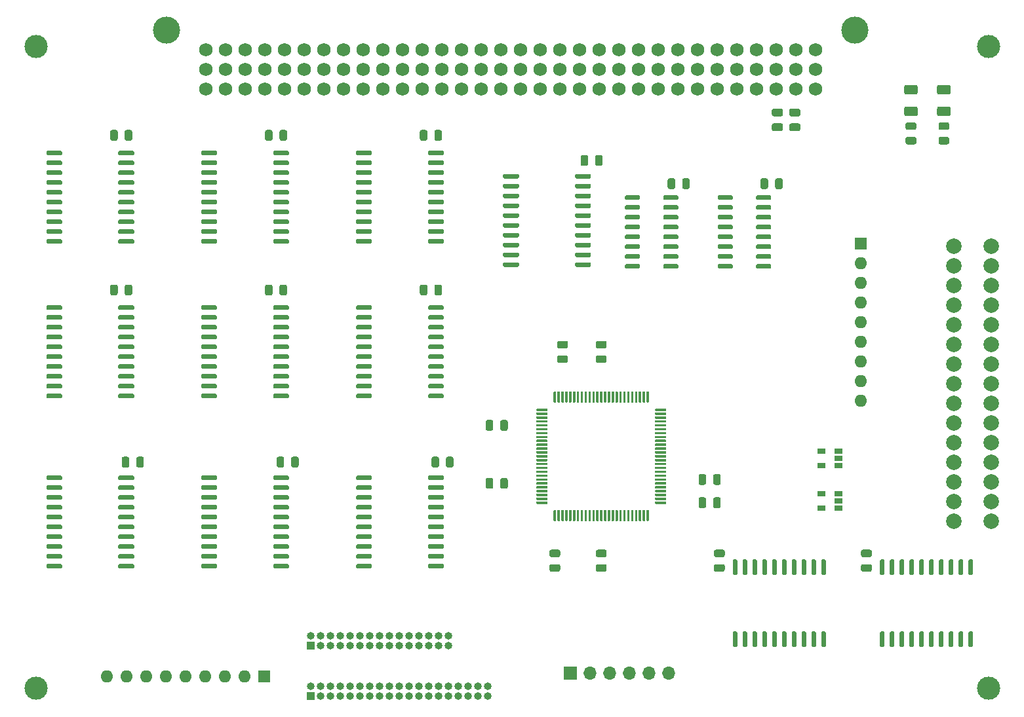
<source format=gbr>
G04 #@! TF.GenerationSoftware,KiCad,Pcbnew,(5.1.10)-1*
G04 #@! TF.CreationDate,2021-07-12T23:35:15+02:00*
G04 #@! TF.ProjectId,Project_GP8B,50726f6a-6563-4745-9f47-5038422e6b69,V5.1*
G04 #@! TF.SameCoordinates,PX3a2c940PY1e0a6e0*
G04 #@! TF.FileFunction,Soldermask,Top*
G04 #@! TF.FilePolarity,Negative*
%FSLAX46Y46*%
G04 Gerber Fmt 4.6, Leading zero omitted, Abs format (unit mm)*
G04 Created by KiCad (PCBNEW (5.1.10)-1) date 2021-07-12 23:35:15*
%MOMM*%
%LPD*%
G01*
G04 APERTURE LIST*
%ADD10C,2.000000*%
%ADD11C,3.500000*%
%ADD12C,1.750000*%
%ADD13R,1.600000X1.600000*%
%ADD14O,1.600000X1.600000*%
%ADD15R,1.060000X0.650000*%
%ADD16C,3.000000*%
%ADD17R,1.000000X1.000000*%
%ADD18O,1.000000X1.000000*%
%ADD19R,1.700000X1.700000*%
%ADD20O,1.700000X1.700000*%
G04 APERTURE END LIST*
D10*
X128400000Y-30810000D03*
X123540000Y-30810000D03*
X128400000Y-33350000D03*
X123540000Y-33350000D03*
X128400000Y-35890000D03*
X123540000Y-35890000D03*
X128400000Y-38430000D03*
X123540000Y-38430000D03*
X128400000Y-40970000D03*
X123540000Y-40970000D03*
X128400000Y-43510000D03*
X123540000Y-43510000D03*
X128400000Y-46050000D03*
X123540000Y-46050000D03*
X128400000Y-48590000D03*
X123540000Y-48590000D03*
X128400000Y-51130000D03*
X123540000Y-51130000D03*
X128400000Y-53670000D03*
X123540000Y-53670000D03*
X128400000Y-56210000D03*
X123540000Y-56210000D03*
X128400000Y-58750000D03*
X123540000Y-58750000D03*
X128400000Y-61290000D03*
X123540000Y-61290000D03*
X128400000Y-63830000D03*
X123540000Y-63830000D03*
X128400000Y-66360000D03*
X123540000Y-66370000D03*
D11*
X21820000Y-2920000D03*
X110720000Y-2920000D03*
D12*
X105640000Y-10540000D03*
X103100000Y-10540000D03*
X100560000Y-10540000D03*
X98020000Y-10540000D03*
X95480000Y-10540000D03*
X92940000Y-10540000D03*
X90400000Y-10540000D03*
X87860000Y-10540000D03*
X85320000Y-10540000D03*
X82780000Y-10540000D03*
X80240000Y-10540000D03*
X77700000Y-10540000D03*
X75160000Y-10540000D03*
X72620000Y-10540000D03*
X70080000Y-10540000D03*
X67540000Y-10540000D03*
X65000000Y-10540000D03*
X62460000Y-10540000D03*
X59920000Y-10540000D03*
X57380000Y-10540000D03*
X54840000Y-10540000D03*
X52300000Y-10540000D03*
X49760000Y-10540000D03*
X47220000Y-10540000D03*
X44680000Y-10540000D03*
X42140000Y-10540000D03*
X39600000Y-10540000D03*
X37060000Y-10540000D03*
X34520000Y-10540000D03*
X31980000Y-10540000D03*
X29440000Y-10540000D03*
X26900000Y-10540000D03*
X105640000Y-8000000D03*
X103100000Y-8000000D03*
X100560000Y-8000000D03*
X98020000Y-8000000D03*
X95480000Y-8000000D03*
X92940000Y-8000000D03*
X90400000Y-8000000D03*
X87860000Y-8000000D03*
X85320000Y-8000000D03*
X82780000Y-8000000D03*
X80240000Y-8000000D03*
X77700000Y-8000000D03*
X75160000Y-8000000D03*
X72620000Y-8000000D03*
X70080000Y-8000000D03*
X67540000Y-8000000D03*
X65000000Y-8000000D03*
X62460000Y-8000000D03*
X59920000Y-8000000D03*
X57380000Y-8000000D03*
X54840000Y-8000000D03*
X52300000Y-8000000D03*
X49760000Y-8000000D03*
X47220000Y-8000000D03*
X44680000Y-8000000D03*
X42140000Y-8000000D03*
X39600000Y-8000000D03*
X37060000Y-8000000D03*
X34520000Y-8000000D03*
X31980000Y-8000000D03*
X29440000Y-8000000D03*
X26900000Y-8000000D03*
X105640000Y-5460000D03*
X103100000Y-5460000D03*
X100560000Y-5460000D03*
X98020000Y-5460000D03*
X95480000Y-5460000D03*
X92940000Y-5460000D03*
X90400000Y-5460000D03*
X87860000Y-5460000D03*
X85320000Y-5460000D03*
X82780000Y-5460000D03*
X80240000Y-5460000D03*
X77700000Y-5460000D03*
X75160000Y-5460000D03*
X72620000Y-5460000D03*
X70080000Y-5460000D03*
X67540000Y-5460000D03*
X65000000Y-5460000D03*
X62460000Y-5460000D03*
X59920000Y-5460000D03*
X57380000Y-5460000D03*
X54840000Y-5460000D03*
X52300000Y-5460000D03*
X49760000Y-5460000D03*
X47220000Y-5460000D03*
X44680000Y-5460000D03*
X42140000Y-5460000D03*
X39600000Y-5460000D03*
X37060000Y-5460000D03*
X34520000Y-5460000D03*
X31980000Y-5460000D03*
X29440000Y-5460000D03*
X26900000Y-5460000D03*
G36*
G01*
X65925000Y-53543750D02*
X65925000Y-54456250D01*
G75*
G02*
X65681250Y-54700000I-243750J0D01*
G01*
X65193750Y-54700000D01*
G75*
G02*
X64950000Y-54456250I0J243750D01*
G01*
X64950000Y-53543750D01*
G75*
G02*
X65193750Y-53300000I243750J0D01*
G01*
X65681250Y-53300000D01*
G75*
G02*
X65925000Y-53543750I0J-243750D01*
G01*
G37*
G36*
G01*
X64050000Y-53543750D02*
X64050000Y-54456250D01*
G75*
G02*
X63806250Y-54700000I-243750J0D01*
G01*
X63318750Y-54700000D01*
G75*
G02*
X63075000Y-54456250I0J243750D01*
G01*
X63075000Y-53543750D01*
G75*
G02*
X63318750Y-53300000I243750J0D01*
G01*
X63806250Y-53300000D01*
G75*
G02*
X64050000Y-53543750I0J-243750D01*
G01*
G37*
G36*
G01*
X92450000Y-64456250D02*
X92450000Y-63543750D01*
G75*
G02*
X92693750Y-63300000I243750J0D01*
G01*
X93181250Y-63300000D01*
G75*
G02*
X93425000Y-63543750I0J-243750D01*
G01*
X93425000Y-64456250D01*
G75*
G02*
X93181250Y-64700000I-243750J0D01*
G01*
X92693750Y-64700000D01*
G75*
G02*
X92450000Y-64456250I0J243750D01*
G01*
G37*
G36*
G01*
X90575000Y-64456250D02*
X90575000Y-63543750D01*
G75*
G02*
X90818750Y-63300000I243750J0D01*
G01*
X91306250Y-63300000D01*
G75*
G02*
X91550000Y-63543750I0J-243750D01*
G01*
X91550000Y-64456250D01*
G75*
G02*
X91306250Y-64700000I-243750J0D01*
G01*
X90818750Y-64700000D01*
G75*
G02*
X90575000Y-64456250I0J243750D01*
G01*
G37*
G36*
G01*
X18925000Y-58293750D02*
X18925000Y-59206250D01*
G75*
G02*
X18681250Y-59450000I-243750J0D01*
G01*
X18193750Y-59450000D01*
G75*
G02*
X17950000Y-59206250I0J243750D01*
G01*
X17950000Y-58293750D01*
G75*
G02*
X18193750Y-58050000I243750J0D01*
G01*
X18681250Y-58050000D01*
G75*
G02*
X18925000Y-58293750I0J-243750D01*
G01*
G37*
G36*
G01*
X17050000Y-58293750D02*
X17050000Y-59206250D01*
G75*
G02*
X16806250Y-59450000I-243750J0D01*
G01*
X16318750Y-59450000D01*
G75*
G02*
X16075000Y-59206250I0J243750D01*
G01*
X16075000Y-58293750D01*
G75*
G02*
X16318750Y-58050000I243750J0D01*
G01*
X16806250Y-58050000D01*
G75*
G02*
X17050000Y-58293750I0J-243750D01*
G01*
G37*
G36*
G01*
X57050000Y-58293750D02*
X57050000Y-59206250D01*
G75*
G02*
X56806250Y-59450000I-243750J0D01*
G01*
X56318750Y-59450000D01*
G75*
G02*
X56075000Y-59206250I0J243750D01*
G01*
X56075000Y-58293750D01*
G75*
G02*
X56318750Y-58050000I243750J0D01*
G01*
X56806250Y-58050000D01*
G75*
G02*
X57050000Y-58293750I0J-243750D01*
G01*
G37*
G36*
G01*
X58925000Y-58293750D02*
X58925000Y-59206250D01*
G75*
G02*
X58681250Y-59450000I-243750J0D01*
G01*
X58193750Y-59450000D01*
G75*
G02*
X57950000Y-59206250I0J243750D01*
G01*
X57950000Y-58293750D01*
G75*
G02*
X58193750Y-58050000I243750J0D01*
G01*
X58681250Y-58050000D01*
G75*
G02*
X58925000Y-58293750I0J-243750D01*
G01*
G37*
G36*
G01*
X37050000Y-58293750D02*
X37050000Y-59206250D01*
G75*
G02*
X36806250Y-59450000I-243750J0D01*
G01*
X36318750Y-59450000D01*
G75*
G02*
X36075000Y-59206250I0J243750D01*
G01*
X36075000Y-58293750D01*
G75*
G02*
X36318750Y-58050000I243750J0D01*
G01*
X36806250Y-58050000D01*
G75*
G02*
X37050000Y-58293750I0J-243750D01*
G01*
G37*
G36*
G01*
X38925000Y-58293750D02*
X38925000Y-59206250D01*
G75*
G02*
X38681250Y-59450000I-243750J0D01*
G01*
X38193750Y-59450000D01*
G75*
G02*
X37950000Y-59206250I0J243750D01*
G01*
X37950000Y-58293750D01*
G75*
G02*
X38193750Y-58050000I243750J0D01*
G01*
X38681250Y-58050000D01*
G75*
G02*
X38925000Y-58293750I0J-243750D01*
G01*
G37*
G36*
G01*
X78456250Y-45925000D02*
X77543750Y-45925000D01*
G75*
G02*
X77300000Y-45681250I0J243750D01*
G01*
X77300000Y-45193750D01*
G75*
G02*
X77543750Y-44950000I243750J0D01*
G01*
X78456250Y-44950000D01*
G75*
G02*
X78700000Y-45193750I0J-243750D01*
G01*
X78700000Y-45681250D01*
G75*
G02*
X78456250Y-45925000I-243750J0D01*
G01*
G37*
G36*
G01*
X78456250Y-44050000D02*
X77543750Y-44050000D01*
G75*
G02*
X77300000Y-43806250I0J243750D01*
G01*
X77300000Y-43318750D01*
G75*
G02*
X77543750Y-43075000I243750J0D01*
G01*
X78456250Y-43075000D01*
G75*
G02*
X78700000Y-43318750I0J-243750D01*
G01*
X78700000Y-43806250D01*
G75*
G02*
X78456250Y-44050000I-243750J0D01*
G01*
G37*
G36*
G01*
X54575000Y-36956250D02*
X54575000Y-36043750D01*
G75*
G02*
X54818750Y-35800000I243750J0D01*
G01*
X55306250Y-35800000D01*
G75*
G02*
X55550000Y-36043750I0J-243750D01*
G01*
X55550000Y-36956250D01*
G75*
G02*
X55306250Y-37200000I-243750J0D01*
G01*
X54818750Y-37200000D01*
G75*
G02*
X54575000Y-36956250I0J243750D01*
G01*
G37*
G36*
G01*
X56450000Y-36956250D02*
X56450000Y-36043750D01*
G75*
G02*
X56693750Y-35800000I243750J0D01*
G01*
X57181250Y-35800000D01*
G75*
G02*
X57425000Y-36043750I0J-243750D01*
G01*
X57425000Y-36956250D01*
G75*
G02*
X57181250Y-37200000I-243750J0D01*
G01*
X56693750Y-37200000D01*
G75*
G02*
X56450000Y-36956250I0J243750D01*
G01*
G37*
G36*
G01*
X34575000Y-36956250D02*
X34575000Y-36043750D01*
G75*
G02*
X34818750Y-35800000I243750J0D01*
G01*
X35306250Y-35800000D01*
G75*
G02*
X35550000Y-36043750I0J-243750D01*
G01*
X35550000Y-36956250D01*
G75*
G02*
X35306250Y-37200000I-243750J0D01*
G01*
X34818750Y-37200000D01*
G75*
G02*
X34575000Y-36956250I0J243750D01*
G01*
G37*
G36*
G01*
X36450000Y-36956250D02*
X36450000Y-36043750D01*
G75*
G02*
X36693750Y-35800000I243750J0D01*
G01*
X37181250Y-35800000D01*
G75*
G02*
X37425000Y-36043750I0J-243750D01*
G01*
X37425000Y-36956250D01*
G75*
G02*
X37181250Y-37200000I-243750J0D01*
G01*
X36693750Y-37200000D01*
G75*
G02*
X36450000Y-36956250I0J243750D01*
G01*
G37*
G36*
G01*
X16450000Y-36956250D02*
X16450000Y-36043750D01*
G75*
G02*
X16693750Y-35800000I243750J0D01*
G01*
X17181250Y-35800000D01*
G75*
G02*
X17425000Y-36043750I0J-243750D01*
G01*
X17425000Y-36956250D01*
G75*
G02*
X17181250Y-37200000I-243750J0D01*
G01*
X16693750Y-37200000D01*
G75*
G02*
X16450000Y-36956250I0J243750D01*
G01*
G37*
G36*
G01*
X14575000Y-36956250D02*
X14575000Y-36043750D01*
G75*
G02*
X14818750Y-35800000I243750J0D01*
G01*
X15306250Y-35800000D01*
G75*
G02*
X15550000Y-36043750I0J-243750D01*
G01*
X15550000Y-36956250D01*
G75*
G02*
X15306250Y-37200000I-243750J0D01*
G01*
X14818750Y-37200000D01*
G75*
G02*
X14575000Y-36956250I0J243750D01*
G01*
G37*
G36*
G01*
X90575000Y-61456250D02*
X90575000Y-60543750D01*
G75*
G02*
X90818750Y-60300000I243750J0D01*
G01*
X91306250Y-60300000D01*
G75*
G02*
X91550000Y-60543750I0J-243750D01*
G01*
X91550000Y-61456250D01*
G75*
G02*
X91306250Y-61700000I-243750J0D01*
G01*
X90818750Y-61700000D01*
G75*
G02*
X90575000Y-61456250I0J243750D01*
G01*
G37*
G36*
G01*
X92450000Y-61456250D02*
X92450000Y-60543750D01*
G75*
G02*
X92693750Y-60300000I243750J0D01*
G01*
X93181250Y-60300000D01*
G75*
G02*
X93425000Y-60543750I0J-243750D01*
G01*
X93425000Y-61456250D01*
G75*
G02*
X93181250Y-61700000I-243750J0D01*
G01*
X92693750Y-61700000D01*
G75*
G02*
X92450000Y-61456250I0J243750D01*
G01*
G37*
G36*
G01*
X56450000Y-16956250D02*
X56450000Y-16043750D01*
G75*
G02*
X56693750Y-15800000I243750J0D01*
G01*
X57181250Y-15800000D01*
G75*
G02*
X57425000Y-16043750I0J-243750D01*
G01*
X57425000Y-16956250D01*
G75*
G02*
X57181250Y-17200000I-243750J0D01*
G01*
X56693750Y-17200000D01*
G75*
G02*
X56450000Y-16956250I0J243750D01*
G01*
G37*
G36*
G01*
X54575000Y-16956250D02*
X54575000Y-16043750D01*
G75*
G02*
X54818750Y-15800000I243750J0D01*
G01*
X55306250Y-15800000D01*
G75*
G02*
X55550000Y-16043750I0J-243750D01*
G01*
X55550000Y-16956250D01*
G75*
G02*
X55306250Y-17200000I-243750J0D01*
G01*
X54818750Y-17200000D01*
G75*
G02*
X54575000Y-16956250I0J243750D01*
G01*
G37*
G36*
G01*
X73456250Y-45925000D02*
X72543750Y-45925000D01*
G75*
G02*
X72300000Y-45681250I0J243750D01*
G01*
X72300000Y-45193750D01*
G75*
G02*
X72543750Y-44950000I243750J0D01*
G01*
X73456250Y-44950000D01*
G75*
G02*
X73700000Y-45193750I0J-243750D01*
G01*
X73700000Y-45681250D01*
G75*
G02*
X73456250Y-45925000I-243750J0D01*
G01*
G37*
G36*
G01*
X73456250Y-44050000D02*
X72543750Y-44050000D01*
G75*
G02*
X72300000Y-43806250I0J243750D01*
G01*
X72300000Y-43318750D01*
G75*
G02*
X72543750Y-43075000I243750J0D01*
G01*
X73456250Y-43075000D01*
G75*
G02*
X73700000Y-43318750I0J-243750D01*
G01*
X73700000Y-43806250D01*
G75*
G02*
X73456250Y-44050000I-243750J0D01*
G01*
G37*
G36*
G01*
X14575000Y-16956250D02*
X14575000Y-16043750D01*
G75*
G02*
X14818750Y-15800000I243750J0D01*
G01*
X15306250Y-15800000D01*
G75*
G02*
X15550000Y-16043750I0J-243750D01*
G01*
X15550000Y-16956250D01*
G75*
G02*
X15306250Y-17200000I-243750J0D01*
G01*
X14818750Y-17200000D01*
G75*
G02*
X14575000Y-16956250I0J243750D01*
G01*
G37*
G36*
G01*
X16450000Y-16956250D02*
X16450000Y-16043750D01*
G75*
G02*
X16693750Y-15800000I243750J0D01*
G01*
X17181250Y-15800000D01*
G75*
G02*
X17425000Y-16043750I0J-243750D01*
G01*
X17425000Y-16956250D01*
G75*
G02*
X17181250Y-17200000I-243750J0D01*
G01*
X16693750Y-17200000D01*
G75*
G02*
X16450000Y-16956250I0J243750D01*
G01*
G37*
G36*
G01*
X71543750Y-71950000D02*
X72456250Y-71950000D01*
G75*
G02*
X72700000Y-72193750I0J-243750D01*
G01*
X72700000Y-72681250D01*
G75*
G02*
X72456250Y-72925000I-243750J0D01*
G01*
X71543750Y-72925000D01*
G75*
G02*
X71300000Y-72681250I0J243750D01*
G01*
X71300000Y-72193750D01*
G75*
G02*
X71543750Y-71950000I243750J0D01*
G01*
G37*
G36*
G01*
X71543750Y-70075000D02*
X72456250Y-70075000D01*
G75*
G02*
X72700000Y-70318750I0J-243750D01*
G01*
X72700000Y-70806250D01*
G75*
G02*
X72456250Y-71050000I-243750J0D01*
G01*
X71543750Y-71050000D01*
G75*
G02*
X71300000Y-70806250I0J243750D01*
G01*
X71300000Y-70318750D01*
G75*
G02*
X71543750Y-70075000I243750J0D01*
G01*
G37*
G36*
G01*
X36450000Y-16956250D02*
X36450000Y-16043750D01*
G75*
G02*
X36693750Y-15800000I243750J0D01*
G01*
X37181250Y-15800000D01*
G75*
G02*
X37425000Y-16043750I0J-243750D01*
G01*
X37425000Y-16956250D01*
G75*
G02*
X37181250Y-17200000I-243750J0D01*
G01*
X36693750Y-17200000D01*
G75*
G02*
X36450000Y-16956250I0J243750D01*
G01*
G37*
G36*
G01*
X34575000Y-16956250D02*
X34575000Y-16043750D01*
G75*
G02*
X34818750Y-15800000I243750J0D01*
G01*
X35306250Y-15800000D01*
G75*
G02*
X35550000Y-16043750I0J-243750D01*
G01*
X35550000Y-16956250D01*
G75*
G02*
X35306250Y-17200000I-243750J0D01*
G01*
X34818750Y-17200000D01*
G75*
G02*
X34575000Y-16956250I0J243750D01*
G01*
G37*
G36*
G01*
X77543750Y-70075000D02*
X78456250Y-70075000D01*
G75*
G02*
X78700000Y-70318750I0J-243750D01*
G01*
X78700000Y-70806250D01*
G75*
G02*
X78456250Y-71050000I-243750J0D01*
G01*
X77543750Y-71050000D01*
G75*
G02*
X77300000Y-70806250I0J243750D01*
G01*
X77300000Y-70318750D01*
G75*
G02*
X77543750Y-70075000I243750J0D01*
G01*
G37*
G36*
G01*
X77543750Y-71950000D02*
X78456250Y-71950000D01*
G75*
G02*
X78700000Y-72193750I0J-243750D01*
G01*
X78700000Y-72681250D01*
G75*
G02*
X78456250Y-72925000I-243750J0D01*
G01*
X77543750Y-72925000D01*
G75*
G02*
X77300000Y-72681250I0J243750D01*
G01*
X77300000Y-72193750D01*
G75*
G02*
X77543750Y-71950000I243750J0D01*
G01*
G37*
G36*
G01*
X112706250Y-72925000D02*
X111793750Y-72925000D01*
G75*
G02*
X111550000Y-72681250I0J243750D01*
G01*
X111550000Y-72193750D01*
G75*
G02*
X111793750Y-71950000I243750J0D01*
G01*
X112706250Y-71950000D01*
G75*
G02*
X112950000Y-72193750I0J-243750D01*
G01*
X112950000Y-72681250D01*
G75*
G02*
X112706250Y-72925000I-243750J0D01*
G01*
G37*
G36*
G01*
X112706250Y-71050000D02*
X111793750Y-71050000D01*
G75*
G02*
X111550000Y-70806250I0J243750D01*
G01*
X111550000Y-70318750D01*
G75*
G02*
X111793750Y-70075000I243750J0D01*
G01*
X112706250Y-70075000D01*
G75*
G02*
X112950000Y-70318750I0J-243750D01*
G01*
X112950000Y-70806250D01*
G75*
G02*
X112706250Y-71050000I-243750J0D01*
G01*
G37*
G36*
G01*
X92793750Y-71950000D02*
X93706250Y-71950000D01*
G75*
G02*
X93950000Y-72193750I0J-243750D01*
G01*
X93950000Y-72681250D01*
G75*
G02*
X93706250Y-72925000I-243750J0D01*
G01*
X92793750Y-72925000D01*
G75*
G02*
X92550000Y-72681250I0J243750D01*
G01*
X92550000Y-72193750D01*
G75*
G02*
X92793750Y-71950000I243750J0D01*
G01*
G37*
G36*
G01*
X92793750Y-70075000D02*
X93706250Y-70075000D01*
G75*
G02*
X93950000Y-70318750I0J-243750D01*
G01*
X93950000Y-70806250D01*
G75*
G02*
X93706250Y-71050000I-243750J0D01*
G01*
X92793750Y-71050000D01*
G75*
G02*
X92550000Y-70806250I0J243750D01*
G01*
X92550000Y-70318750D01*
G75*
G02*
X92793750Y-70075000I243750J0D01*
G01*
G37*
G36*
G01*
X64050000Y-61043750D02*
X64050000Y-61956250D01*
G75*
G02*
X63806250Y-62200000I-243750J0D01*
G01*
X63318750Y-62200000D01*
G75*
G02*
X63075000Y-61956250I0J243750D01*
G01*
X63075000Y-61043750D01*
G75*
G02*
X63318750Y-60800000I243750J0D01*
G01*
X63806250Y-60800000D01*
G75*
G02*
X64050000Y-61043750I0J-243750D01*
G01*
G37*
G36*
G01*
X65925000Y-61043750D02*
X65925000Y-61956250D01*
G75*
G02*
X65681250Y-62200000I-243750J0D01*
G01*
X65193750Y-62200000D01*
G75*
G02*
X64950000Y-61956250I0J243750D01*
G01*
X64950000Y-61043750D01*
G75*
G02*
X65193750Y-60800000I243750J0D01*
G01*
X65681250Y-60800000D01*
G75*
G02*
X65925000Y-61043750I0J-243750D01*
G01*
G37*
G36*
G01*
X76300000Y-19293750D02*
X76300000Y-20206250D01*
G75*
G02*
X76056250Y-20450000I-243750J0D01*
G01*
X75568750Y-20450000D01*
G75*
G02*
X75325000Y-20206250I0J243750D01*
G01*
X75325000Y-19293750D01*
G75*
G02*
X75568750Y-19050000I243750J0D01*
G01*
X76056250Y-19050000D01*
G75*
G02*
X76300000Y-19293750I0J-243750D01*
G01*
G37*
G36*
G01*
X78175000Y-19293750D02*
X78175000Y-20206250D01*
G75*
G02*
X77931250Y-20450000I-243750J0D01*
G01*
X77443750Y-20450000D01*
G75*
G02*
X77200000Y-20206250I0J243750D01*
G01*
X77200000Y-19293750D01*
G75*
G02*
X77443750Y-19050000I243750J0D01*
G01*
X77931250Y-19050000D01*
G75*
G02*
X78175000Y-19293750I0J-243750D01*
G01*
G37*
G36*
G01*
X99550000Y-22293750D02*
X99550000Y-23206250D01*
G75*
G02*
X99306250Y-23450000I-243750J0D01*
G01*
X98818750Y-23450000D01*
G75*
G02*
X98575000Y-23206250I0J243750D01*
G01*
X98575000Y-22293750D01*
G75*
G02*
X98818750Y-22050000I243750J0D01*
G01*
X99306250Y-22050000D01*
G75*
G02*
X99550000Y-22293750I0J-243750D01*
G01*
G37*
G36*
G01*
X101425000Y-22293750D02*
X101425000Y-23206250D01*
G75*
G02*
X101181250Y-23450000I-243750J0D01*
G01*
X100693750Y-23450000D01*
G75*
G02*
X100450000Y-23206250I0J243750D01*
G01*
X100450000Y-22293750D01*
G75*
G02*
X100693750Y-22050000I243750J0D01*
G01*
X101181250Y-22050000D01*
G75*
G02*
X101425000Y-22293750I0J-243750D01*
G01*
G37*
G36*
G01*
X89425000Y-22293750D02*
X89425000Y-23206250D01*
G75*
G02*
X89181250Y-23450000I-243750J0D01*
G01*
X88693750Y-23450000D01*
G75*
G02*
X88450000Y-23206250I0J243750D01*
G01*
X88450000Y-22293750D01*
G75*
G02*
X88693750Y-22050000I243750J0D01*
G01*
X89181250Y-22050000D01*
G75*
G02*
X89425000Y-22293750I0J-243750D01*
G01*
G37*
G36*
G01*
X87550000Y-22293750D02*
X87550000Y-23206250D01*
G75*
G02*
X87306250Y-23450000I-243750J0D01*
G01*
X86818750Y-23450000D01*
G75*
G02*
X86575000Y-23206250I0J243750D01*
G01*
X86575000Y-22293750D01*
G75*
G02*
X86818750Y-22050000I243750J0D01*
G01*
X87306250Y-22050000D01*
G75*
G02*
X87550000Y-22293750I0J-243750D01*
G01*
G37*
G36*
G01*
X121625000Y-12775000D02*
X122875000Y-12775000D01*
G75*
G02*
X123125000Y-13025000I0J-250000D01*
G01*
X123125000Y-13775000D01*
G75*
G02*
X122875000Y-14025000I-250000J0D01*
G01*
X121625000Y-14025000D01*
G75*
G02*
X121375000Y-13775000I0J250000D01*
G01*
X121375000Y-13025000D01*
G75*
G02*
X121625000Y-12775000I250000J0D01*
G01*
G37*
G36*
G01*
X121625000Y-9975000D02*
X122875000Y-9975000D01*
G75*
G02*
X123125000Y-10225000I0J-250000D01*
G01*
X123125000Y-10975000D01*
G75*
G02*
X122875000Y-11225000I-250000J0D01*
G01*
X121625000Y-11225000D01*
G75*
G02*
X121375000Y-10975000I0J250000D01*
G01*
X121375000Y-10225000D01*
G75*
G02*
X121625000Y-9975000I250000J0D01*
G01*
G37*
G36*
G01*
X117375000Y-9975000D02*
X118625000Y-9975000D01*
G75*
G02*
X118875000Y-10225000I0J-250000D01*
G01*
X118875000Y-10975000D01*
G75*
G02*
X118625000Y-11225000I-250000J0D01*
G01*
X117375000Y-11225000D01*
G75*
G02*
X117125000Y-10975000I0J250000D01*
G01*
X117125000Y-10225000D01*
G75*
G02*
X117375000Y-9975000I250000J0D01*
G01*
G37*
G36*
G01*
X117375000Y-12775000D02*
X118625000Y-12775000D01*
G75*
G02*
X118875000Y-13025000I0J-250000D01*
G01*
X118875000Y-13775000D01*
G75*
G02*
X118625000Y-14025000I-250000J0D01*
G01*
X117375000Y-14025000D01*
G75*
G02*
X117125000Y-13775000I0J250000D01*
G01*
X117125000Y-13025000D01*
G75*
G02*
X117375000Y-12775000I250000J0D01*
G01*
G37*
G36*
G01*
X122706250Y-15800000D02*
X121793750Y-15800000D01*
G75*
G02*
X121550000Y-15556250I0J243750D01*
G01*
X121550000Y-15068750D01*
G75*
G02*
X121793750Y-14825000I243750J0D01*
G01*
X122706250Y-14825000D01*
G75*
G02*
X122950000Y-15068750I0J-243750D01*
G01*
X122950000Y-15556250D01*
G75*
G02*
X122706250Y-15800000I-243750J0D01*
G01*
G37*
G36*
G01*
X122706250Y-17675000D02*
X121793750Y-17675000D01*
G75*
G02*
X121550000Y-17431250I0J243750D01*
G01*
X121550000Y-16943750D01*
G75*
G02*
X121793750Y-16700000I243750J0D01*
G01*
X122706250Y-16700000D01*
G75*
G02*
X122950000Y-16943750I0J-243750D01*
G01*
X122950000Y-17431250D01*
G75*
G02*
X122706250Y-17675000I-243750J0D01*
G01*
G37*
G36*
G01*
X118456250Y-17675000D02*
X117543750Y-17675000D01*
G75*
G02*
X117300000Y-17431250I0J243750D01*
G01*
X117300000Y-16943750D01*
G75*
G02*
X117543750Y-16700000I243750J0D01*
G01*
X118456250Y-16700000D01*
G75*
G02*
X118700000Y-16943750I0J-243750D01*
G01*
X118700000Y-17431250D01*
G75*
G02*
X118456250Y-17675000I-243750J0D01*
G01*
G37*
G36*
G01*
X118456250Y-15800000D02*
X117543750Y-15800000D01*
G75*
G02*
X117300000Y-15556250I0J243750D01*
G01*
X117300000Y-15068750D01*
G75*
G02*
X117543750Y-14825000I243750J0D01*
G01*
X118456250Y-14825000D01*
G75*
G02*
X118700000Y-15068750I0J-243750D01*
G01*
X118700000Y-15556250D01*
G75*
G02*
X118456250Y-15800000I-243750J0D01*
G01*
G37*
D13*
X34500000Y-86500000D03*
D14*
X31960000Y-86500000D03*
X29420000Y-86500000D03*
X26880000Y-86500000D03*
X24340000Y-86500000D03*
X21800000Y-86500000D03*
X19260000Y-86500000D03*
X16720000Y-86500000D03*
X14180000Y-86500000D03*
X111500000Y-50820000D03*
X111500000Y-48280000D03*
X111500000Y-45740000D03*
X111500000Y-43200000D03*
X111500000Y-40660000D03*
X111500000Y-38120000D03*
X111500000Y-35580000D03*
X111500000Y-33040000D03*
D13*
X111500000Y-30500000D03*
G36*
G01*
X74625000Y-21935000D02*
X74625000Y-21635000D01*
G75*
G02*
X74775000Y-21485000I150000J0D01*
G01*
X76525000Y-21485000D01*
G75*
G02*
X76675000Y-21635000I0J-150000D01*
G01*
X76675000Y-21935000D01*
G75*
G02*
X76525000Y-22085000I-150000J0D01*
G01*
X74775000Y-22085000D01*
G75*
G02*
X74625000Y-21935000I0J150000D01*
G01*
G37*
G36*
G01*
X74625000Y-23205000D02*
X74625000Y-22905000D01*
G75*
G02*
X74775000Y-22755000I150000J0D01*
G01*
X76525000Y-22755000D01*
G75*
G02*
X76675000Y-22905000I0J-150000D01*
G01*
X76675000Y-23205000D01*
G75*
G02*
X76525000Y-23355000I-150000J0D01*
G01*
X74775000Y-23355000D01*
G75*
G02*
X74625000Y-23205000I0J150000D01*
G01*
G37*
G36*
G01*
X74625000Y-24475000D02*
X74625000Y-24175000D01*
G75*
G02*
X74775000Y-24025000I150000J0D01*
G01*
X76525000Y-24025000D01*
G75*
G02*
X76675000Y-24175000I0J-150000D01*
G01*
X76675000Y-24475000D01*
G75*
G02*
X76525000Y-24625000I-150000J0D01*
G01*
X74775000Y-24625000D01*
G75*
G02*
X74625000Y-24475000I0J150000D01*
G01*
G37*
G36*
G01*
X74625000Y-25745000D02*
X74625000Y-25445000D01*
G75*
G02*
X74775000Y-25295000I150000J0D01*
G01*
X76525000Y-25295000D01*
G75*
G02*
X76675000Y-25445000I0J-150000D01*
G01*
X76675000Y-25745000D01*
G75*
G02*
X76525000Y-25895000I-150000J0D01*
G01*
X74775000Y-25895000D01*
G75*
G02*
X74625000Y-25745000I0J150000D01*
G01*
G37*
G36*
G01*
X74625000Y-27015000D02*
X74625000Y-26715000D01*
G75*
G02*
X74775000Y-26565000I150000J0D01*
G01*
X76525000Y-26565000D01*
G75*
G02*
X76675000Y-26715000I0J-150000D01*
G01*
X76675000Y-27015000D01*
G75*
G02*
X76525000Y-27165000I-150000J0D01*
G01*
X74775000Y-27165000D01*
G75*
G02*
X74625000Y-27015000I0J150000D01*
G01*
G37*
G36*
G01*
X74625000Y-28285000D02*
X74625000Y-27985000D01*
G75*
G02*
X74775000Y-27835000I150000J0D01*
G01*
X76525000Y-27835000D01*
G75*
G02*
X76675000Y-27985000I0J-150000D01*
G01*
X76675000Y-28285000D01*
G75*
G02*
X76525000Y-28435000I-150000J0D01*
G01*
X74775000Y-28435000D01*
G75*
G02*
X74625000Y-28285000I0J150000D01*
G01*
G37*
G36*
G01*
X74625000Y-29555000D02*
X74625000Y-29255000D01*
G75*
G02*
X74775000Y-29105000I150000J0D01*
G01*
X76525000Y-29105000D01*
G75*
G02*
X76675000Y-29255000I0J-150000D01*
G01*
X76675000Y-29555000D01*
G75*
G02*
X76525000Y-29705000I-150000J0D01*
G01*
X74775000Y-29705000D01*
G75*
G02*
X74625000Y-29555000I0J150000D01*
G01*
G37*
G36*
G01*
X74625000Y-30825000D02*
X74625000Y-30525000D01*
G75*
G02*
X74775000Y-30375000I150000J0D01*
G01*
X76525000Y-30375000D01*
G75*
G02*
X76675000Y-30525000I0J-150000D01*
G01*
X76675000Y-30825000D01*
G75*
G02*
X76525000Y-30975000I-150000J0D01*
G01*
X74775000Y-30975000D01*
G75*
G02*
X74625000Y-30825000I0J150000D01*
G01*
G37*
G36*
G01*
X74625000Y-32095000D02*
X74625000Y-31795000D01*
G75*
G02*
X74775000Y-31645000I150000J0D01*
G01*
X76525000Y-31645000D01*
G75*
G02*
X76675000Y-31795000I0J-150000D01*
G01*
X76675000Y-32095000D01*
G75*
G02*
X76525000Y-32245000I-150000J0D01*
G01*
X74775000Y-32245000D01*
G75*
G02*
X74625000Y-32095000I0J150000D01*
G01*
G37*
G36*
G01*
X74625000Y-33365000D02*
X74625000Y-33065000D01*
G75*
G02*
X74775000Y-32915000I150000J0D01*
G01*
X76525000Y-32915000D01*
G75*
G02*
X76675000Y-33065000I0J-150000D01*
G01*
X76675000Y-33365000D01*
G75*
G02*
X76525000Y-33515000I-150000J0D01*
G01*
X74775000Y-33515000D01*
G75*
G02*
X74625000Y-33365000I0J150000D01*
G01*
G37*
G36*
G01*
X65325000Y-33365000D02*
X65325000Y-33065000D01*
G75*
G02*
X65475000Y-32915000I150000J0D01*
G01*
X67225000Y-32915000D01*
G75*
G02*
X67375000Y-33065000I0J-150000D01*
G01*
X67375000Y-33365000D01*
G75*
G02*
X67225000Y-33515000I-150000J0D01*
G01*
X65475000Y-33515000D01*
G75*
G02*
X65325000Y-33365000I0J150000D01*
G01*
G37*
G36*
G01*
X65325000Y-32095000D02*
X65325000Y-31795000D01*
G75*
G02*
X65475000Y-31645000I150000J0D01*
G01*
X67225000Y-31645000D01*
G75*
G02*
X67375000Y-31795000I0J-150000D01*
G01*
X67375000Y-32095000D01*
G75*
G02*
X67225000Y-32245000I-150000J0D01*
G01*
X65475000Y-32245000D01*
G75*
G02*
X65325000Y-32095000I0J150000D01*
G01*
G37*
G36*
G01*
X65325000Y-30825000D02*
X65325000Y-30525000D01*
G75*
G02*
X65475000Y-30375000I150000J0D01*
G01*
X67225000Y-30375000D01*
G75*
G02*
X67375000Y-30525000I0J-150000D01*
G01*
X67375000Y-30825000D01*
G75*
G02*
X67225000Y-30975000I-150000J0D01*
G01*
X65475000Y-30975000D01*
G75*
G02*
X65325000Y-30825000I0J150000D01*
G01*
G37*
G36*
G01*
X65325000Y-29555000D02*
X65325000Y-29255000D01*
G75*
G02*
X65475000Y-29105000I150000J0D01*
G01*
X67225000Y-29105000D01*
G75*
G02*
X67375000Y-29255000I0J-150000D01*
G01*
X67375000Y-29555000D01*
G75*
G02*
X67225000Y-29705000I-150000J0D01*
G01*
X65475000Y-29705000D01*
G75*
G02*
X65325000Y-29555000I0J150000D01*
G01*
G37*
G36*
G01*
X65325000Y-28285000D02*
X65325000Y-27985000D01*
G75*
G02*
X65475000Y-27835000I150000J0D01*
G01*
X67225000Y-27835000D01*
G75*
G02*
X67375000Y-27985000I0J-150000D01*
G01*
X67375000Y-28285000D01*
G75*
G02*
X67225000Y-28435000I-150000J0D01*
G01*
X65475000Y-28435000D01*
G75*
G02*
X65325000Y-28285000I0J150000D01*
G01*
G37*
G36*
G01*
X65325000Y-27015000D02*
X65325000Y-26715000D01*
G75*
G02*
X65475000Y-26565000I150000J0D01*
G01*
X67225000Y-26565000D01*
G75*
G02*
X67375000Y-26715000I0J-150000D01*
G01*
X67375000Y-27015000D01*
G75*
G02*
X67225000Y-27165000I-150000J0D01*
G01*
X65475000Y-27165000D01*
G75*
G02*
X65325000Y-27015000I0J150000D01*
G01*
G37*
G36*
G01*
X65325000Y-25745000D02*
X65325000Y-25445000D01*
G75*
G02*
X65475000Y-25295000I150000J0D01*
G01*
X67225000Y-25295000D01*
G75*
G02*
X67375000Y-25445000I0J-150000D01*
G01*
X67375000Y-25745000D01*
G75*
G02*
X67225000Y-25895000I-150000J0D01*
G01*
X65475000Y-25895000D01*
G75*
G02*
X65325000Y-25745000I0J150000D01*
G01*
G37*
G36*
G01*
X65325000Y-24475000D02*
X65325000Y-24175000D01*
G75*
G02*
X65475000Y-24025000I150000J0D01*
G01*
X67225000Y-24025000D01*
G75*
G02*
X67375000Y-24175000I0J-150000D01*
G01*
X67375000Y-24475000D01*
G75*
G02*
X67225000Y-24625000I-150000J0D01*
G01*
X65475000Y-24625000D01*
G75*
G02*
X65325000Y-24475000I0J150000D01*
G01*
G37*
G36*
G01*
X65325000Y-23205000D02*
X65325000Y-22905000D01*
G75*
G02*
X65475000Y-22755000I150000J0D01*
G01*
X67225000Y-22755000D01*
G75*
G02*
X67375000Y-22905000I0J-150000D01*
G01*
X67375000Y-23205000D01*
G75*
G02*
X67225000Y-23355000I-150000J0D01*
G01*
X65475000Y-23355000D01*
G75*
G02*
X65325000Y-23205000I0J150000D01*
G01*
G37*
G36*
G01*
X65325000Y-21935000D02*
X65325000Y-21635000D01*
G75*
G02*
X65475000Y-21485000I150000J0D01*
G01*
X67225000Y-21485000D01*
G75*
G02*
X67375000Y-21635000I0J-150000D01*
G01*
X67375000Y-21935000D01*
G75*
G02*
X67225000Y-22085000I-150000J0D01*
G01*
X65475000Y-22085000D01*
G75*
G02*
X65325000Y-21935000I0J150000D01*
G01*
G37*
G36*
G01*
X93050000Y-24705000D02*
X93050000Y-24405000D01*
G75*
G02*
X93200000Y-24255000I150000J0D01*
G01*
X94850000Y-24255000D01*
G75*
G02*
X95000000Y-24405000I0J-150000D01*
G01*
X95000000Y-24705000D01*
G75*
G02*
X94850000Y-24855000I-150000J0D01*
G01*
X93200000Y-24855000D01*
G75*
G02*
X93050000Y-24705000I0J150000D01*
G01*
G37*
G36*
G01*
X93050000Y-25975000D02*
X93050000Y-25675000D01*
G75*
G02*
X93200000Y-25525000I150000J0D01*
G01*
X94850000Y-25525000D01*
G75*
G02*
X95000000Y-25675000I0J-150000D01*
G01*
X95000000Y-25975000D01*
G75*
G02*
X94850000Y-26125000I-150000J0D01*
G01*
X93200000Y-26125000D01*
G75*
G02*
X93050000Y-25975000I0J150000D01*
G01*
G37*
G36*
G01*
X93050000Y-27245000D02*
X93050000Y-26945000D01*
G75*
G02*
X93200000Y-26795000I150000J0D01*
G01*
X94850000Y-26795000D01*
G75*
G02*
X95000000Y-26945000I0J-150000D01*
G01*
X95000000Y-27245000D01*
G75*
G02*
X94850000Y-27395000I-150000J0D01*
G01*
X93200000Y-27395000D01*
G75*
G02*
X93050000Y-27245000I0J150000D01*
G01*
G37*
G36*
G01*
X93050000Y-28515000D02*
X93050000Y-28215000D01*
G75*
G02*
X93200000Y-28065000I150000J0D01*
G01*
X94850000Y-28065000D01*
G75*
G02*
X95000000Y-28215000I0J-150000D01*
G01*
X95000000Y-28515000D01*
G75*
G02*
X94850000Y-28665000I-150000J0D01*
G01*
X93200000Y-28665000D01*
G75*
G02*
X93050000Y-28515000I0J150000D01*
G01*
G37*
G36*
G01*
X93050000Y-29785000D02*
X93050000Y-29485000D01*
G75*
G02*
X93200000Y-29335000I150000J0D01*
G01*
X94850000Y-29335000D01*
G75*
G02*
X95000000Y-29485000I0J-150000D01*
G01*
X95000000Y-29785000D01*
G75*
G02*
X94850000Y-29935000I-150000J0D01*
G01*
X93200000Y-29935000D01*
G75*
G02*
X93050000Y-29785000I0J150000D01*
G01*
G37*
G36*
G01*
X93050000Y-31055000D02*
X93050000Y-30755000D01*
G75*
G02*
X93200000Y-30605000I150000J0D01*
G01*
X94850000Y-30605000D01*
G75*
G02*
X95000000Y-30755000I0J-150000D01*
G01*
X95000000Y-31055000D01*
G75*
G02*
X94850000Y-31205000I-150000J0D01*
G01*
X93200000Y-31205000D01*
G75*
G02*
X93050000Y-31055000I0J150000D01*
G01*
G37*
G36*
G01*
X93050000Y-32325000D02*
X93050000Y-32025000D01*
G75*
G02*
X93200000Y-31875000I150000J0D01*
G01*
X94850000Y-31875000D01*
G75*
G02*
X95000000Y-32025000I0J-150000D01*
G01*
X95000000Y-32325000D01*
G75*
G02*
X94850000Y-32475000I-150000J0D01*
G01*
X93200000Y-32475000D01*
G75*
G02*
X93050000Y-32325000I0J150000D01*
G01*
G37*
G36*
G01*
X93050000Y-33595000D02*
X93050000Y-33295000D01*
G75*
G02*
X93200000Y-33145000I150000J0D01*
G01*
X94850000Y-33145000D01*
G75*
G02*
X95000000Y-33295000I0J-150000D01*
G01*
X95000000Y-33595000D01*
G75*
G02*
X94850000Y-33745000I-150000J0D01*
G01*
X93200000Y-33745000D01*
G75*
G02*
X93050000Y-33595000I0J150000D01*
G01*
G37*
G36*
G01*
X98000000Y-33595000D02*
X98000000Y-33295000D01*
G75*
G02*
X98150000Y-33145000I150000J0D01*
G01*
X99800000Y-33145000D01*
G75*
G02*
X99950000Y-33295000I0J-150000D01*
G01*
X99950000Y-33595000D01*
G75*
G02*
X99800000Y-33745000I-150000J0D01*
G01*
X98150000Y-33745000D01*
G75*
G02*
X98000000Y-33595000I0J150000D01*
G01*
G37*
G36*
G01*
X98000000Y-32325000D02*
X98000000Y-32025000D01*
G75*
G02*
X98150000Y-31875000I150000J0D01*
G01*
X99800000Y-31875000D01*
G75*
G02*
X99950000Y-32025000I0J-150000D01*
G01*
X99950000Y-32325000D01*
G75*
G02*
X99800000Y-32475000I-150000J0D01*
G01*
X98150000Y-32475000D01*
G75*
G02*
X98000000Y-32325000I0J150000D01*
G01*
G37*
G36*
G01*
X98000000Y-31055000D02*
X98000000Y-30755000D01*
G75*
G02*
X98150000Y-30605000I150000J0D01*
G01*
X99800000Y-30605000D01*
G75*
G02*
X99950000Y-30755000I0J-150000D01*
G01*
X99950000Y-31055000D01*
G75*
G02*
X99800000Y-31205000I-150000J0D01*
G01*
X98150000Y-31205000D01*
G75*
G02*
X98000000Y-31055000I0J150000D01*
G01*
G37*
G36*
G01*
X98000000Y-29785000D02*
X98000000Y-29485000D01*
G75*
G02*
X98150000Y-29335000I150000J0D01*
G01*
X99800000Y-29335000D01*
G75*
G02*
X99950000Y-29485000I0J-150000D01*
G01*
X99950000Y-29785000D01*
G75*
G02*
X99800000Y-29935000I-150000J0D01*
G01*
X98150000Y-29935000D01*
G75*
G02*
X98000000Y-29785000I0J150000D01*
G01*
G37*
G36*
G01*
X98000000Y-28515000D02*
X98000000Y-28215000D01*
G75*
G02*
X98150000Y-28065000I150000J0D01*
G01*
X99800000Y-28065000D01*
G75*
G02*
X99950000Y-28215000I0J-150000D01*
G01*
X99950000Y-28515000D01*
G75*
G02*
X99800000Y-28665000I-150000J0D01*
G01*
X98150000Y-28665000D01*
G75*
G02*
X98000000Y-28515000I0J150000D01*
G01*
G37*
G36*
G01*
X98000000Y-27245000D02*
X98000000Y-26945000D01*
G75*
G02*
X98150000Y-26795000I150000J0D01*
G01*
X99800000Y-26795000D01*
G75*
G02*
X99950000Y-26945000I0J-150000D01*
G01*
X99950000Y-27245000D01*
G75*
G02*
X99800000Y-27395000I-150000J0D01*
G01*
X98150000Y-27395000D01*
G75*
G02*
X98000000Y-27245000I0J150000D01*
G01*
G37*
G36*
G01*
X98000000Y-25975000D02*
X98000000Y-25675000D01*
G75*
G02*
X98150000Y-25525000I150000J0D01*
G01*
X99800000Y-25525000D01*
G75*
G02*
X99950000Y-25675000I0J-150000D01*
G01*
X99950000Y-25975000D01*
G75*
G02*
X99800000Y-26125000I-150000J0D01*
G01*
X98150000Y-26125000D01*
G75*
G02*
X98000000Y-25975000I0J150000D01*
G01*
G37*
G36*
G01*
X98000000Y-24705000D02*
X98000000Y-24405000D01*
G75*
G02*
X98150000Y-24255000I150000J0D01*
G01*
X99800000Y-24255000D01*
G75*
G02*
X99950000Y-24405000I0J-150000D01*
G01*
X99950000Y-24705000D01*
G75*
G02*
X99800000Y-24855000I-150000J0D01*
G01*
X98150000Y-24855000D01*
G75*
G02*
X98000000Y-24705000I0J150000D01*
G01*
G37*
G36*
G01*
X26325000Y-38935000D02*
X26325000Y-38635000D01*
G75*
G02*
X26475000Y-38485000I150000J0D01*
G01*
X28225000Y-38485000D01*
G75*
G02*
X28375000Y-38635000I0J-150000D01*
G01*
X28375000Y-38935000D01*
G75*
G02*
X28225000Y-39085000I-150000J0D01*
G01*
X26475000Y-39085000D01*
G75*
G02*
X26325000Y-38935000I0J150000D01*
G01*
G37*
G36*
G01*
X26325000Y-40205000D02*
X26325000Y-39905000D01*
G75*
G02*
X26475000Y-39755000I150000J0D01*
G01*
X28225000Y-39755000D01*
G75*
G02*
X28375000Y-39905000I0J-150000D01*
G01*
X28375000Y-40205000D01*
G75*
G02*
X28225000Y-40355000I-150000J0D01*
G01*
X26475000Y-40355000D01*
G75*
G02*
X26325000Y-40205000I0J150000D01*
G01*
G37*
G36*
G01*
X26325000Y-41475000D02*
X26325000Y-41175000D01*
G75*
G02*
X26475000Y-41025000I150000J0D01*
G01*
X28225000Y-41025000D01*
G75*
G02*
X28375000Y-41175000I0J-150000D01*
G01*
X28375000Y-41475000D01*
G75*
G02*
X28225000Y-41625000I-150000J0D01*
G01*
X26475000Y-41625000D01*
G75*
G02*
X26325000Y-41475000I0J150000D01*
G01*
G37*
G36*
G01*
X26325000Y-42745000D02*
X26325000Y-42445000D01*
G75*
G02*
X26475000Y-42295000I150000J0D01*
G01*
X28225000Y-42295000D01*
G75*
G02*
X28375000Y-42445000I0J-150000D01*
G01*
X28375000Y-42745000D01*
G75*
G02*
X28225000Y-42895000I-150000J0D01*
G01*
X26475000Y-42895000D01*
G75*
G02*
X26325000Y-42745000I0J150000D01*
G01*
G37*
G36*
G01*
X26325000Y-44015000D02*
X26325000Y-43715000D01*
G75*
G02*
X26475000Y-43565000I150000J0D01*
G01*
X28225000Y-43565000D01*
G75*
G02*
X28375000Y-43715000I0J-150000D01*
G01*
X28375000Y-44015000D01*
G75*
G02*
X28225000Y-44165000I-150000J0D01*
G01*
X26475000Y-44165000D01*
G75*
G02*
X26325000Y-44015000I0J150000D01*
G01*
G37*
G36*
G01*
X26325000Y-45285000D02*
X26325000Y-44985000D01*
G75*
G02*
X26475000Y-44835000I150000J0D01*
G01*
X28225000Y-44835000D01*
G75*
G02*
X28375000Y-44985000I0J-150000D01*
G01*
X28375000Y-45285000D01*
G75*
G02*
X28225000Y-45435000I-150000J0D01*
G01*
X26475000Y-45435000D01*
G75*
G02*
X26325000Y-45285000I0J150000D01*
G01*
G37*
G36*
G01*
X26325000Y-46555000D02*
X26325000Y-46255000D01*
G75*
G02*
X26475000Y-46105000I150000J0D01*
G01*
X28225000Y-46105000D01*
G75*
G02*
X28375000Y-46255000I0J-150000D01*
G01*
X28375000Y-46555000D01*
G75*
G02*
X28225000Y-46705000I-150000J0D01*
G01*
X26475000Y-46705000D01*
G75*
G02*
X26325000Y-46555000I0J150000D01*
G01*
G37*
G36*
G01*
X26325000Y-47825000D02*
X26325000Y-47525000D01*
G75*
G02*
X26475000Y-47375000I150000J0D01*
G01*
X28225000Y-47375000D01*
G75*
G02*
X28375000Y-47525000I0J-150000D01*
G01*
X28375000Y-47825000D01*
G75*
G02*
X28225000Y-47975000I-150000J0D01*
G01*
X26475000Y-47975000D01*
G75*
G02*
X26325000Y-47825000I0J150000D01*
G01*
G37*
G36*
G01*
X26325000Y-49095000D02*
X26325000Y-48795000D01*
G75*
G02*
X26475000Y-48645000I150000J0D01*
G01*
X28225000Y-48645000D01*
G75*
G02*
X28375000Y-48795000I0J-150000D01*
G01*
X28375000Y-49095000D01*
G75*
G02*
X28225000Y-49245000I-150000J0D01*
G01*
X26475000Y-49245000D01*
G75*
G02*
X26325000Y-49095000I0J150000D01*
G01*
G37*
G36*
G01*
X26325000Y-50365000D02*
X26325000Y-50065000D01*
G75*
G02*
X26475000Y-49915000I150000J0D01*
G01*
X28225000Y-49915000D01*
G75*
G02*
X28375000Y-50065000I0J-150000D01*
G01*
X28375000Y-50365000D01*
G75*
G02*
X28225000Y-50515000I-150000J0D01*
G01*
X26475000Y-50515000D01*
G75*
G02*
X26325000Y-50365000I0J150000D01*
G01*
G37*
G36*
G01*
X35625000Y-50365000D02*
X35625000Y-50065000D01*
G75*
G02*
X35775000Y-49915000I150000J0D01*
G01*
X37525000Y-49915000D01*
G75*
G02*
X37675000Y-50065000I0J-150000D01*
G01*
X37675000Y-50365000D01*
G75*
G02*
X37525000Y-50515000I-150000J0D01*
G01*
X35775000Y-50515000D01*
G75*
G02*
X35625000Y-50365000I0J150000D01*
G01*
G37*
G36*
G01*
X35625000Y-49095000D02*
X35625000Y-48795000D01*
G75*
G02*
X35775000Y-48645000I150000J0D01*
G01*
X37525000Y-48645000D01*
G75*
G02*
X37675000Y-48795000I0J-150000D01*
G01*
X37675000Y-49095000D01*
G75*
G02*
X37525000Y-49245000I-150000J0D01*
G01*
X35775000Y-49245000D01*
G75*
G02*
X35625000Y-49095000I0J150000D01*
G01*
G37*
G36*
G01*
X35625000Y-47825000D02*
X35625000Y-47525000D01*
G75*
G02*
X35775000Y-47375000I150000J0D01*
G01*
X37525000Y-47375000D01*
G75*
G02*
X37675000Y-47525000I0J-150000D01*
G01*
X37675000Y-47825000D01*
G75*
G02*
X37525000Y-47975000I-150000J0D01*
G01*
X35775000Y-47975000D01*
G75*
G02*
X35625000Y-47825000I0J150000D01*
G01*
G37*
G36*
G01*
X35625000Y-46555000D02*
X35625000Y-46255000D01*
G75*
G02*
X35775000Y-46105000I150000J0D01*
G01*
X37525000Y-46105000D01*
G75*
G02*
X37675000Y-46255000I0J-150000D01*
G01*
X37675000Y-46555000D01*
G75*
G02*
X37525000Y-46705000I-150000J0D01*
G01*
X35775000Y-46705000D01*
G75*
G02*
X35625000Y-46555000I0J150000D01*
G01*
G37*
G36*
G01*
X35625000Y-45285000D02*
X35625000Y-44985000D01*
G75*
G02*
X35775000Y-44835000I150000J0D01*
G01*
X37525000Y-44835000D01*
G75*
G02*
X37675000Y-44985000I0J-150000D01*
G01*
X37675000Y-45285000D01*
G75*
G02*
X37525000Y-45435000I-150000J0D01*
G01*
X35775000Y-45435000D01*
G75*
G02*
X35625000Y-45285000I0J150000D01*
G01*
G37*
G36*
G01*
X35625000Y-44015000D02*
X35625000Y-43715000D01*
G75*
G02*
X35775000Y-43565000I150000J0D01*
G01*
X37525000Y-43565000D01*
G75*
G02*
X37675000Y-43715000I0J-150000D01*
G01*
X37675000Y-44015000D01*
G75*
G02*
X37525000Y-44165000I-150000J0D01*
G01*
X35775000Y-44165000D01*
G75*
G02*
X35625000Y-44015000I0J150000D01*
G01*
G37*
G36*
G01*
X35625000Y-42745000D02*
X35625000Y-42445000D01*
G75*
G02*
X35775000Y-42295000I150000J0D01*
G01*
X37525000Y-42295000D01*
G75*
G02*
X37675000Y-42445000I0J-150000D01*
G01*
X37675000Y-42745000D01*
G75*
G02*
X37525000Y-42895000I-150000J0D01*
G01*
X35775000Y-42895000D01*
G75*
G02*
X35625000Y-42745000I0J150000D01*
G01*
G37*
G36*
G01*
X35625000Y-41475000D02*
X35625000Y-41175000D01*
G75*
G02*
X35775000Y-41025000I150000J0D01*
G01*
X37525000Y-41025000D01*
G75*
G02*
X37675000Y-41175000I0J-150000D01*
G01*
X37675000Y-41475000D01*
G75*
G02*
X37525000Y-41625000I-150000J0D01*
G01*
X35775000Y-41625000D01*
G75*
G02*
X35625000Y-41475000I0J150000D01*
G01*
G37*
G36*
G01*
X35625000Y-40205000D02*
X35625000Y-39905000D01*
G75*
G02*
X35775000Y-39755000I150000J0D01*
G01*
X37525000Y-39755000D01*
G75*
G02*
X37675000Y-39905000I0J-150000D01*
G01*
X37675000Y-40205000D01*
G75*
G02*
X37525000Y-40355000I-150000J0D01*
G01*
X35775000Y-40355000D01*
G75*
G02*
X35625000Y-40205000I0J150000D01*
G01*
G37*
G36*
G01*
X35625000Y-38935000D02*
X35625000Y-38635000D01*
G75*
G02*
X35775000Y-38485000I150000J0D01*
G01*
X37525000Y-38485000D01*
G75*
G02*
X37675000Y-38635000I0J-150000D01*
G01*
X37675000Y-38935000D01*
G75*
G02*
X37525000Y-39085000I-150000J0D01*
G01*
X35775000Y-39085000D01*
G75*
G02*
X35625000Y-38935000I0J150000D01*
G01*
G37*
G36*
G01*
X86000000Y-24705000D02*
X86000000Y-24405000D01*
G75*
G02*
X86150000Y-24255000I150000J0D01*
G01*
X87800000Y-24255000D01*
G75*
G02*
X87950000Y-24405000I0J-150000D01*
G01*
X87950000Y-24705000D01*
G75*
G02*
X87800000Y-24855000I-150000J0D01*
G01*
X86150000Y-24855000D01*
G75*
G02*
X86000000Y-24705000I0J150000D01*
G01*
G37*
G36*
G01*
X86000000Y-25975000D02*
X86000000Y-25675000D01*
G75*
G02*
X86150000Y-25525000I150000J0D01*
G01*
X87800000Y-25525000D01*
G75*
G02*
X87950000Y-25675000I0J-150000D01*
G01*
X87950000Y-25975000D01*
G75*
G02*
X87800000Y-26125000I-150000J0D01*
G01*
X86150000Y-26125000D01*
G75*
G02*
X86000000Y-25975000I0J150000D01*
G01*
G37*
G36*
G01*
X86000000Y-27245000D02*
X86000000Y-26945000D01*
G75*
G02*
X86150000Y-26795000I150000J0D01*
G01*
X87800000Y-26795000D01*
G75*
G02*
X87950000Y-26945000I0J-150000D01*
G01*
X87950000Y-27245000D01*
G75*
G02*
X87800000Y-27395000I-150000J0D01*
G01*
X86150000Y-27395000D01*
G75*
G02*
X86000000Y-27245000I0J150000D01*
G01*
G37*
G36*
G01*
X86000000Y-28515000D02*
X86000000Y-28215000D01*
G75*
G02*
X86150000Y-28065000I150000J0D01*
G01*
X87800000Y-28065000D01*
G75*
G02*
X87950000Y-28215000I0J-150000D01*
G01*
X87950000Y-28515000D01*
G75*
G02*
X87800000Y-28665000I-150000J0D01*
G01*
X86150000Y-28665000D01*
G75*
G02*
X86000000Y-28515000I0J150000D01*
G01*
G37*
G36*
G01*
X86000000Y-29785000D02*
X86000000Y-29485000D01*
G75*
G02*
X86150000Y-29335000I150000J0D01*
G01*
X87800000Y-29335000D01*
G75*
G02*
X87950000Y-29485000I0J-150000D01*
G01*
X87950000Y-29785000D01*
G75*
G02*
X87800000Y-29935000I-150000J0D01*
G01*
X86150000Y-29935000D01*
G75*
G02*
X86000000Y-29785000I0J150000D01*
G01*
G37*
G36*
G01*
X86000000Y-31055000D02*
X86000000Y-30755000D01*
G75*
G02*
X86150000Y-30605000I150000J0D01*
G01*
X87800000Y-30605000D01*
G75*
G02*
X87950000Y-30755000I0J-150000D01*
G01*
X87950000Y-31055000D01*
G75*
G02*
X87800000Y-31205000I-150000J0D01*
G01*
X86150000Y-31205000D01*
G75*
G02*
X86000000Y-31055000I0J150000D01*
G01*
G37*
G36*
G01*
X86000000Y-32325000D02*
X86000000Y-32025000D01*
G75*
G02*
X86150000Y-31875000I150000J0D01*
G01*
X87800000Y-31875000D01*
G75*
G02*
X87950000Y-32025000I0J-150000D01*
G01*
X87950000Y-32325000D01*
G75*
G02*
X87800000Y-32475000I-150000J0D01*
G01*
X86150000Y-32475000D01*
G75*
G02*
X86000000Y-32325000I0J150000D01*
G01*
G37*
G36*
G01*
X86000000Y-33595000D02*
X86000000Y-33295000D01*
G75*
G02*
X86150000Y-33145000I150000J0D01*
G01*
X87800000Y-33145000D01*
G75*
G02*
X87950000Y-33295000I0J-150000D01*
G01*
X87950000Y-33595000D01*
G75*
G02*
X87800000Y-33745000I-150000J0D01*
G01*
X86150000Y-33745000D01*
G75*
G02*
X86000000Y-33595000I0J150000D01*
G01*
G37*
G36*
G01*
X81050000Y-33595000D02*
X81050000Y-33295000D01*
G75*
G02*
X81200000Y-33145000I150000J0D01*
G01*
X82850000Y-33145000D01*
G75*
G02*
X83000000Y-33295000I0J-150000D01*
G01*
X83000000Y-33595000D01*
G75*
G02*
X82850000Y-33745000I-150000J0D01*
G01*
X81200000Y-33745000D01*
G75*
G02*
X81050000Y-33595000I0J150000D01*
G01*
G37*
G36*
G01*
X81050000Y-32325000D02*
X81050000Y-32025000D01*
G75*
G02*
X81200000Y-31875000I150000J0D01*
G01*
X82850000Y-31875000D01*
G75*
G02*
X83000000Y-32025000I0J-150000D01*
G01*
X83000000Y-32325000D01*
G75*
G02*
X82850000Y-32475000I-150000J0D01*
G01*
X81200000Y-32475000D01*
G75*
G02*
X81050000Y-32325000I0J150000D01*
G01*
G37*
G36*
G01*
X81050000Y-31055000D02*
X81050000Y-30755000D01*
G75*
G02*
X81200000Y-30605000I150000J0D01*
G01*
X82850000Y-30605000D01*
G75*
G02*
X83000000Y-30755000I0J-150000D01*
G01*
X83000000Y-31055000D01*
G75*
G02*
X82850000Y-31205000I-150000J0D01*
G01*
X81200000Y-31205000D01*
G75*
G02*
X81050000Y-31055000I0J150000D01*
G01*
G37*
G36*
G01*
X81050000Y-29785000D02*
X81050000Y-29485000D01*
G75*
G02*
X81200000Y-29335000I150000J0D01*
G01*
X82850000Y-29335000D01*
G75*
G02*
X83000000Y-29485000I0J-150000D01*
G01*
X83000000Y-29785000D01*
G75*
G02*
X82850000Y-29935000I-150000J0D01*
G01*
X81200000Y-29935000D01*
G75*
G02*
X81050000Y-29785000I0J150000D01*
G01*
G37*
G36*
G01*
X81050000Y-28515000D02*
X81050000Y-28215000D01*
G75*
G02*
X81200000Y-28065000I150000J0D01*
G01*
X82850000Y-28065000D01*
G75*
G02*
X83000000Y-28215000I0J-150000D01*
G01*
X83000000Y-28515000D01*
G75*
G02*
X82850000Y-28665000I-150000J0D01*
G01*
X81200000Y-28665000D01*
G75*
G02*
X81050000Y-28515000I0J150000D01*
G01*
G37*
G36*
G01*
X81050000Y-27245000D02*
X81050000Y-26945000D01*
G75*
G02*
X81200000Y-26795000I150000J0D01*
G01*
X82850000Y-26795000D01*
G75*
G02*
X83000000Y-26945000I0J-150000D01*
G01*
X83000000Y-27245000D01*
G75*
G02*
X82850000Y-27395000I-150000J0D01*
G01*
X81200000Y-27395000D01*
G75*
G02*
X81050000Y-27245000I0J150000D01*
G01*
G37*
G36*
G01*
X81050000Y-25975000D02*
X81050000Y-25675000D01*
G75*
G02*
X81200000Y-25525000I150000J0D01*
G01*
X82850000Y-25525000D01*
G75*
G02*
X83000000Y-25675000I0J-150000D01*
G01*
X83000000Y-25975000D01*
G75*
G02*
X82850000Y-26125000I-150000J0D01*
G01*
X81200000Y-26125000D01*
G75*
G02*
X81050000Y-25975000I0J150000D01*
G01*
G37*
G36*
G01*
X81050000Y-24705000D02*
X81050000Y-24405000D01*
G75*
G02*
X81200000Y-24255000I150000J0D01*
G01*
X82850000Y-24255000D01*
G75*
G02*
X83000000Y-24405000I0J-150000D01*
G01*
X83000000Y-24705000D01*
G75*
G02*
X82850000Y-24855000I-150000J0D01*
G01*
X81200000Y-24855000D01*
G75*
G02*
X81050000Y-24705000I0J150000D01*
G01*
G37*
G36*
G01*
X55625000Y-38935000D02*
X55625000Y-38635000D01*
G75*
G02*
X55775000Y-38485000I150000J0D01*
G01*
X57525000Y-38485000D01*
G75*
G02*
X57675000Y-38635000I0J-150000D01*
G01*
X57675000Y-38935000D01*
G75*
G02*
X57525000Y-39085000I-150000J0D01*
G01*
X55775000Y-39085000D01*
G75*
G02*
X55625000Y-38935000I0J150000D01*
G01*
G37*
G36*
G01*
X55625000Y-40205000D02*
X55625000Y-39905000D01*
G75*
G02*
X55775000Y-39755000I150000J0D01*
G01*
X57525000Y-39755000D01*
G75*
G02*
X57675000Y-39905000I0J-150000D01*
G01*
X57675000Y-40205000D01*
G75*
G02*
X57525000Y-40355000I-150000J0D01*
G01*
X55775000Y-40355000D01*
G75*
G02*
X55625000Y-40205000I0J150000D01*
G01*
G37*
G36*
G01*
X55625000Y-41475000D02*
X55625000Y-41175000D01*
G75*
G02*
X55775000Y-41025000I150000J0D01*
G01*
X57525000Y-41025000D01*
G75*
G02*
X57675000Y-41175000I0J-150000D01*
G01*
X57675000Y-41475000D01*
G75*
G02*
X57525000Y-41625000I-150000J0D01*
G01*
X55775000Y-41625000D01*
G75*
G02*
X55625000Y-41475000I0J150000D01*
G01*
G37*
G36*
G01*
X55625000Y-42745000D02*
X55625000Y-42445000D01*
G75*
G02*
X55775000Y-42295000I150000J0D01*
G01*
X57525000Y-42295000D01*
G75*
G02*
X57675000Y-42445000I0J-150000D01*
G01*
X57675000Y-42745000D01*
G75*
G02*
X57525000Y-42895000I-150000J0D01*
G01*
X55775000Y-42895000D01*
G75*
G02*
X55625000Y-42745000I0J150000D01*
G01*
G37*
G36*
G01*
X55625000Y-44015000D02*
X55625000Y-43715000D01*
G75*
G02*
X55775000Y-43565000I150000J0D01*
G01*
X57525000Y-43565000D01*
G75*
G02*
X57675000Y-43715000I0J-150000D01*
G01*
X57675000Y-44015000D01*
G75*
G02*
X57525000Y-44165000I-150000J0D01*
G01*
X55775000Y-44165000D01*
G75*
G02*
X55625000Y-44015000I0J150000D01*
G01*
G37*
G36*
G01*
X55625000Y-45285000D02*
X55625000Y-44985000D01*
G75*
G02*
X55775000Y-44835000I150000J0D01*
G01*
X57525000Y-44835000D01*
G75*
G02*
X57675000Y-44985000I0J-150000D01*
G01*
X57675000Y-45285000D01*
G75*
G02*
X57525000Y-45435000I-150000J0D01*
G01*
X55775000Y-45435000D01*
G75*
G02*
X55625000Y-45285000I0J150000D01*
G01*
G37*
G36*
G01*
X55625000Y-46555000D02*
X55625000Y-46255000D01*
G75*
G02*
X55775000Y-46105000I150000J0D01*
G01*
X57525000Y-46105000D01*
G75*
G02*
X57675000Y-46255000I0J-150000D01*
G01*
X57675000Y-46555000D01*
G75*
G02*
X57525000Y-46705000I-150000J0D01*
G01*
X55775000Y-46705000D01*
G75*
G02*
X55625000Y-46555000I0J150000D01*
G01*
G37*
G36*
G01*
X55625000Y-47825000D02*
X55625000Y-47525000D01*
G75*
G02*
X55775000Y-47375000I150000J0D01*
G01*
X57525000Y-47375000D01*
G75*
G02*
X57675000Y-47525000I0J-150000D01*
G01*
X57675000Y-47825000D01*
G75*
G02*
X57525000Y-47975000I-150000J0D01*
G01*
X55775000Y-47975000D01*
G75*
G02*
X55625000Y-47825000I0J150000D01*
G01*
G37*
G36*
G01*
X55625000Y-49095000D02*
X55625000Y-48795000D01*
G75*
G02*
X55775000Y-48645000I150000J0D01*
G01*
X57525000Y-48645000D01*
G75*
G02*
X57675000Y-48795000I0J-150000D01*
G01*
X57675000Y-49095000D01*
G75*
G02*
X57525000Y-49245000I-150000J0D01*
G01*
X55775000Y-49245000D01*
G75*
G02*
X55625000Y-49095000I0J150000D01*
G01*
G37*
G36*
G01*
X55625000Y-50365000D02*
X55625000Y-50065000D01*
G75*
G02*
X55775000Y-49915000I150000J0D01*
G01*
X57525000Y-49915000D01*
G75*
G02*
X57675000Y-50065000I0J-150000D01*
G01*
X57675000Y-50365000D01*
G75*
G02*
X57525000Y-50515000I-150000J0D01*
G01*
X55775000Y-50515000D01*
G75*
G02*
X55625000Y-50365000I0J150000D01*
G01*
G37*
G36*
G01*
X46325000Y-50365000D02*
X46325000Y-50065000D01*
G75*
G02*
X46475000Y-49915000I150000J0D01*
G01*
X48225000Y-49915000D01*
G75*
G02*
X48375000Y-50065000I0J-150000D01*
G01*
X48375000Y-50365000D01*
G75*
G02*
X48225000Y-50515000I-150000J0D01*
G01*
X46475000Y-50515000D01*
G75*
G02*
X46325000Y-50365000I0J150000D01*
G01*
G37*
G36*
G01*
X46325000Y-49095000D02*
X46325000Y-48795000D01*
G75*
G02*
X46475000Y-48645000I150000J0D01*
G01*
X48225000Y-48645000D01*
G75*
G02*
X48375000Y-48795000I0J-150000D01*
G01*
X48375000Y-49095000D01*
G75*
G02*
X48225000Y-49245000I-150000J0D01*
G01*
X46475000Y-49245000D01*
G75*
G02*
X46325000Y-49095000I0J150000D01*
G01*
G37*
G36*
G01*
X46325000Y-47825000D02*
X46325000Y-47525000D01*
G75*
G02*
X46475000Y-47375000I150000J0D01*
G01*
X48225000Y-47375000D01*
G75*
G02*
X48375000Y-47525000I0J-150000D01*
G01*
X48375000Y-47825000D01*
G75*
G02*
X48225000Y-47975000I-150000J0D01*
G01*
X46475000Y-47975000D01*
G75*
G02*
X46325000Y-47825000I0J150000D01*
G01*
G37*
G36*
G01*
X46325000Y-46555000D02*
X46325000Y-46255000D01*
G75*
G02*
X46475000Y-46105000I150000J0D01*
G01*
X48225000Y-46105000D01*
G75*
G02*
X48375000Y-46255000I0J-150000D01*
G01*
X48375000Y-46555000D01*
G75*
G02*
X48225000Y-46705000I-150000J0D01*
G01*
X46475000Y-46705000D01*
G75*
G02*
X46325000Y-46555000I0J150000D01*
G01*
G37*
G36*
G01*
X46325000Y-45285000D02*
X46325000Y-44985000D01*
G75*
G02*
X46475000Y-44835000I150000J0D01*
G01*
X48225000Y-44835000D01*
G75*
G02*
X48375000Y-44985000I0J-150000D01*
G01*
X48375000Y-45285000D01*
G75*
G02*
X48225000Y-45435000I-150000J0D01*
G01*
X46475000Y-45435000D01*
G75*
G02*
X46325000Y-45285000I0J150000D01*
G01*
G37*
G36*
G01*
X46325000Y-44015000D02*
X46325000Y-43715000D01*
G75*
G02*
X46475000Y-43565000I150000J0D01*
G01*
X48225000Y-43565000D01*
G75*
G02*
X48375000Y-43715000I0J-150000D01*
G01*
X48375000Y-44015000D01*
G75*
G02*
X48225000Y-44165000I-150000J0D01*
G01*
X46475000Y-44165000D01*
G75*
G02*
X46325000Y-44015000I0J150000D01*
G01*
G37*
G36*
G01*
X46325000Y-42745000D02*
X46325000Y-42445000D01*
G75*
G02*
X46475000Y-42295000I150000J0D01*
G01*
X48225000Y-42295000D01*
G75*
G02*
X48375000Y-42445000I0J-150000D01*
G01*
X48375000Y-42745000D01*
G75*
G02*
X48225000Y-42895000I-150000J0D01*
G01*
X46475000Y-42895000D01*
G75*
G02*
X46325000Y-42745000I0J150000D01*
G01*
G37*
G36*
G01*
X46325000Y-41475000D02*
X46325000Y-41175000D01*
G75*
G02*
X46475000Y-41025000I150000J0D01*
G01*
X48225000Y-41025000D01*
G75*
G02*
X48375000Y-41175000I0J-150000D01*
G01*
X48375000Y-41475000D01*
G75*
G02*
X48225000Y-41625000I-150000J0D01*
G01*
X46475000Y-41625000D01*
G75*
G02*
X46325000Y-41475000I0J150000D01*
G01*
G37*
G36*
G01*
X46325000Y-40205000D02*
X46325000Y-39905000D01*
G75*
G02*
X46475000Y-39755000I150000J0D01*
G01*
X48225000Y-39755000D01*
G75*
G02*
X48375000Y-39905000I0J-150000D01*
G01*
X48375000Y-40205000D01*
G75*
G02*
X48225000Y-40355000I-150000J0D01*
G01*
X46475000Y-40355000D01*
G75*
G02*
X46325000Y-40205000I0J150000D01*
G01*
G37*
G36*
G01*
X46325000Y-38935000D02*
X46325000Y-38635000D01*
G75*
G02*
X46475000Y-38485000I150000J0D01*
G01*
X48225000Y-38485000D01*
G75*
G02*
X48375000Y-38635000I0J-150000D01*
G01*
X48375000Y-38935000D01*
G75*
G02*
X48225000Y-39085000I-150000J0D01*
G01*
X46475000Y-39085000D01*
G75*
G02*
X46325000Y-38935000I0J150000D01*
G01*
G37*
G36*
G01*
X15625000Y-38935000D02*
X15625000Y-38635000D01*
G75*
G02*
X15775000Y-38485000I150000J0D01*
G01*
X17525000Y-38485000D01*
G75*
G02*
X17675000Y-38635000I0J-150000D01*
G01*
X17675000Y-38935000D01*
G75*
G02*
X17525000Y-39085000I-150000J0D01*
G01*
X15775000Y-39085000D01*
G75*
G02*
X15625000Y-38935000I0J150000D01*
G01*
G37*
G36*
G01*
X15625000Y-40205000D02*
X15625000Y-39905000D01*
G75*
G02*
X15775000Y-39755000I150000J0D01*
G01*
X17525000Y-39755000D01*
G75*
G02*
X17675000Y-39905000I0J-150000D01*
G01*
X17675000Y-40205000D01*
G75*
G02*
X17525000Y-40355000I-150000J0D01*
G01*
X15775000Y-40355000D01*
G75*
G02*
X15625000Y-40205000I0J150000D01*
G01*
G37*
G36*
G01*
X15625000Y-41475000D02*
X15625000Y-41175000D01*
G75*
G02*
X15775000Y-41025000I150000J0D01*
G01*
X17525000Y-41025000D01*
G75*
G02*
X17675000Y-41175000I0J-150000D01*
G01*
X17675000Y-41475000D01*
G75*
G02*
X17525000Y-41625000I-150000J0D01*
G01*
X15775000Y-41625000D01*
G75*
G02*
X15625000Y-41475000I0J150000D01*
G01*
G37*
G36*
G01*
X15625000Y-42745000D02*
X15625000Y-42445000D01*
G75*
G02*
X15775000Y-42295000I150000J0D01*
G01*
X17525000Y-42295000D01*
G75*
G02*
X17675000Y-42445000I0J-150000D01*
G01*
X17675000Y-42745000D01*
G75*
G02*
X17525000Y-42895000I-150000J0D01*
G01*
X15775000Y-42895000D01*
G75*
G02*
X15625000Y-42745000I0J150000D01*
G01*
G37*
G36*
G01*
X15625000Y-44015000D02*
X15625000Y-43715000D01*
G75*
G02*
X15775000Y-43565000I150000J0D01*
G01*
X17525000Y-43565000D01*
G75*
G02*
X17675000Y-43715000I0J-150000D01*
G01*
X17675000Y-44015000D01*
G75*
G02*
X17525000Y-44165000I-150000J0D01*
G01*
X15775000Y-44165000D01*
G75*
G02*
X15625000Y-44015000I0J150000D01*
G01*
G37*
G36*
G01*
X15625000Y-45285000D02*
X15625000Y-44985000D01*
G75*
G02*
X15775000Y-44835000I150000J0D01*
G01*
X17525000Y-44835000D01*
G75*
G02*
X17675000Y-44985000I0J-150000D01*
G01*
X17675000Y-45285000D01*
G75*
G02*
X17525000Y-45435000I-150000J0D01*
G01*
X15775000Y-45435000D01*
G75*
G02*
X15625000Y-45285000I0J150000D01*
G01*
G37*
G36*
G01*
X15625000Y-46555000D02*
X15625000Y-46255000D01*
G75*
G02*
X15775000Y-46105000I150000J0D01*
G01*
X17525000Y-46105000D01*
G75*
G02*
X17675000Y-46255000I0J-150000D01*
G01*
X17675000Y-46555000D01*
G75*
G02*
X17525000Y-46705000I-150000J0D01*
G01*
X15775000Y-46705000D01*
G75*
G02*
X15625000Y-46555000I0J150000D01*
G01*
G37*
G36*
G01*
X15625000Y-47825000D02*
X15625000Y-47525000D01*
G75*
G02*
X15775000Y-47375000I150000J0D01*
G01*
X17525000Y-47375000D01*
G75*
G02*
X17675000Y-47525000I0J-150000D01*
G01*
X17675000Y-47825000D01*
G75*
G02*
X17525000Y-47975000I-150000J0D01*
G01*
X15775000Y-47975000D01*
G75*
G02*
X15625000Y-47825000I0J150000D01*
G01*
G37*
G36*
G01*
X15625000Y-49095000D02*
X15625000Y-48795000D01*
G75*
G02*
X15775000Y-48645000I150000J0D01*
G01*
X17525000Y-48645000D01*
G75*
G02*
X17675000Y-48795000I0J-150000D01*
G01*
X17675000Y-49095000D01*
G75*
G02*
X17525000Y-49245000I-150000J0D01*
G01*
X15775000Y-49245000D01*
G75*
G02*
X15625000Y-49095000I0J150000D01*
G01*
G37*
G36*
G01*
X15625000Y-50365000D02*
X15625000Y-50065000D01*
G75*
G02*
X15775000Y-49915000I150000J0D01*
G01*
X17525000Y-49915000D01*
G75*
G02*
X17675000Y-50065000I0J-150000D01*
G01*
X17675000Y-50365000D01*
G75*
G02*
X17525000Y-50515000I-150000J0D01*
G01*
X15775000Y-50515000D01*
G75*
G02*
X15625000Y-50365000I0J150000D01*
G01*
G37*
G36*
G01*
X6325000Y-50365000D02*
X6325000Y-50065000D01*
G75*
G02*
X6475000Y-49915000I150000J0D01*
G01*
X8225000Y-49915000D01*
G75*
G02*
X8375000Y-50065000I0J-150000D01*
G01*
X8375000Y-50365000D01*
G75*
G02*
X8225000Y-50515000I-150000J0D01*
G01*
X6475000Y-50515000D01*
G75*
G02*
X6325000Y-50365000I0J150000D01*
G01*
G37*
G36*
G01*
X6325000Y-49095000D02*
X6325000Y-48795000D01*
G75*
G02*
X6475000Y-48645000I150000J0D01*
G01*
X8225000Y-48645000D01*
G75*
G02*
X8375000Y-48795000I0J-150000D01*
G01*
X8375000Y-49095000D01*
G75*
G02*
X8225000Y-49245000I-150000J0D01*
G01*
X6475000Y-49245000D01*
G75*
G02*
X6325000Y-49095000I0J150000D01*
G01*
G37*
G36*
G01*
X6325000Y-47825000D02*
X6325000Y-47525000D01*
G75*
G02*
X6475000Y-47375000I150000J0D01*
G01*
X8225000Y-47375000D01*
G75*
G02*
X8375000Y-47525000I0J-150000D01*
G01*
X8375000Y-47825000D01*
G75*
G02*
X8225000Y-47975000I-150000J0D01*
G01*
X6475000Y-47975000D01*
G75*
G02*
X6325000Y-47825000I0J150000D01*
G01*
G37*
G36*
G01*
X6325000Y-46555000D02*
X6325000Y-46255000D01*
G75*
G02*
X6475000Y-46105000I150000J0D01*
G01*
X8225000Y-46105000D01*
G75*
G02*
X8375000Y-46255000I0J-150000D01*
G01*
X8375000Y-46555000D01*
G75*
G02*
X8225000Y-46705000I-150000J0D01*
G01*
X6475000Y-46705000D01*
G75*
G02*
X6325000Y-46555000I0J150000D01*
G01*
G37*
G36*
G01*
X6325000Y-45285000D02*
X6325000Y-44985000D01*
G75*
G02*
X6475000Y-44835000I150000J0D01*
G01*
X8225000Y-44835000D01*
G75*
G02*
X8375000Y-44985000I0J-150000D01*
G01*
X8375000Y-45285000D01*
G75*
G02*
X8225000Y-45435000I-150000J0D01*
G01*
X6475000Y-45435000D01*
G75*
G02*
X6325000Y-45285000I0J150000D01*
G01*
G37*
G36*
G01*
X6325000Y-44015000D02*
X6325000Y-43715000D01*
G75*
G02*
X6475000Y-43565000I150000J0D01*
G01*
X8225000Y-43565000D01*
G75*
G02*
X8375000Y-43715000I0J-150000D01*
G01*
X8375000Y-44015000D01*
G75*
G02*
X8225000Y-44165000I-150000J0D01*
G01*
X6475000Y-44165000D01*
G75*
G02*
X6325000Y-44015000I0J150000D01*
G01*
G37*
G36*
G01*
X6325000Y-42745000D02*
X6325000Y-42445000D01*
G75*
G02*
X6475000Y-42295000I150000J0D01*
G01*
X8225000Y-42295000D01*
G75*
G02*
X8375000Y-42445000I0J-150000D01*
G01*
X8375000Y-42745000D01*
G75*
G02*
X8225000Y-42895000I-150000J0D01*
G01*
X6475000Y-42895000D01*
G75*
G02*
X6325000Y-42745000I0J150000D01*
G01*
G37*
G36*
G01*
X6325000Y-41475000D02*
X6325000Y-41175000D01*
G75*
G02*
X6475000Y-41025000I150000J0D01*
G01*
X8225000Y-41025000D01*
G75*
G02*
X8375000Y-41175000I0J-150000D01*
G01*
X8375000Y-41475000D01*
G75*
G02*
X8225000Y-41625000I-150000J0D01*
G01*
X6475000Y-41625000D01*
G75*
G02*
X6325000Y-41475000I0J150000D01*
G01*
G37*
G36*
G01*
X6325000Y-40205000D02*
X6325000Y-39905000D01*
G75*
G02*
X6475000Y-39755000I150000J0D01*
G01*
X8225000Y-39755000D01*
G75*
G02*
X8375000Y-39905000I0J-150000D01*
G01*
X8375000Y-40205000D01*
G75*
G02*
X8225000Y-40355000I-150000J0D01*
G01*
X6475000Y-40355000D01*
G75*
G02*
X6325000Y-40205000I0J150000D01*
G01*
G37*
G36*
G01*
X6325000Y-38935000D02*
X6325000Y-38635000D01*
G75*
G02*
X6475000Y-38485000I150000J0D01*
G01*
X8225000Y-38485000D01*
G75*
G02*
X8375000Y-38635000I0J-150000D01*
G01*
X8375000Y-38935000D01*
G75*
G02*
X8225000Y-39085000I-150000J0D01*
G01*
X6475000Y-39085000D01*
G75*
G02*
X6325000Y-38935000I0J150000D01*
G01*
G37*
G36*
G01*
X46325000Y-18935000D02*
X46325000Y-18635000D01*
G75*
G02*
X46475000Y-18485000I150000J0D01*
G01*
X48225000Y-18485000D01*
G75*
G02*
X48375000Y-18635000I0J-150000D01*
G01*
X48375000Y-18935000D01*
G75*
G02*
X48225000Y-19085000I-150000J0D01*
G01*
X46475000Y-19085000D01*
G75*
G02*
X46325000Y-18935000I0J150000D01*
G01*
G37*
G36*
G01*
X46325000Y-20205000D02*
X46325000Y-19905000D01*
G75*
G02*
X46475000Y-19755000I150000J0D01*
G01*
X48225000Y-19755000D01*
G75*
G02*
X48375000Y-19905000I0J-150000D01*
G01*
X48375000Y-20205000D01*
G75*
G02*
X48225000Y-20355000I-150000J0D01*
G01*
X46475000Y-20355000D01*
G75*
G02*
X46325000Y-20205000I0J150000D01*
G01*
G37*
G36*
G01*
X46325000Y-21475000D02*
X46325000Y-21175000D01*
G75*
G02*
X46475000Y-21025000I150000J0D01*
G01*
X48225000Y-21025000D01*
G75*
G02*
X48375000Y-21175000I0J-150000D01*
G01*
X48375000Y-21475000D01*
G75*
G02*
X48225000Y-21625000I-150000J0D01*
G01*
X46475000Y-21625000D01*
G75*
G02*
X46325000Y-21475000I0J150000D01*
G01*
G37*
G36*
G01*
X46325000Y-22745000D02*
X46325000Y-22445000D01*
G75*
G02*
X46475000Y-22295000I150000J0D01*
G01*
X48225000Y-22295000D01*
G75*
G02*
X48375000Y-22445000I0J-150000D01*
G01*
X48375000Y-22745000D01*
G75*
G02*
X48225000Y-22895000I-150000J0D01*
G01*
X46475000Y-22895000D01*
G75*
G02*
X46325000Y-22745000I0J150000D01*
G01*
G37*
G36*
G01*
X46325000Y-24015000D02*
X46325000Y-23715000D01*
G75*
G02*
X46475000Y-23565000I150000J0D01*
G01*
X48225000Y-23565000D01*
G75*
G02*
X48375000Y-23715000I0J-150000D01*
G01*
X48375000Y-24015000D01*
G75*
G02*
X48225000Y-24165000I-150000J0D01*
G01*
X46475000Y-24165000D01*
G75*
G02*
X46325000Y-24015000I0J150000D01*
G01*
G37*
G36*
G01*
X46325000Y-25285000D02*
X46325000Y-24985000D01*
G75*
G02*
X46475000Y-24835000I150000J0D01*
G01*
X48225000Y-24835000D01*
G75*
G02*
X48375000Y-24985000I0J-150000D01*
G01*
X48375000Y-25285000D01*
G75*
G02*
X48225000Y-25435000I-150000J0D01*
G01*
X46475000Y-25435000D01*
G75*
G02*
X46325000Y-25285000I0J150000D01*
G01*
G37*
G36*
G01*
X46325000Y-26555000D02*
X46325000Y-26255000D01*
G75*
G02*
X46475000Y-26105000I150000J0D01*
G01*
X48225000Y-26105000D01*
G75*
G02*
X48375000Y-26255000I0J-150000D01*
G01*
X48375000Y-26555000D01*
G75*
G02*
X48225000Y-26705000I-150000J0D01*
G01*
X46475000Y-26705000D01*
G75*
G02*
X46325000Y-26555000I0J150000D01*
G01*
G37*
G36*
G01*
X46325000Y-27825000D02*
X46325000Y-27525000D01*
G75*
G02*
X46475000Y-27375000I150000J0D01*
G01*
X48225000Y-27375000D01*
G75*
G02*
X48375000Y-27525000I0J-150000D01*
G01*
X48375000Y-27825000D01*
G75*
G02*
X48225000Y-27975000I-150000J0D01*
G01*
X46475000Y-27975000D01*
G75*
G02*
X46325000Y-27825000I0J150000D01*
G01*
G37*
G36*
G01*
X46325000Y-29095000D02*
X46325000Y-28795000D01*
G75*
G02*
X46475000Y-28645000I150000J0D01*
G01*
X48225000Y-28645000D01*
G75*
G02*
X48375000Y-28795000I0J-150000D01*
G01*
X48375000Y-29095000D01*
G75*
G02*
X48225000Y-29245000I-150000J0D01*
G01*
X46475000Y-29245000D01*
G75*
G02*
X46325000Y-29095000I0J150000D01*
G01*
G37*
G36*
G01*
X46325000Y-30365000D02*
X46325000Y-30065000D01*
G75*
G02*
X46475000Y-29915000I150000J0D01*
G01*
X48225000Y-29915000D01*
G75*
G02*
X48375000Y-30065000I0J-150000D01*
G01*
X48375000Y-30365000D01*
G75*
G02*
X48225000Y-30515000I-150000J0D01*
G01*
X46475000Y-30515000D01*
G75*
G02*
X46325000Y-30365000I0J150000D01*
G01*
G37*
G36*
G01*
X55625000Y-30365000D02*
X55625000Y-30065000D01*
G75*
G02*
X55775000Y-29915000I150000J0D01*
G01*
X57525000Y-29915000D01*
G75*
G02*
X57675000Y-30065000I0J-150000D01*
G01*
X57675000Y-30365000D01*
G75*
G02*
X57525000Y-30515000I-150000J0D01*
G01*
X55775000Y-30515000D01*
G75*
G02*
X55625000Y-30365000I0J150000D01*
G01*
G37*
G36*
G01*
X55625000Y-29095000D02*
X55625000Y-28795000D01*
G75*
G02*
X55775000Y-28645000I150000J0D01*
G01*
X57525000Y-28645000D01*
G75*
G02*
X57675000Y-28795000I0J-150000D01*
G01*
X57675000Y-29095000D01*
G75*
G02*
X57525000Y-29245000I-150000J0D01*
G01*
X55775000Y-29245000D01*
G75*
G02*
X55625000Y-29095000I0J150000D01*
G01*
G37*
G36*
G01*
X55625000Y-27825000D02*
X55625000Y-27525000D01*
G75*
G02*
X55775000Y-27375000I150000J0D01*
G01*
X57525000Y-27375000D01*
G75*
G02*
X57675000Y-27525000I0J-150000D01*
G01*
X57675000Y-27825000D01*
G75*
G02*
X57525000Y-27975000I-150000J0D01*
G01*
X55775000Y-27975000D01*
G75*
G02*
X55625000Y-27825000I0J150000D01*
G01*
G37*
G36*
G01*
X55625000Y-26555000D02*
X55625000Y-26255000D01*
G75*
G02*
X55775000Y-26105000I150000J0D01*
G01*
X57525000Y-26105000D01*
G75*
G02*
X57675000Y-26255000I0J-150000D01*
G01*
X57675000Y-26555000D01*
G75*
G02*
X57525000Y-26705000I-150000J0D01*
G01*
X55775000Y-26705000D01*
G75*
G02*
X55625000Y-26555000I0J150000D01*
G01*
G37*
G36*
G01*
X55625000Y-25285000D02*
X55625000Y-24985000D01*
G75*
G02*
X55775000Y-24835000I150000J0D01*
G01*
X57525000Y-24835000D01*
G75*
G02*
X57675000Y-24985000I0J-150000D01*
G01*
X57675000Y-25285000D01*
G75*
G02*
X57525000Y-25435000I-150000J0D01*
G01*
X55775000Y-25435000D01*
G75*
G02*
X55625000Y-25285000I0J150000D01*
G01*
G37*
G36*
G01*
X55625000Y-24015000D02*
X55625000Y-23715000D01*
G75*
G02*
X55775000Y-23565000I150000J0D01*
G01*
X57525000Y-23565000D01*
G75*
G02*
X57675000Y-23715000I0J-150000D01*
G01*
X57675000Y-24015000D01*
G75*
G02*
X57525000Y-24165000I-150000J0D01*
G01*
X55775000Y-24165000D01*
G75*
G02*
X55625000Y-24015000I0J150000D01*
G01*
G37*
G36*
G01*
X55625000Y-22745000D02*
X55625000Y-22445000D01*
G75*
G02*
X55775000Y-22295000I150000J0D01*
G01*
X57525000Y-22295000D01*
G75*
G02*
X57675000Y-22445000I0J-150000D01*
G01*
X57675000Y-22745000D01*
G75*
G02*
X57525000Y-22895000I-150000J0D01*
G01*
X55775000Y-22895000D01*
G75*
G02*
X55625000Y-22745000I0J150000D01*
G01*
G37*
G36*
G01*
X55625000Y-21475000D02*
X55625000Y-21175000D01*
G75*
G02*
X55775000Y-21025000I150000J0D01*
G01*
X57525000Y-21025000D01*
G75*
G02*
X57675000Y-21175000I0J-150000D01*
G01*
X57675000Y-21475000D01*
G75*
G02*
X57525000Y-21625000I-150000J0D01*
G01*
X55775000Y-21625000D01*
G75*
G02*
X55625000Y-21475000I0J150000D01*
G01*
G37*
G36*
G01*
X55625000Y-20205000D02*
X55625000Y-19905000D01*
G75*
G02*
X55775000Y-19755000I150000J0D01*
G01*
X57525000Y-19755000D01*
G75*
G02*
X57675000Y-19905000I0J-150000D01*
G01*
X57675000Y-20205000D01*
G75*
G02*
X57525000Y-20355000I-150000J0D01*
G01*
X55775000Y-20355000D01*
G75*
G02*
X55625000Y-20205000I0J150000D01*
G01*
G37*
G36*
G01*
X55625000Y-18935000D02*
X55625000Y-18635000D01*
G75*
G02*
X55775000Y-18485000I150000J0D01*
G01*
X57525000Y-18485000D01*
G75*
G02*
X57675000Y-18635000I0J-150000D01*
G01*
X57675000Y-18935000D01*
G75*
G02*
X57525000Y-19085000I-150000J0D01*
G01*
X55775000Y-19085000D01*
G75*
G02*
X55625000Y-18935000I0J150000D01*
G01*
G37*
G36*
G01*
X15625000Y-18935000D02*
X15625000Y-18635000D01*
G75*
G02*
X15775000Y-18485000I150000J0D01*
G01*
X17525000Y-18485000D01*
G75*
G02*
X17675000Y-18635000I0J-150000D01*
G01*
X17675000Y-18935000D01*
G75*
G02*
X17525000Y-19085000I-150000J0D01*
G01*
X15775000Y-19085000D01*
G75*
G02*
X15625000Y-18935000I0J150000D01*
G01*
G37*
G36*
G01*
X15625000Y-20205000D02*
X15625000Y-19905000D01*
G75*
G02*
X15775000Y-19755000I150000J0D01*
G01*
X17525000Y-19755000D01*
G75*
G02*
X17675000Y-19905000I0J-150000D01*
G01*
X17675000Y-20205000D01*
G75*
G02*
X17525000Y-20355000I-150000J0D01*
G01*
X15775000Y-20355000D01*
G75*
G02*
X15625000Y-20205000I0J150000D01*
G01*
G37*
G36*
G01*
X15625000Y-21475000D02*
X15625000Y-21175000D01*
G75*
G02*
X15775000Y-21025000I150000J0D01*
G01*
X17525000Y-21025000D01*
G75*
G02*
X17675000Y-21175000I0J-150000D01*
G01*
X17675000Y-21475000D01*
G75*
G02*
X17525000Y-21625000I-150000J0D01*
G01*
X15775000Y-21625000D01*
G75*
G02*
X15625000Y-21475000I0J150000D01*
G01*
G37*
G36*
G01*
X15625000Y-22745000D02*
X15625000Y-22445000D01*
G75*
G02*
X15775000Y-22295000I150000J0D01*
G01*
X17525000Y-22295000D01*
G75*
G02*
X17675000Y-22445000I0J-150000D01*
G01*
X17675000Y-22745000D01*
G75*
G02*
X17525000Y-22895000I-150000J0D01*
G01*
X15775000Y-22895000D01*
G75*
G02*
X15625000Y-22745000I0J150000D01*
G01*
G37*
G36*
G01*
X15625000Y-24015000D02*
X15625000Y-23715000D01*
G75*
G02*
X15775000Y-23565000I150000J0D01*
G01*
X17525000Y-23565000D01*
G75*
G02*
X17675000Y-23715000I0J-150000D01*
G01*
X17675000Y-24015000D01*
G75*
G02*
X17525000Y-24165000I-150000J0D01*
G01*
X15775000Y-24165000D01*
G75*
G02*
X15625000Y-24015000I0J150000D01*
G01*
G37*
G36*
G01*
X15625000Y-25285000D02*
X15625000Y-24985000D01*
G75*
G02*
X15775000Y-24835000I150000J0D01*
G01*
X17525000Y-24835000D01*
G75*
G02*
X17675000Y-24985000I0J-150000D01*
G01*
X17675000Y-25285000D01*
G75*
G02*
X17525000Y-25435000I-150000J0D01*
G01*
X15775000Y-25435000D01*
G75*
G02*
X15625000Y-25285000I0J150000D01*
G01*
G37*
G36*
G01*
X15625000Y-26555000D02*
X15625000Y-26255000D01*
G75*
G02*
X15775000Y-26105000I150000J0D01*
G01*
X17525000Y-26105000D01*
G75*
G02*
X17675000Y-26255000I0J-150000D01*
G01*
X17675000Y-26555000D01*
G75*
G02*
X17525000Y-26705000I-150000J0D01*
G01*
X15775000Y-26705000D01*
G75*
G02*
X15625000Y-26555000I0J150000D01*
G01*
G37*
G36*
G01*
X15625000Y-27825000D02*
X15625000Y-27525000D01*
G75*
G02*
X15775000Y-27375000I150000J0D01*
G01*
X17525000Y-27375000D01*
G75*
G02*
X17675000Y-27525000I0J-150000D01*
G01*
X17675000Y-27825000D01*
G75*
G02*
X17525000Y-27975000I-150000J0D01*
G01*
X15775000Y-27975000D01*
G75*
G02*
X15625000Y-27825000I0J150000D01*
G01*
G37*
G36*
G01*
X15625000Y-29095000D02*
X15625000Y-28795000D01*
G75*
G02*
X15775000Y-28645000I150000J0D01*
G01*
X17525000Y-28645000D01*
G75*
G02*
X17675000Y-28795000I0J-150000D01*
G01*
X17675000Y-29095000D01*
G75*
G02*
X17525000Y-29245000I-150000J0D01*
G01*
X15775000Y-29245000D01*
G75*
G02*
X15625000Y-29095000I0J150000D01*
G01*
G37*
G36*
G01*
X15625000Y-30365000D02*
X15625000Y-30065000D01*
G75*
G02*
X15775000Y-29915000I150000J0D01*
G01*
X17525000Y-29915000D01*
G75*
G02*
X17675000Y-30065000I0J-150000D01*
G01*
X17675000Y-30365000D01*
G75*
G02*
X17525000Y-30515000I-150000J0D01*
G01*
X15775000Y-30515000D01*
G75*
G02*
X15625000Y-30365000I0J150000D01*
G01*
G37*
G36*
G01*
X6325000Y-30365000D02*
X6325000Y-30065000D01*
G75*
G02*
X6475000Y-29915000I150000J0D01*
G01*
X8225000Y-29915000D01*
G75*
G02*
X8375000Y-30065000I0J-150000D01*
G01*
X8375000Y-30365000D01*
G75*
G02*
X8225000Y-30515000I-150000J0D01*
G01*
X6475000Y-30515000D01*
G75*
G02*
X6325000Y-30365000I0J150000D01*
G01*
G37*
G36*
G01*
X6325000Y-29095000D02*
X6325000Y-28795000D01*
G75*
G02*
X6475000Y-28645000I150000J0D01*
G01*
X8225000Y-28645000D01*
G75*
G02*
X8375000Y-28795000I0J-150000D01*
G01*
X8375000Y-29095000D01*
G75*
G02*
X8225000Y-29245000I-150000J0D01*
G01*
X6475000Y-29245000D01*
G75*
G02*
X6325000Y-29095000I0J150000D01*
G01*
G37*
G36*
G01*
X6325000Y-27825000D02*
X6325000Y-27525000D01*
G75*
G02*
X6475000Y-27375000I150000J0D01*
G01*
X8225000Y-27375000D01*
G75*
G02*
X8375000Y-27525000I0J-150000D01*
G01*
X8375000Y-27825000D01*
G75*
G02*
X8225000Y-27975000I-150000J0D01*
G01*
X6475000Y-27975000D01*
G75*
G02*
X6325000Y-27825000I0J150000D01*
G01*
G37*
G36*
G01*
X6325000Y-26555000D02*
X6325000Y-26255000D01*
G75*
G02*
X6475000Y-26105000I150000J0D01*
G01*
X8225000Y-26105000D01*
G75*
G02*
X8375000Y-26255000I0J-150000D01*
G01*
X8375000Y-26555000D01*
G75*
G02*
X8225000Y-26705000I-150000J0D01*
G01*
X6475000Y-26705000D01*
G75*
G02*
X6325000Y-26555000I0J150000D01*
G01*
G37*
G36*
G01*
X6325000Y-25285000D02*
X6325000Y-24985000D01*
G75*
G02*
X6475000Y-24835000I150000J0D01*
G01*
X8225000Y-24835000D01*
G75*
G02*
X8375000Y-24985000I0J-150000D01*
G01*
X8375000Y-25285000D01*
G75*
G02*
X8225000Y-25435000I-150000J0D01*
G01*
X6475000Y-25435000D01*
G75*
G02*
X6325000Y-25285000I0J150000D01*
G01*
G37*
G36*
G01*
X6325000Y-24015000D02*
X6325000Y-23715000D01*
G75*
G02*
X6475000Y-23565000I150000J0D01*
G01*
X8225000Y-23565000D01*
G75*
G02*
X8375000Y-23715000I0J-150000D01*
G01*
X8375000Y-24015000D01*
G75*
G02*
X8225000Y-24165000I-150000J0D01*
G01*
X6475000Y-24165000D01*
G75*
G02*
X6325000Y-24015000I0J150000D01*
G01*
G37*
G36*
G01*
X6325000Y-22745000D02*
X6325000Y-22445000D01*
G75*
G02*
X6475000Y-22295000I150000J0D01*
G01*
X8225000Y-22295000D01*
G75*
G02*
X8375000Y-22445000I0J-150000D01*
G01*
X8375000Y-22745000D01*
G75*
G02*
X8225000Y-22895000I-150000J0D01*
G01*
X6475000Y-22895000D01*
G75*
G02*
X6325000Y-22745000I0J150000D01*
G01*
G37*
G36*
G01*
X6325000Y-21475000D02*
X6325000Y-21175000D01*
G75*
G02*
X6475000Y-21025000I150000J0D01*
G01*
X8225000Y-21025000D01*
G75*
G02*
X8375000Y-21175000I0J-150000D01*
G01*
X8375000Y-21475000D01*
G75*
G02*
X8225000Y-21625000I-150000J0D01*
G01*
X6475000Y-21625000D01*
G75*
G02*
X6325000Y-21475000I0J150000D01*
G01*
G37*
G36*
G01*
X6325000Y-20205000D02*
X6325000Y-19905000D01*
G75*
G02*
X6475000Y-19755000I150000J0D01*
G01*
X8225000Y-19755000D01*
G75*
G02*
X8375000Y-19905000I0J-150000D01*
G01*
X8375000Y-20205000D01*
G75*
G02*
X8225000Y-20355000I-150000J0D01*
G01*
X6475000Y-20355000D01*
G75*
G02*
X6325000Y-20205000I0J150000D01*
G01*
G37*
G36*
G01*
X6325000Y-18935000D02*
X6325000Y-18635000D01*
G75*
G02*
X6475000Y-18485000I150000J0D01*
G01*
X8225000Y-18485000D01*
G75*
G02*
X8375000Y-18635000I0J-150000D01*
G01*
X8375000Y-18935000D01*
G75*
G02*
X8225000Y-19085000I-150000J0D01*
G01*
X6475000Y-19085000D01*
G75*
G02*
X6325000Y-18935000I0J150000D01*
G01*
G37*
G36*
G01*
X26325000Y-18935000D02*
X26325000Y-18635000D01*
G75*
G02*
X26475000Y-18485000I150000J0D01*
G01*
X28225000Y-18485000D01*
G75*
G02*
X28375000Y-18635000I0J-150000D01*
G01*
X28375000Y-18935000D01*
G75*
G02*
X28225000Y-19085000I-150000J0D01*
G01*
X26475000Y-19085000D01*
G75*
G02*
X26325000Y-18935000I0J150000D01*
G01*
G37*
G36*
G01*
X26325000Y-20205000D02*
X26325000Y-19905000D01*
G75*
G02*
X26475000Y-19755000I150000J0D01*
G01*
X28225000Y-19755000D01*
G75*
G02*
X28375000Y-19905000I0J-150000D01*
G01*
X28375000Y-20205000D01*
G75*
G02*
X28225000Y-20355000I-150000J0D01*
G01*
X26475000Y-20355000D01*
G75*
G02*
X26325000Y-20205000I0J150000D01*
G01*
G37*
G36*
G01*
X26325000Y-21475000D02*
X26325000Y-21175000D01*
G75*
G02*
X26475000Y-21025000I150000J0D01*
G01*
X28225000Y-21025000D01*
G75*
G02*
X28375000Y-21175000I0J-150000D01*
G01*
X28375000Y-21475000D01*
G75*
G02*
X28225000Y-21625000I-150000J0D01*
G01*
X26475000Y-21625000D01*
G75*
G02*
X26325000Y-21475000I0J150000D01*
G01*
G37*
G36*
G01*
X26325000Y-22745000D02*
X26325000Y-22445000D01*
G75*
G02*
X26475000Y-22295000I150000J0D01*
G01*
X28225000Y-22295000D01*
G75*
G02*
X28375000Y-22445000I0J-150000D01*
G01*
X28375000Y-22745000D01*
G75*
G02*
X28225000Y-22895000I-150000J0D01*
G01*
X26475000Y-22895000D01*
G75*
G02*
X26325000Y-22745000I0J150000D01*
G01*
G37*
G36*
G01*
X26325000Y-24015000D02*
X26325000Y-23715000D01*
G75*
G02*
X26475000Y-23565000I150000J0D01*
G01*
X28225000Y-23565000D01*
G75*
G02*
X28375000Y-23715000I0J-150000D01*
G01*
X28375000Y-24015000D01*
G75*
G02*
X28225000Y-24165000I-150000J0D01*
G01*
X26475000Y-24165000D01*
G75*
G02*
X26325000Y-24015000I0J150000D01*
G01*
G37*
G36*
G01*
X26325000Y-25285000D02*
X26325000Y-24985000D01*
G75*
G02*
X26475000Y-24835000I150000J0D01*
G01*
X28225000Y-24835000D01*
G75*
G02*
X28375000Y-24985000I0J-150000D01*
G01*
X28375000Y-25285000D01*
G75*
G02*
X28225000Y-25435000I-150000J0D01*
G01*
X26475000Y-25435000D01*
G75*
G02*
X26325000Y-25285000I0J150000D01*
G01*
G37*
G36*
G01*
X26325000Y-26555000D02*
X26325000Y-26255000D01*
G75*
G02*
X26475000Y-26105000I150000J0D01*
G01*
X28225000Y-26105000D01*
G75*
G02*
X28375000Y-26255000I0J-150000D01*
G01*
X28375000Y-26555000D01*
G75*
G02*
X28225000Y-26705000I-150000J0D01*
G01*
X26475000Y-26705000D01*
G75*
G02*
X26325000Y-26555000I0J150000D01*
G01*
G37*
G36*
G01*
X26325000Y-27825000D02*
X26325000Y-27525000D01*
G75*
G02*
X26475000Y-27375000I150000J0D01*
G01*
X28225000Y-27375000D01*
G75*
G02*
X28375000Y-27525000I0J-150000D01*
G01*
X28375000Y-27825000D01*
G75*
G02*
X28225000Y-27975000I-150000J0D01*
G01*
X26475000Y-27975000D01*
G75*
G02*
X26325000Y-27825000I0J150000D01*
G01*
G37*
G36*
G01*
X26325000Y-29095000D02*
X26325000Y-28795000D01*
G75*
G02*
X26475000Y-28645000I150000J0D01*
G01*
X28225000Y-28645000D01*
G75*
G02*
X28375000Y-28795000I0J-150000D01*
G01*
X28375000Y-29095000D01*
G75*
G02*
X28225000Y-29245000I-150000J0D01*
G01*
X26475000Y-29245000D01*
G75*
G02*
X26325000Y-29095000I0J150000D01*
G01*
G37*
G36*
G01*
X26325000Y-30365000D02*
X26325000Y-30065000D01*
G75*
G02*
X26475000Y-29915000I150000J0D01*
G01*
X28225000Y-29915000D01*
G75*
G02*
X28375000Y-30065000I0J-150000D01*
G01*
X28375000Y-30365000D01*
G75*
G02*
X28225000Y-30515000I-150000J0D01*
G01*
X26475000Y-30515000D01*
G75*
G02*
X26325000Y-30365000I0J150000D01*
G01*
G37*
G36*
G01*
X35625000Y-30365000D02*
X35625000Y-30065000D01*
G75*
G02*
X35775000Y-29915000I150000J0D01*
G01*
X37525000Y-29915000D01*
G75*
G02*
X37675000Y-30065000I0J-150000D01*
G01*
X37675000Y-30365000D01*
G75*
G02*
X37525000Y-30515000I-150000J0D01*
G01*
X35775000Y-30515000D01*
G75*
G02*
X35625000Y-30365000I0J150000D01*
G01*
G37*
G36*
G01*
X35625000Y-29095000D02*
X35625000Y-28795000D01*
G75*
G02*
X35775000Y-28645000I150000J0D01*
G01*
X37525000Y-28645000D01*
G75*
G02*
X37675000Y-28795000I0J-150000D01*
G01*
X37675000Y-29095000D01*
G75*
G02*
X37525000Y-29245000I-150000J0D01*
G01*
X35775000Y-29245000D01*
G75*
G02*
X35625000Y-29095000I0J150000D01*
G01*
G37*
G36*
G01*
X35625000Y-27825000D02*
X35625000Y-27525000D01*
G75*
G02*
X35775000Y-27375000I150000J0D01*
G01*
X37525000Y-27375000D01*
G75*
G02*
X37675000Y-27525000I0J-150000D01*
G01*
X37675000Y-27825000D01*
G75*
G02*
X37525000Y-27975000I-150000J0D01*
G01*
X35775000Y-27975000D01*
G75*
G02*
X35625000Y-27825000I0J150000D01*
G01*
G37*
G36*
G01*
X35625000Y-26555000D02*
X35625000Y-26255000D01*
G75*
G02*
X35775000Y-26105000I150000J0D01*
G01*
X37525000Y-26105000D01*
G75*
G02*
X37675000Y-26255000I0J-150000D01*
G01*
X37675000Y-26555000D01*
G75*
G02*
X37525000Y-26705000I-150000J0D01*
G01*
X35775000Y-26705000D01*
G75*
G02*
X35625000Y-26555000I0J150000D01*
G01*
G37*
G36*
G01*
X35625000Y-25285000D02*
X35625000Y-24985000D01*
G75*
G02*
X35775000Y-24835000I150000J0D01*
G01*
X37525000Y-24835000D01*
G75*
G02*
X37675000Y-24985000I0J-150000D01*
G01*
X37675000Y-25285000D01*
G75*
G02*
X37525000Y-25435000I-150000J0D01*
G01*
X35775000Y-25435000D01*
G75*
G02*
X35625000Y-25285000I0J150000D01*
G01*
G37*
G36*
G01*
X35625000Y-24015000D02*
X35625000Y-23715000D01*
G75*
G02*
X35775000Y-23565000I150000J0D01*
G01*
X37525000Y-23565000D01*
G75*
G02*
X37675000Y-23715000I0J-150000D01*
G01*
X37675000Y-24015000D01*
G75*
G02*
X37525000Y-24165000I-150000J0D01*
G01*
X35775000Y-24165000D01*
G75*
G02*
X35625000Y-24015000I0J150000D01*
G01*
G37*
G36*
G01*
X35625000Y-22745000D02*
X35625000Y-22445000D01*
G75*
G02*
X35775000Y-22295000I150000J0D01*
G01*
X37525000Y-22295000D01*
G75*
G02*
X37675000Y-22445000I0J-150000D01*
G01*
X37675000Y-22745000D01*
G75*
G02*
X37525000Y-22895000I-150000J0D01*
G01*
X35775000Y-22895000D01*
G75*
G02*
X35625000Y-22745000I0J150000D01*
G01*
G37*
G36*
G01*
X35625000Y-21475000D02*
X35625000Y-21175000D01*
G75*
G02*
X35775000Y-21025000I150000J0D01*
G01*
X37525000Y-21025000D01*
G75*
G02*
X37675000Y-21175000I0J-150000D01*
G01*
X37675000Y-21475000D01*
G75*
G02*
X37525000Y-21625000I-150000J0D01*
G01*
X35775000Y-21625000D01*
G75*
G02*
X35625000Y-21475000I0J150000D01*
G01*
G37*
G36*
G01*
X35625000Y-20205000D02*
X35625000Y-19905000D01*
G75*
G02*
X35775000Y-19755000I150000J0D01*
G01*
X37525000Y-19755000D01*
G75*
G02*
X37675000Y-19905000I0J-150000D01*
G01*
X37675000Y-20205000D01*
G75*
G02*
X37525000Y-20355000I-150000J0D01*
G01*
X35775000Y-20355000D01*
G75*
G02*
X35625000Y-20205000I0J150000D01*
G01*
G37*
G36*
G01*
X35625000Y-18935000D02*
X35625000Y-18635000D01*
G75*
G02*
X35775000Y-18485000I150000J0D01*
G01*
X37525000Y-18485000D01*
G75*
G02*
X37675000Y-18635000I0J-150000D01*
G01*
X37675000Y-18935000D01*
G75*
G02*
X37525000Y-19085000I-150000J0D01*
G01*
X35775000Y-19085000D01*
G75*
G02*
X35625000Y-18935000I0J150000D01*
G01*
G37*
G36*
G01*
X114435000Y-82675000D02*
X114135000Y-82675000D01*
G75*
G02*
X113985000Y-82525000I0J150000D01*
G01*
X113985000Y-80775000D01*
G75*
G02*
X114135000Y-80625000I150000J0D01*
G01*
X114435000Y-80625000D01*
G75*
G02*
X114585000Y-80775000I0J-150000D01*
G01*
X114585000Y-82525000D01*
G75*
G02*
X114435000Y-82675000I-150000J0D01*
G01*
G37*
G36*
G01*
X115705000Y-82675000D02*
X115405000Y-82675000D01*
G75*
G02*
X115255000Y-82525000I0J150000D01*
G01*
X115255000Y-80775000D01*
G75*
G02*
X115405000Y-80625000I150000J0D01*
G01*
X115705000Y-80625000D01*
G75*
G02*
X115855000Y-80775000I0J-150000D01*
G01*
X115855000Y-82525000D01*
G75*
G02*
X115705000Y-82675000I-150000J0D01*
G01*
G37*
G36*
G01*
X116975000Y-82675000D02*
X116675000Y-82675000D01*
G75*
G02*
X116525000Y-82525000I0J150000D01*
G01*
X116525000Y-80775000D01*
G75*
G02*
X116675000Y-80625000I150000J0D01*
G01*
X116975000Y-80625000D01*
G75*
G02*
X117125000Y-80775000I0J-150000D01*
G01*
X117125000Y-82525000D01*
G75*
G02*
X116975000Y-82675000I-150000J0D01*
G01*
G37*
G36*
G01*
X118245000Y-82675000D02*
X117945000Y-82675000D01*
G75*
G02*
X117795000Y-82525000I0J150000D01*
G01*
X117795000Y-80775000D01*
G75*
G02*
X117945000Y-80625000I150000J0D01*
G01*
X118245000Y-80625000D01*
G75*
G02*
X118395000Y-80775000I0J-150000D01*
G01*
X118395000Y-82525000D01*
G75*
G02*
X118245000Y-82675000I-150000J0D01*
G01*
G37*
G36*
G01*
X119515000Y-82675000D02*
X119215000Y-82675000D01*
G75*
G02*
X119065000Y-82525000I0J150000D01*
G01*
X119065000Y-80775000D01*
G75*
G02*
X119215000Y-80625000I150000J0D01*
G01*
X119515000Y-80625000D01*
G75*
G02*
X119665000Y-80775000I0J-150000D01*
G01*
X119665000Y-82525000D01*
G75*
G02*
X119515000Y-82675000I-150000J0D01*
G01*
G37*
G36*
G01*
X120785000Y-82675000D02*
X120485000Y-82675000D01*
G75*
G02*
X120335000Y-82525000I0J150000D01*
G01*
X120335000Y-80775000D01*
G75*
G02*
X120485000Y-80625000I150000J0D01*
G01*
X120785000Y-80625000D01*
G75*
G02*
X120935000Y-80775000I0J-150000D01*
G01*
X120935000Y-82525000D01*
G75*
G02*
X120785000Y-82675000I-150000J0D01*
G01*
G37*
G36*
G01*
X122055000Y-82675000D02*
X121755000Y-82675000D01*
G75*
G02*
X121605000Y-82525000I0J150000D01*
G01*
X121605000Y-80775000D01*
G75*
G02*
X121755000Y-80625000I150000J0D01*
G01*
X122055000Y-80625000D01*
G75*
G02*
X122205000Y-80775000I0J-150000D01*
G01*
X122205000Y-82525000D01*
G75*
G02*
X122055000Y-82675000I-150000J0D01*
G01*
G37*
G36*
G01*
X123325000Y-82675000D02*
X123025000Y-82675000D01*
G75*
G02*
X122875000Y-82525000I0J150000D01*
G01*
X122875000Y-80775000D01*
G75*
G02*
X123025000Y-80625000I150000J0D01*
G01*
X123325000Y-80625000D01*
G75*
G02*
X123475000Y-80775000I0J-150000D01*
G01*
X123475000Y-82525000D01*
G75*
G02*
X123325000Y-82675000I-150000J0D01*
G01*
G37*
G36*
G01*
X124595000Y-82675000D02*
X124295000Y-82675000D01*
G75*
G02*
X124145000Y-82525000I0J150000D01*
G01*
X124145000Y-80775000D01*
G75*
G02*
X124295000Y-80625000I150000J0D01*
G01*
X124595000Y-80625000D01*
G75*
G02*
X124745000Y-80775000I0J-150000D01*
G01*
X124745000Y-82525000D01*
G75*
G02*
X124595000Y-82675000I-150000J0D01*
G01*
G37*
G36*
G01*
X125865000Y-82675000D02*
X125565000Y-82675000D01*
G75*
G02*
X125415000Y-82525000I0J150000D01*
G01*
X125415000Y-80775000D01*
G75*
G02*
X125565000Y-80625000I150000J0D01*
G01*
X125865000Y-80625000D01*
G75*
G02*
X126015000Y-80775000I0J-150000D01*
G01*
X126015000Y-82525000D01*
G75*
G02*
X125865000Y-82675000I-150000J0D01*
G01*
G37*
G36*
G01*
X125865000Y-73375000D02*
X125565000Y-73375000D01*
G75*
G02*
X125415000Y-73225000I0J150000D01*
G01*
X125415000Y-71475000D01*
G75*
G02*
X125565000Y-71325000I150000J0D01*
G01*
X125865000Y-71325000D01*
G75*
G02*
X126015000Y-71475000I0J-150000D01*
G01*
X126015000Y-73225000D01*
G75*
G02*
X125865000Y-73375000I-150000J0D01*
G01*
G37*
G36*
G01*
X124595000Y-73375000D02*
X124295000Y-73375000D01*
G75*
G02*
X124145000Y-73225000I0J150000D01*
G01*
X124145000Y-71475000D01*
G75*
G02*
X124295000Y-71325000I150000J0D01*
G01*
X124595000Y-71325000D01*
G75*
G02*
X124745000Y-71475000I0J-150000D01*
G01*
X124745000Y-73225000D01*
G75*
G02*
X124595000Y-73375000I-150000J0D01*
G01*
G37*
G36*
G01*
X123325000Y-73375000D02*
X123025000Y-73375000D01*
G75*
G02*
X122875000Y-73225000I0J150000D01*
G01*
X122875000Y-71475000D01*
G75*
G02*
X123025000Y-71325000I150000J0D01*
G01*
X123325000Y-71325000D01*
G75*
G02*
X123475000Y-71475000I0J-150000D01*
G01*
X123475000Y-73225000D01*
G75*
G02*
X123325000Y-73375000I-150000J0D01*
G01*
G37*
G36*
G01*
X122055000Y-73375000D02*
X121755000Y-73375000D01*
G75*
G02*
X121605000Y-73225000I0J150000D01*
G01*
X121605000Y-71475000D01*
G75*
G02*
X121755000Y-71325000I150000J0D01*
G01*
X122055000Y-71325000D01*
G75*
G02*
X122205000Y-71475000I0J-150000D01*
G01*
X122205000Y-73225000D01*
G75*
G02*
X122055000Y-73375000I-150000J0D01*
G01*
G37*
G36*
G01*
X120785000Y-73375000D02*
X120485000Y-73375000D01*
G75*
G02*
X120335000Y-73225000I0J150000D01*
G01*
X120335000Y-71475000D01*
G75*
G02*
X120485000Y-71325000I150000J0D01*
G01*
X120785000Y-71325000D01*
G75*
G02*
X120935000Y-71475000I0J-150000D01*
G01*
X120935000Y-73225000D01*
G75*
G02*
X120785000Y-73375000I-150000J0D01*
G01*
G37*
G36*
G01*
X119515000Y-73375000D02*
X119215000Y-73375000D01*
G75*
G02*
X119065000Y-73225000I0J150000D01*
G01*
X119065000Y-71475000D01*
G75*
G02*
X119215000Y-71325000I150000J0D01*
G01*
X119515000Y-71325000D01*
G75*
G02*
X119665000Y-71475000I0J-150000D01*
G01*
X119665000Y-73225000D01*
G75*
G02*
X119515000Y-73375000I-150000J0D01*
G01*
G37*
G36*
G01*
X118245000Y-73375000D02*
X117945000Y-73375000D01*
G75*
G02*
X117795000Y-73225000I0J150000D01*
G01*
X117795000Y-71475000D01*
G75*
G02*
X117945000Y-71325000I150000J0D01*
G01*
X118245000Y-71325000D01*
G75*
G02*
X118395000Y-71475000I0J-150000D01*
G01*
X118395000Y-73225000D01*
G75*
G02*
X118245000Y-73375000I-150000J0D01*
G01*
G37*
G36*
G01*
X116975000Y-73375000D02*
X116675000Y-73375000D01*
G75*
G02*
X116525000Y-73225000I0J150000D01*
G01*
X116525000Y-71475000D01*
G75*
G02*
X116675000Y-71325000I150000J0D01*
G01*
X116975000Y-71325000D01*
G75*
G02*
X117125000Y-71475000I0J-150000D01*
G01*
X117125000Y-73225000D01*
G75*
G02*
X116975000Y-73375000I-150000J0D01*
G01*
G37*
G36*
G01*
X115705000Y-73375000D02*
X115405000Y-73375000D01*
G75*
G02*
X115255000Y-73225000I0J150000D01*
G01*
X115255000Y-71475000D01*
G75*
G02*
X115405000Y-71325000I150000J0D01*
G01*
X115705000Y-71325000D01*
G75*
G02*
X115855000Y-71475000I0J-150000D01*
G01*
X115855000Y-73225000D01*
G75*
G02*
X115705000Y-73375000I-150000J0D01*
G01*
G37*
G36*
G01*
X114435000Y-73375000D02*
X114135000Y-73375000D01*
G75*
G02*
X113985000Y-73225000I0J150000D01*
G01*
X113985000Y-71475000D01*
G75*
G02*
X114135000Y-71325000I150000J0D01*
G01*
X114435000Y-71325000D01*
G75*
G02*
X114585000Y-71475000I0J-150000D01*
G01*
X114585000Y-73225000D01*
G75*
G02*
X114435000Y-73375000I-150000J0D01*
G01*
G37*
D15*
X108600000Y-59200000D03*
X108600000Y-58250000D03*
X108600000Y-57300000D03*
X106400000Y-57300000D03*
X106400000Y-59200000D03*
G36*
G01*
X95435000Y-73375000D02*
X95135000Y-73375000D01*
G75*
G02*
X94985000Y-73225000I0J150000D01*
G01*
X94985000Y-71475000D01*
G75*
G02*
X95135000Y-71325000I150000J0D01*
G01*
X95435000Y-71325000D01*
G75*
G02*
X95585000Y-71475000I0J-150000D01*
G01*
X95585000Y-73225000D01*
G75*
G02*
X95435000Y-73375000I-150000J0D01*
G01*
G37*
G36*
G01*
X96705000Y-73375000D02*
X96405000Y-73375000D01*
G75*
G02*
X96255000Y-73225000I0J150000D01*
G01*
X96255000Y-71475000D01*
G75*
G02*
X96405000Y-71325000I150000J0D01*
G01*
X96705000Y-71325000D01*
G75*
G02*
X96855000Y-71475000I0J-150000D01*
G01*
X96855000Y-73225000D01*
G75*
G02*
X96705000Y-73375000I-150000J0D01*
G01*
G37*
G36*
G01*
X97975000Y-73375000D02*
X97675000Y-73375000D01*
G75*
G02*
X97525000Y-73225000I0J150000D01*
G01*
X97525000Y-71475000D01*
G75*
G02*
X97675000Y-71325000I150000J0D01*
G01*
X97975000Y-71325000D01*
G75*
G02*
X98125000Y-71475000I0J-150000D01*
G01*
X98125000Y-73225000D01*
G75*
G02*
X97975000Y-73375000I-150000J0D01*
G01*
G37*
G36*
G01*
X99245000Y-73375000D02*
X98945000Y-73375000D01*
G75*
G02*
X98795000Y-73225000I0J150000D01*
G01*
X98795000Y-71475000D01*
G75*
G02*
X98945000Y-71325000I150000J0D01*
G01*
X99245000Y-71325000D01*
G75*
G02*
X99395000Y-71475000I0J-150000D01*
G01*
X99395000Y-73225000D01*
G75*
G02*
X99245000Y-73375000I-150000J0D01*
G01*
G37*
G36*
G01*
X100515000Y-73375000D02*
X100215000Y-73375000D01*
G75*
G02*
X100065000Y-73225000I0J150000D01*
G01*
X100065000Y-71475000D01*
G75*
G02*
X100215000Y-71325000I150000J0D01*
G01*
X100515000Y-71325000D01*
G75*
G02*
X100665000Y-71475000I0J-150000D01*
G01*
X100665000Y-73225000D01*
G75*
G02*
X100515000Y-73375000I-150000J0D01*
G01*
G37*
G36*
G01*
X101785000Y-73375000D02*
X101485000Y-73375000D01*
G75*
G02*
X101335000Y-73225000I0J150000D01*
G01*
X101335000Y-71475000D01*
G75*
G02*
X101485000Y-71325000I150000J0D01*
G01*
X101785000Y-71325000D01*
G75*
G02*
X101935000Y-71475000I0J-150000D01*
G01*
X101935000Y-73225000D01*
G75*
G02*
X101785000Y-73375000I-150000J0D01*
G01*
G37*
G36*
G01*
X103055000Y-73375000D02*
X102755000Y-73375000D01*
G75*
G02*
X102605000Y-73225000I0J150000D01*
G01*
X102605000Y-71475000D01*
G75*
G02*
X102755000Y-71325000I150000J0D01*
G01*
X103055000Y-71325000D01*
G75*
G02*
X103205000Y-71475000I0J-150000D01*
G01*
X103205000Y-73225000D01*
G75*
G02*
X103055000Y-73375000I-150000J0D01*
G01*
G37*
G36*
G01*
X104325000Y-73375000D02*
X104025000Y-73375000D01*
G75*
G02*
X103875000Y-73225000I0J150000D01*
G01*
X103875000Y-71475000D01*
G75*
G02*
X104025000Y-71325000I150000J0D01*
G01*
X104325000Y-71325000D01*
G75*
G02*
X104475000Y-71475000I0J-150000D01*
G01*
X104475000Y-73225000D01*
G75*
G02*
X104325000Y-73375000I-150000J0D01*
G01*
G37*
G36*
G01*
X105595000Y-73375000D02*
X105295000Y-73375000D01*
G75*
G02*
X105145000Y-73225000I0J150000D01*
G01*
X105145000Y-71475000D01*
G75*
G02*
X105295000Y-71325000I150000J0D01*
G01*
X105595000Y-71325000D01*
G75*
G02*
X105745000Y-71475000I0J-150000D01*
G01*
X105745000Y-73225000D01*
G75*
G02*
X105595000Y-73375000I-150000J0D01*
G01*
G37*
G36*
G01*
X106865000Y-73375000D02*
X106565000Y-73375000D01*
G75*
G02*
X106415000Y-73225000I0J150000D01*
G01*
X106415000Y-71475000D01*
G75*
G02*
X106565000Y-71325000I150000J0D01*
G01*
X106865000Y-71325000D01*
G75*
G02*
X107015000Y-71475000I0J-150000D01*
G01*
X107015000Y-73225000D01*
G75*
G02*
X106865000Y-73375000I-150000J0D01*
G01*
G37*
G36*
G01*
X106865000Y-82675000D02*
X106565000Y-82675000D01*
G75*
G02*
X106415000Y-82525000I0J150000D01*
G01*
X106415000Y-80775000D01*
G75*
G02*
X106565000Y-80625000I150000J0D01*
G01*
X106865000Y-80625000D01*
G75*
G02*
X107015000Y-80775000I0J-150000D01*
G01*
X107015000Y-82525000D01*
G75*
G02*
X106865000Y-82675000I-150000J0D01*
G01*
G37*
G36*
G01*
X105595000Y-82675000D02*
X105295000Y-82675000D01*
G75*
G02*
X105145000Y-82525000I0J150000D01*
G01*
X105145000Y-80775000D01*
G75*
G02*
X105295000Y-80625000I150000J0D01*
G01*
X105595000Y-80625000D01*
G75*
G02*
X105745000Y-80775000I0J-150000D01*
G01*
X105745000Y-82525000D01*
G75*
G02*
X105595000Y-82675000I-150000J0D01*
G01*
G37*
G36*
G01*
X104325000Y-82675000D02*
X104025000Y-82675000D01*
G75*
G02*
X103875000Y-82525000I0J150000D01*
G01*
X103875000Y-80775000D01*
G75*
G02*
X104025000Y-80625000I150000J0D01*
G01*
X104325000Y-80625000D01*
G75*
G02*
X104475000Y-80775000I0J-150000D01*
G01*
X104475000Y-82525000D01*
G75*
G02*
X104325000Y-82675000I-150000J0D01*
G01*
G37*
G36*
G01*
X103055000Y-82675000D02*
X102755000Y-82675000D01*
G75*
G02*
X102605000Y-82525000I0J150000D01*
G01*
X102605000Y-80775000D01*
G75*
G02*
X102755000Y-80625000I150000J0D01*
G01*
X103055000Y-80625000D01*
G75*
G02*
X103205000Y-80775000I0J-150000D01*
G01*
X103205000Y-82525000D01*
G75*
G02*
X103055000Y-82675000I-150000J0D01*
G01*
G37*
G36*
G01*
X101785000Y-82675000D02*
X101485000Y-82675000D01*
G75*
G02*
X101335000Y-82525000I0J150000D01*
G01*
X101335000Y-80775000D01*
G75*
G02*
X101485000Y-80625000I150000J0D01*
G01*
X101785000Y-80625000D01*
G75*
G02*
X101935000Y-80775000I0J-150000D01*
G01*
X101935000Y-82525000D01*
G75*
G02*
X101785000Y-82675000I-150000J0D01*
G01*
G37*
G36*
G01*
X100515000Y-82675000D02*
X100215000Y-82675000D01*
G75*
G02*
X100065000Y-82525000I0J150000D01*
G01*
X100065000Y-80775000D01*
G75*
G02*
X100215000Y-80625000I150000J0D01*
G01*
X100515000Y-80625000D01*
G75*
G02*
X100665000Y-80775000I0J-150000D01*
G01*
X100665000Y-82525000D01*
G75*
G02*
X100515000Y-82675000I-150000J0D01*
G01*
G37*
G36*
G01*
X99245000Y-82675000D02*
X98945000Y-82675000D01*
G75*
G02*
X98795000Y-82525000I0J150000D01*
G01*
X98795000Y-80775000D01*
G75*
G02*
X98945000Y-80625000I150000J0D01*
G01*
X99245000Y-80625000D01*
G75*
G02*
X99395000Y-80775000I0J-150000D01*
G01*
X99395000Y-82525000D01*
G75*
G02*
X99245000Y-82675000I-150000J0D01*
G01*
G37*
G36*
G01*
X97975000Y-82675000D02*
X97675000Y-82675000D01*
G75*
G02*
X97525000Y-82525000I0J150000D01*
G01*
X97525000Y-80775000D01*
G75*
G02*
X97675000Y-80625000I150000J0D01*
G01*
X97975000Y-80625000D01*
G75*
G02*
X98125000Y-80775000I0J-150000D01*
G01*
X98125000Y-82525000D01*
G75*
G02*
X97975000Y-82675000I-150000J0D01*
G01*
G37*
G36*
G01*
X96705000Y-82675000D02*
X96405000Y-82675000D01*
G75*
G02*
X96255000Y-82525000I0J150000D01*
G01*
X96255000Y-80775000D01*
G75*
G02*
X96405000Y-80625000I150000J0D01*
G01*
X96705000Y-80625000D01*
G75*
G02*
X96855000Y-80775000I0J-150000D01*
G01*
X96855000Y-82525000D01*
G75*
G02*
X96705000Y-82675000I-150000J0D01*
G01*
G37*
G36*
G01*
X95435000Y-82675000D02*
X95135000Y-82675000D01*
G75*
G02*
X94985000Y-82525000I0J150000D01*
G01*
X94985000Y-80775000D01*
G75*
G02*
X95135000Y-80625000I150000J0D01*
G01*
X95435000Y-80625000D01*
G75*
G02*
X95585000Y-80775000I0J-150000D01*
G01*
X95585000Y-82525000D01*
G75*
G02*
X95435000Y-82675000I-150000J0D01*
G01*
G37*
X106400000Y-64700000D03*
X106400000Y-62800000D03*
X108600000Y-62800000D03*
X108600000Y-63750000D03*
X108600000Y-64700000D03*
G36*
G01*
X15625000Y-60935000D02*
X15625000Y-60635000D01*
G75*
G02*
X15775000Y-60485000I150000J0D01*
G01*
X17525000Y-60485000D01*
G75*
G02*
X17675000Y-60635000I0J-150000D01*
G01*
X17675000Y-60935000D01*
G75*
G02*
X17525000Y-61085000I-150000J0D01*
G01*
X15775000Y-61085000D01*
G75*
G02*
X15625000Y-60935000I0J150000D01*
G01*
G37*
G36*
G01*
X15625000Y-62205000D02*
X15625000Y-61905000D01*
G75*
G02*
X15775000Y-61755000I150000J0D01*
G01*
X17525000Y-61755000D01*
G75*
G02*
X17675000Y-61905000I0J-150000D01*
G01*
X17675000Y-62205000D01*
G75*
G02*
X17525000Y-62355000I-150000J0D01*
G01*
X15775000Y-62355000D01*
G75*
G02*
X15625000Y-62205000I0J150000D01*
G01*
G37*
G36*
G01*
X15625000Y-63475000D02*
X15625000Y-63175000D01*
G75*
G02*
X15775000Y-63025000I150000J0D01*
G01*
X17525000Y-63025000D01*
G75*
G02*
X17675000Y-63175000I0J-150000D01*
G01*
X17675000Y-63475000D01*
G75*
G02*
X17525000Y-63625000I-150000J0D01*
G01*
X15775000Y-63625000D01*
G75*
G02*
X15625000Y-63475000I0J150000D01*
G01*
G37*
G36*
G01*
X15625000Y-64745000D02*
X15625000Y-64445000D01*
G75*
G02*
X15775000Y-64295000I150000J0D01*
G01*
X17525000Y-64295000D01*
G75*
G02*
X17675000Y-64445000I0J-150000D01*
G01*
X17675000Y-64745000D01*
G75*
G02*
X17525000Y-64895000I-150000J0D01*
G01*
X15775000Y-64895000D01*
G75*
G02*
X15625000Y-64745000I0J150000D01*
G01*
G37*
G36*
G01*
X15625000Y-66015000D02*
X15625000Y-65715000D01*
G75*
G02*
X15775000Y-65565000I150000J0D01*
G01*
X17525000Y-65565000D01*
G75*
G02*
X17675000Y-65715000I0J-150000D01*
G01*
X17675000Y-66015000D01*
G75*
G02*
X17525000Y-66165000I-150000J0D01*
G01*
X15775000Y-66165000D01*
G75*
G02*
X15625000Y-66015000I0J150000D01*
G01*
G37*
G36*
G01*
X15625000Y-67285000D02*
X15625000Y-66985000D01*
G75*
G02*
X15775000Y-66835000I150000J0D01*
G01*
X17525000Y-66835000D01*
G75*
G02*
X17675000Y-66985000I0J-150000D01*
G01*
X17675000Y-67285000D01*
G75*
G02*
X17525000Y-67435000I-150000J0D01*
G01*
X15775000Y-67435000D01*
G75*
G02*
X15625000Y-67285000I0J150000D01*
G01*
G37*
G36*
G01*
X15625000Y-68555000D02*
X15625000Y-68255000D01*
G75*
G02*
X15775000Y-68105000I150000J0D01*
G01*
X17525000Y-68105000D01*
G75*
G02*
X17675000Y-68255000I0J-150000D01*
G01*
X17675000Y-68555000D01*
G75*
G02*
X17525000Y-68705000I-150000J0D01*
G01*
X15775000Y-68705000D01*
G75*
G02*
X15625000Y-68555000I0J150000D01*
G01*
G37*
G36*
G01*
X15625000Y-69825000D02*
X15625000Y-69525000D01*
G75*
G02*
X15775000Y-69375000I150000J0D01*
G01*
X17525000Y-69375000D01*
G75*
G02*
X17675000Y-69525000I0J-150000D01*
G01*
X17675000Y-69825000D01*
G75*
G02*
X17525000Y-69975000I-150000J0D01*
G01*
X15775000Y-69975000D01*
G75*
G02*
X15625000Y-69825000I0J150000D01*
G01*
G37*
G36*
G01*
X15625000Y-71095000D02*
X15625000Y-70795000D01*
G75*
G02*
X15775000Y-70645000I150000J0D01*
G01*
X17525000Y-70645000D01*
G75*
G02*
X17675000Y-70795000I0J-150000D01*
G01*
X17675000Y-71095000D01*
G75*
G02*
X17525000Y-71245000I-150000J0D01*
G01*
X15775000Y-71245000D01*
G75*
G02*
X15625000Y-71095000I0J150000D01*
G01*
G37*
G36*
G01*
X15625000Y-72365000D02*
X15625000Y-72065000D01*
G75*
G02*
X15775000Y-71915000I150000J0D01*
G01*
X17525000Y-71915000D01*
G75*
G02*
X17675000Y-72065000I0J-150000D01*
G01*
X17675000Y-72365000D01*
G75*
G02*
X17525000Y-72515000I-150000J0D01*
G01*
X15775000Y-72515000D01*
G75*
G02*
X15625000Y-72365000I0J150000D01*
G01*
G37*
G36*
G01*
X6325000Y-72365000D02*
X6325000Y-72065000D01*
G75*
G02*
X6475000Y-71915000I150000J0D01*
G01*
X8225000Y-71915000D01*
G75*
G02*
X8375000Y-72065000I0J-150000D01*
G01*
X8375000Y-72365000D01*
G75*
G02*
X8225000Y-72515000I-150000J0D01*
G01*
X6475000Y-72515000D01*
G75*
G02*
X6325000Y-72365000I0J150000D01*
G01*
G37*
G36*
G01*
X6325000Y-71095000D02*
X6325000Y-70795000D01*
G75*
G02*
X6475000Y-70645000I150000J0D01*
G01*
X8225000Y-70645000D01*
G75*
G02*
X8375000Y-70795000I0J-150000D01*
G01*
X8375000Y-71095000D01*
G75*
G02*
X8225000Y-71245000I-150000J0D01*
G01*
X6475000Y-71245000D01*
G75*
G02*
X6325000Y-71095000I0J150000D01*
G01*
G37*
G36*
G01*
X6325000Y-69825000D02*
X6325000Y-69525000D01*
G75*
G02*
X6475000Y-69375000I150000J0D01*
G01*
X8225000Y-69375000D01*
G75*
G02*
X8375000Y-69525000I0J-150000D01*
G01*
X8375000Y-69825000D01*
G75*
G02*
X8225000Y-69975000I-150000J0D01*
G01*
X6475000Y-69975000D01*
G75*
G02*
X6325000Y-69825000I0J150000D01*
G01*
G37*
G36*
G01*
X6325000Y-68555000D02*
X6325000Y-68255000D01*
G75*
G02*
X6475000Y-68105000I150000J0D01*
G01*
X8225000Y-68105000D01*
G75*
G02*
X8375000Y-68255000I0J-150000D01*
G01*
X8375000Y-68555000D01*
G75*
G02*
X8225000Y-68705000I-150000J0D01*
G01*
X6475000Y-68705000D01*
G75*
G02*
X6325000Y-68555000I0J150000D01*
G01*
G37*
G36*
G01*
X6325000Y-67285000D02*
X6325000Y-66985000D01*
G75*
G02*
X6475000Y-66835000I150000J0D01*
G01*
X8225000Y-66835000D01*
G75*
G02*
X8375000Y-66985000I0J-150000D01*
G01*
X8375000Y-67285000D01*
G75*
G02*
X8225000Y-67435000I-150000J0D01*
G01*
X6475000Y-67435000D01*
G75*
G02*
X6325000Y-67285000I0J150000D01*
G01*
G37*
G36*
G01*
X6325000Y-66015000D02*
X6325000Y-65715000D01*
G75*
G02*
X6475000Y-65565000I150000J0D01*
G01*
X8225000Y-65565000D01*
G75*
G02*
X8375000Y-65715000I0J-150000D01*
G01*
X8375000Y-66015000D01*
G75*
G02*
X8225000Y-66165000I-150000J0D01*
G01*
X6475000Y-66165000D01*
G75*
G02*
X6325000Y-66015000I0J150000D01*
G01*
G37*
G36*
G01*
X6325000Y-64745000D02*
X6325000Y-64445000D01*
G75*
G02*
X6475000Y-64295000I150000J0D01*
G01*
X8225000Y-64295000D01*
G75*
G02*
X8375000Y-64445000I0J-150000D01*
G01*
X8375000Y-64745000D01*
G75*
G02*
X8225000Y-64895000I-150000J0D01*
G01*
X6475000Y-64895000D01*
G75*
G02*
X6325000Y-64745000I0J150000D01*
G01*
G37*
G36*
G01*
X6325000Y-63475000D02*
X6325000Y-63175000D01*
G75*
G02*
X6475000Y-63025000I150000J0D01*
G01*
X8225000Y-63025000D01*
G75*
G02*
X8375000Y-63175000I0J-150000D01*
G01*
X8375000Y-63475000D01*
G75*
G02*
X8225000Y-63625000I-150000J0D01*
G01*
X6475000Y-63625000D01*
G75*
G02*
X6325000Y-63475000I0J150000D01*
G01*
G37*
G36*
G01*
X6325000Y-62205000D02*
X6325000Y-61905000D01*
G75*
G02*
X6475000Y-61755000I150000J0D01*
G01*
X8225000Y-61755000D01*
G75*
G02*
X8375000Y-61905000I0J-150000D01*
G01*
X8375000Y-62205000D01*
G75*
G02*
X8225000Y-62355000I-150000J0D01*
G01*
X6475000Y-62355000D01*
G75*
G02*
X6325000Y-62205000I0J150000D01*
G01*
G37*
G36*
G01*
X6325000Y-60935000D02*
X6325000Y-60635000D01*
G75*
G02*
X6475000Y-60485000I150000J0D01*
G01*
X8225000Y-60485000D01*
G75*
G02*
X8375000Y-60635000I0J-150000D01*
G01*
X8375000Y-60935000D01*
G75*
G02*
X8225000Y-61085000I-150000J0D01*
G01*
X6475000Y-61085000D01*
G75*
G02*
X6325000Y-60935000I0J150000D01*
G01*
G37*
G36*
G01*
X46325000Y-60935000D02*
X46325000Y-60635000D01*
G75*
G02*
X46475000Y-60485000I150000J0D01*
G01*
X48225000Y-60485000D01*
G75*
G02*
X48375000Y-60635000I0J-150000D01*
G01*
X48375000Y-60935000D01*
G75*
G02*
X48225000Y-61085000I-150000J0D01*
G01*
X46475000Y-61085000D01*
G75*
G02*
X46325000Y-60935000I0J150000D01*
G01*
G37*
G36*
G01*
X46325000Y-62205000D02*
X46325000Y-61905000D01*
G75*
G02*
X46475000Y-61755000I150000J0D01*
G01*
X48225000Y-61755000D01*
G75*
G02*
X48375000Y-61905000I0J-150000D01*
G01*
X48375000Y-62205000D01*
G75*
G02*
X48225000Y-62355000I-150000J0D01*
G01*
X46475000Y-62355000D01*
G75*
G02*
X46325000Y-62205000I0J150000D01*
G01*
G37*
G36*
G01*
X46325000Y-63475000D02*
X46325000Y-63175000D01*
G75*
G02*
X46475000Y-63025000I150000J0D01*
G01*
X48225000Y-63025000D01*
G75*
G02*
X48375000Y-63175000I0J-150000D01*
G01*
X48375000Y-63475000D01*
G75*
G02*
X48225000Y-63625000I-150000J0D01*
G01*
X46475000Y-63625000D01*
G75*
G02*
X46325000Y-63475000I0J150000D01*
G01*
G37*
G36*
G01*
X46325000Y-64745000D02*
X46325000Y-64445000D01*
G75*
G02*
X46475000Y-64295000I150000J0D01*
G01*
X48225000Y-64295000D01*
G75*
G02*
X48375000Y-64445000I0J-150000D01*
G01*
X48375000Y-64745000D01*
G75*
G02*
X48225000Y-64895000I-150000J0D01*
G01*
X46475000Y-64895000D01*
G75*
G02*
X46325000Y-64745000I0J150000D01*
G01*
G37*
G36*
G01*
X46325000Y-66015000D02*
X46325000Y-65715000D01*
G75*
G02*
X46475000Y-65565000I150000J0D01*
G01*
X48225000Y-65565000D01*
G75*
G02*
X48375000Y-65715000I0J-150000D01*
G01*
X48375000Y-66015000D01*
G75*
G02*
X48225000Y-66165000I-150000J0D01*
G01*
X46475000Y-66165000D01*
G75*
G02*
X46325000Y-66015000I0J150000D01*
G01*
G37*
G36*
G01*
X46325000Y-67285000D02*
X46325000Y-66985000D01*
G75*
G02*
X46475000Y-66835000I150000J0D01*
G01*
X48225000Y-66835000D01*
G75*
G02*
X48375000Y-66985000I0J-150000D01*
G01*
X48375000Y-67285000D01*
G75*
G02*
X48225000Y-67435000I-150000J0D01*
G01*
X46475000Y-67435000D01*
G75*
G02*
X46325000Y-67285000I0J150000D01*
G01*
G37*
G36*
G01*
X46325000Y-68555000D02*
X46325000Y-68255000D01*
G75*
G02*
X46475000Y-68105000I150000J0D01*
G01*
X48225000Y-68105000D01*
G75*
G02*
X48375000Y-68255000I0J-150000D01*
G01*
X48375000Y-68555000D01*
G75*
G02*
X48225000Y-68705000I-150000J0D01*
G01*
X46475000Y-68705000D01*
G75*
G02*
X46325000Y-68555000I0J150000D01*
G01*
G37*
G36*
G01*
X46325000Y-69825000D02*
X46325000Y-69525000D01*
G75*
G02*
X46475000Y-69375000I150000J0D01*
G01*
X48225000Y-69375000D01*
G75*
G02*
X48375000Y-69525000I0J-150000D01*
G01*
X48375000Y-69825000D01*
G75*
G02*
X48225000Y-69975000I-150000J0D01*
G01*
X46475000Y-69975000D01*
G75*
G02*
X46325000Y-69825000I0J150000D01*
G01*
G37*
G36*
G01*
X46325000Y-71095000D02*
X46325000Y-70795000D01*
G75*
G02*
X46475000Y-70645000I150000J0D01*
G01*
X48225000Y-70645000D01*
G75*
G02*
X48375000Y-70795000I0J-150000D01*
G01*
X48375000Y-71095000D01*
G75*
G02*
X48225000Y-71245000I-150000J0D01*
G01*
X46475000Y-71245000D01*
G75*
G02*
X46325000Y-71095000I0J150000D01*
G01*
G37*
G36*
G01*
X46325000Y-72365000D02*
X46325000Y-72065000D01*
G75*
G02*
X46475000Y-71915000I150000J0D01*
G01*
X48225000Y-71915000D01*
G75*
G02*
X48375000Y-72065000I0J-150000D01*
G01*
X48375000Y-72365000D01*
G75*
G02*
X48225000Y-72515000I-150000J0D01*
G01*
X46475000Y-72515000D01*
G75*
G02*
X46325000Y-72365000I0J150000D01*
G01*
G37*
G36*
G01*
X55625000Y-72365000D02*
X55625000Y-72065000D01*
G75*
G02*
X55775000Y-71915000I150000J0D01*
G01*
X57525000Y-71915000D01*
G75*
G02*
X57675000Y-72065000I0J-150000D01*
G01*
X57675000Y-72365000D01*
G75*
G02*
X57525000Y-72515000I-150000J0D01*
G01*
X55775000Y-72515000D01*
G75*
G02*
X55625000Y-72365000I0J150000D01*
G01*
G37*
G36*
G01*
X55625000Y-71095000D02*
X55625000Y-70795000D01*
G75*
G02*
X55775000Y-70645000I150000J0D01*
G01*
X57525000Y-70645000D01*
G75*
G02*
X57675000Y-70795000I0J-150000D01*
G01*
X57675000Y-71095000D01*
G75*
G02*
X57525000Y-71245000I-150000J0D01*
G01*
X55775000Y-71245000D01*
G75*
G02*
X55625000Y-71095000I0J150000D01*
G01*
G37*
G36*
G01*
X55625000Y-69825000D02*
X55625000Y-69525000D01*
G75*
G02*
X55775000Y-69375000I150000J0D01*
G01*
X57525000Y-69375000D01*
G75*
G02*
X57675000Y-69525000I0J-150000D01*
G01*
X57675000Y-69825000D01*
G75*
G02*
X57525000Y-69975000I-150000J0D01*
G01*
X55775000Y-69975000D01*
G75*
G02*
X55625000Y-69825000I0J150000D01*
G01*
G37*
G36*
G01*
X55625000Y-68555000D02*
X55625000Y-68255000D01*
G75*
G02*
X55775000Y-68105000I150000J0D01*
G01*
X57525000Y-68105000D01*
G75*
G02*
X57675000Y-68255000I0J-150000D01*
G01*
X57675000Y-68555000D01*
G75*
G02*
X57525000Y-68705000I-150000J0D01*
G01*
X55775000Y-68705000D01*
G75*
G02*
X55625000Y-68555000I0J150000D01*
G01*
G37*
G36*
G01*
X55625000Y-67285000D02*
X55625000Y-66985000D01*
G75*
G02*
X55775000Y-66835000I150000J0D01*
G01*
X57525000Y-66835000D01*
G75*
G02*
X57675000Y-66985000I0J-150000D01*
G01*
X57675000Y-67285000D01*
G75*
G02*
X57525000Y-67435000I-150000J0D01*
G01*
X55775000Y-67435000D01*
G75*
G02*
X55625000Y-67285000I0J150000D01*
G01*
G37*
G36*
G01*
X55625000Y-66015000D02*
X55625000Y-65715000D01*
G75*
G02*
X55775000Y-65565000I150000J0D01*
G01*
X57525000Y-65565000D01*
G75*
G02*
X57675000Y-65715000I0J-150000D01*
G01*
X57675000Y-66015000D01*
G75*
G02*
X57525000Y-66165000I-150000J0D01*
G01*
X55775000Y-66165000D01*
G75*
G02*
X55625000Y-66015000I0J150000D01*
G01*
G37*
G36*
G01*
X55625000Y-64745000D02*
X55625000Y-64445000D01*
G75*
G02*
X55775000Y-64295000I150000J0D01*
G01*
X57525000Y-64295000D01*
G75*
G02*
X57675000Y-64445000I0J-150000D01*
G01*
X57675000Y-64745000D01*
G75*
G02*
X57525000Y-64895000I-150000J0D01*
G01*
X55775000Y-64895000D01*
G75*
G02*
X55625000Y-64745000I0J150000D01*
G01*
G37*
G36*
G01*
X55625000Y-63475000D02*
X55625000Y-63175000D01*
G75*
G02*
X55775000Y-63025000I150000J0D01*
G01*
X57525000Y-63025000D01*
G75*
G02*
X57675000Y-63175000I0J-150000D01*
G01*
X57675000Y-63475000D01*
G75*
G02*
X57525000Y-63625000I-150000J0D01*
G01*
X55775000Y-63625000D01*
G75*
G02*
X55625000Y-63475000I0J150000D01*
G01*
G37*
G36*
G01*
X55625000Y-62205000D02*
X55625000Y-61905000D01*
G75*
G02*
X55775000Y-61755000I150000J0D01*
G01*
X57525000Y-61755000D01*
G75*
G02*
X57675000Y-61905000I0J-150000D01*
G01*
X57675000Y-62205000D01*
G75*
G02*
X57525000Y-62355000I-150000J0D01*
G01*
X55775000Y-62355000D01*
G75*
G02*
X55625000Y-62205000I0J150000D01*
G01*
G37*
G36*
G01*
X55625000Y-60935000D02*
X55625000Y-60635000D01*
G75*
G02*
X55775000Y-60485000I150000J0D01*
G01*
X57525000Y-60485000D01*
G75*
G02*
X57675000Y-60635000I0J-150000D01*
G01*
X57675000Y-60935000D01*
G75*
G02*
X57525000Y-61085000I-150000J0D01*
G01*
X55775000Y-61085000D01*
G75*
G02*
X55625000Y-60935000I0J150000D01*
G01*
G37*
G36*
G01*
X26325000Y-60935000D02*
X26325000Y-60635000D01*
G75*
G02*
X26475000Y-60485000I150000J0D01*
G01*
X28225000Y-60485000D01*
G75*
G02*
X28375000Y-60635000I0J-150000D01*
G01*
X28375000Y-60935000D01*
G75*
G02*
X28225000Y-61085000I-150000J0D01*
G01*
X26475000Y-61085000D01*
G75*
G02*
X26325000Y-60935000I0J150000D01*
G01*
G37*
G36*
G01*
X26325000Y-62205000D02*
X26325000Y-61905000D01*
G75*
G02*
X26475000Y-61755000I150000J0D01*
G01*
X28225000Y-61755000D01*
G75*
G02*
X28375000Y-61905000I0J-150000D01*
G01*
X28375000Y-62205000D01*
G75*
G02*
X28225000Y-62355000I-150000J0D01*
G01*
X26475000Y-62355000D01*
G75*
G02*
X26325000Y-62205000I0J150000D01*
G01*
G37*
G36*
G01*
X26325000Y-63475000D02*
X26325000Y-63175000D01*
G75*
G02*
X26475000Y-63025000I150000J0D01*
G01*
X28225000Y-63025000D01*
G75*
G02*
X28375000Y-63175000I0J-150000D01*
G01*
X28375000Y-63475000D01*
G75*
G02*
X28225000Y-63625000I-150000J0D01*
G01*
X26475000Y-63625000D01*
G75*
G02*
X26325000Y-63475000I0J150000D01*
G01*
G37*
G36*
G01*
X26325000Y-64745000D02*
X26325000Y-64445000D01*
G75*
G02*
X26475000Y-64295000I150000J0D01*
G01*
X28225000Y-64295000D01*
G75*
G02*
X28375000Y-64445000I0J-150000D01*
G01*
X28375000Y-64745000D01*
G75*
G02*
X28225000Y-64895000I-150000J0D01*
G01*
X26475000Y-64895000D01*
G75*
G02*
X26325000Y-64745000I0J150000D01*
G01*
G37*
G36*
G01*
X26325000Y-66015000D02*
X26325000Y-65715000D01*
G75*
G02*
X26475000Y-65565000I150000J0D01*
G01*
X28225000Y-65565000D01*
G75*
G02*
X28375000Y-65715000I0J-150000D01*
G01*
X28375000Y-66015000D01*
G75*
G02*
X28225000Y-66165000I-150000J0D01*
G01*
X26475000Y-66165000D01*
G75*
G02*
X26325000Y-66015000I0J150000D01*
G01*
G37*
G36*
G01*
X26325000Y-67285000D02*
X26325000Y-66985000D01*
G75*
G02*
X26475000Y-66835000I150000J0D01*
G01*
X28225000Y-66835000D01*
G75*
G02*
X28375000Y-66985000I0J-150000D01*
G01*
X28375000Y-67285000D01*
G75*
G02*
X28225000Y-67435000I-150000J0D01*
G01*
X26475000Y-67435000D01*
G75*
G02*
X26325000Y-67285000I0J150000D01*
G01*
G37*
G36*
G01*
X26325000Y-68555000D02*
X26325000Y-68255000D01*
G75*
G02*
X26475000Y-68105000I150000J0D01*
G01*
X28225000Y-68105000D01*
G75*
G02*
X28375000Y-68255000I0J-150000D01*
G01*
X28375000Y-68555000D01*
G75*
G02*
X28225000Y-68705000I-150000J0D01*
G01*
X26475000Y-68705000D01*
G75*
G02*
X26325000Y-68555000I0J150000D01*
G01*
G37*
G36*
G01*
X26325000Y-69825000D02*
X26325000Y-69525000D01*
G75*
G02*
X26475000Y-69375000I150000J0D01*
G01*
X28225000Y-69375000D01*
G75*
G02*
X28375000Y-69525000I0J-150000D01*
G01*
X28375000Y-69825000D01*
G75*
G02*
X28225000Y-69975000I-150000J0D01*
G01*
X26475000Y-69975000D01*
G75*
G02*
X26325000Y-69825000I0J150000D01*
G01*
G37*
G36*
G01*
X26325000Y-71095000D02*
X26325000Y-70795000D01*
G75*
G02*
X26475000Y-70645000I150000J0D01*
G01*
X28225000Y-70645000D01*
G75*
G02*
X28375000Y-70795000I0J-150000D01*
G01*
X28375000Y-71095000D01*
G75*
G02*
X28225000Y-71245000I-150000J0D01*
G01*
X26475000Y-71245000D01*
G75*
G02*
X26325000Y-71095000I0J150000D01*
G01*
G37*
G36*
G01*
X26325000Y-72365000D02*
X26325000Y-72065000D01*
G75*
G02*
X26475000Y-71915000I150000J0D01*
G01*
X28225000Y-71915000D01*
G75*
G02*
X28375000Y-72065000I0J-150000D01*
G01*
X28375000Y-72365000D01*
G75*
G02*
X28225000Y-72515000I-150000J0D01*
G01*
X26475000Y-72515000D01*
G75*
G02*
X26325000Y-72365000I0J150000D01*
G01*
G37*
G36*
G01*
X35625000Y-72365000D02*
X35625000Y-72065000D01*
G75*
G02*
X35775000Y-71915000I150000J0D01*
G01*
X37525000Y-71915000D01*
G75*
G02*
X37675000Y-72065000I0J-150000D01*
G01*
X37675000Y-72365000D01*
G75*
G02*
X37525000Y-72515000I-150000J0D01*
G01*
X35775000Y-72515000D01*
G75*
G02*
X35625000Y-72365000I0J150000D01*
G01*
G37*
G36*
G01*
X35625000Y-71095000D02*
X35625000Y-70795000D01*
G75*
G02*
X35775000Y-70645000I150000J0D01*
G01*
X37525000Y-70645000D01*
G75*
G02*
X37675000Y-70795000I0J-150000D01*
G01*
X37675000Y-71095000D01*
G75*
G02*
X37525000Y-71245000I-150000J0D01*
G01*
X35775000Y-71245000D01*
G75*
G02*
X35625000Y-71095000I0J150000D01*
G01*
G37*
G36*
G01*
X35625000Y-69825000D02*
X35625000Y-69525000D01*
G75*
G02*
X35775000Y-69375000I150000J0D01*
G01*
X37525000Y-69375000D01*
G75*
G02*
X37675000Y-69525000I0J-150000D01*
G01*
X37675000Y-69825000D01*
G75*
G02*
X37525000Y-69975000I-150000J0D01*
G01*
X35775000Y-69975000D01*
G75*
G02*
X35625000Y-69825000I0J150000D01*
G01*
G37*
G36*
G01*
X35625000Y-68555000D02*
X35625000Y-68255000D01*
G75*
G02*
X35775000Y-68105000I150000J0D01*
G01*
X37525000Y-68105000D01*
G75*
G02*
X37675000Y-68255000I0J-150000D01*
G01*
X37675000Y-68555000D01*
G75*
G02*
X37525000Y-68705000I-150000J0D01*
G01*
X35775000Y-68705000D01*
G75*
G02*
X35625000Y-68555000I0J150000D01*
G01*
G37*
G36*
G01*
X35625000Y-67285000D02*
X35625000Y-66985000D01*
G75*
G02*
X35775000Y-66835000I150000J0D01*
G01*
X37525000Y-66835000D01*
G75*
G02*
X37675000Y-66985000I0J-150000D01*
G01*
X37675000Y-67285000D01*
G75*
G02*
X37525000Y-67435000I-150000J0D01*
G01*
X35775000Y-67435000D01*
G75*
G02*
X35625000Y-67285000I0J150000D01*
G01*
G37*
G36*
G01*
X35625000Y-66015000D02*
X35625000Y-65715000D01*
G75*
G02*
X35775000Y-65565000I150000J0D01*
G01*
X37525000Y-65565000D01*
G75*
G02*
X37675000Y-65715000I0J-150000D01*
G01*
X37675000Y-66015000D01*
G75*
G02*
X37525000Y-66165000I-150000J0D01*
G01*
X35775000Y-66165000D01*
G75*
G02*
X35625000Y-66015000I0J150000D01*
G01*
G37*
G36*
G01*
X35625000Y-64745000D02*
X35625000Y-64445000D01*
G75*
G02*
X35775000Y-64295000I150000J0D01*
G01*
X37525000Y-64295000D01*
G75*
G02*
X37675000Y-64445000I0J-150000D01*
G01*
X37675000Y-64745000D01*
G75*
G02*
X37525000Y-64895000I-150000J0D01*
G01*
X35775000Y-64895000D01*
G75*
G02*
X35625000Y-64745000I0J150000D01*
G01*
G37*
G36*
G01*
X35625000Y-63475000D02*
X35625000Y-63175000D01*
G75*
G02*
X35775000Y-63025000I150000J0D01*
G01*
X37525000Y-63025000D01*
G75*
G02*
X37675000Y-63175000I0J-150000D01*
G01*
X37675000Y-63475000D01*
G75*
G02*
X37525000Y-63625000I-150000J0D01*
G01*
X35775000Y-63625000D01*
G75*
G02*
X35625000Y-63475000I0J150000D01*
G01*
G37*
G36*
G01*
X35625000Y-62205000D02*
X35625000Y-61905000D01*
G75*
G02*
X35775000Y-61755000I150000J0D01*
G01*
X37525000Y-61755000D01*
G75*
G02*
X37675000Y-61905000I0J-150000D01*
G01*
X37675000Y-62205000D01*
G75*
G02*
X37525000Y-62355000I-150000J0D01*
G01*
X35775000Y-62355000D01*
G75*
G02*
X35625000Y-62205000I0J150000D01*
G01*
G37*
G36*
G01*
X35625000Y-60935000D02*
X35625000Y-60635000D01*
G75*
G02*
X35775000Y-60485000I150000J0D01*
G01*
X37525000Y-60485000D01*
G75*
G02*
X37675000Y-60635000I0J-150000D01*
G01*
X37675000Y-60935000D01*
G75*
G02*
X37525000Y-61085000I-150000J0D01*
G01*
X35775000Y-61085000D01*
G75*
G02*
X35625000Y-60935000I0J150000D01*
G01*
G37*
D16*
X5000000Y-5000000D03*
X128000000Y-5000000D03*
X5000000Y-88000000D03*
X128000000Y-88000000D03*
G36*
G01*
X69600000Y-52075000D02*
X69600000Y-51925000D01*
G75*
G02*
X69675000Y-51850000I75000J0D01*
G01*
X71000000Y-51850000D01*
G75*
G02*
X71075000Y-51925000I0J-75000D01*
G01*
X71075000Y-52075000D01*
G75*
G02*
X71000000Y-52150000I-75000J0D01*
G01*
X69675000Y-52150000D01*
G75*
G02*
X69600000Y-52075000I0J75000D01*
G01*
G37*
G36*
G01*
X69600000Y-52575000D02*
X69600000Y-52425000D01*
G75*
G02*
X69675000Y-52350000I75000J0D01*
G01*
X71000000Y-52350000D01*
G75*
G02*
X71075000Y-52425000I0J-75000D01*
G01*
X71075000Y-52575000D01*
G75*
G02*
X71000000Y-52650000I-75000J0D01*
G01*
X69675000Y-52650000D01*
G75*
G02*
X69600000Y-52575000I0J75000D01*
G01*
G37*
G36*
G01*
X69600000Y-53075000D02*
X69600000Y-52925000D01*
G75*
G02*
X69675000Y-52850000I75000J0D01*
G01*
X71000000Y-52850000D01*
G75*
G02*
X71075000Y-52925000I0J-75000D01*
G01*
X71075000Y-53075000D01*
G75*
G02*
X71000000Y-53150000I-75000J0D01*
G01*
X69675000Y-53150000D01*
G75*
G02*
X69600000Y-53075000I0J75000D01*
G01*
G37*
G36*
G01*
X69600000Y-53575000D02*
X69600000Y-53425000D01*
G75*
G02*
X69675000Y-53350000I75000J0D01*
G01*
X71000000Y-53350000D01*
G75*
G02*
X71075000Y-53425000I0J-75000D01*
G01*
X71075000Y-53575000D01*
G75*
G02*
X71000000Y-53650000I-75000J0D01*
G01*
X69675000Y-53650000D01*
G75*
G02*
X69600000Y-53575000I0J75000D01*
G01*
G37*
G36*
G01*
X69600000Y-54075000D02*
X69600000Y-53925000D01*
G75*
G02*
X69675000Y-53850000I75000J0D01*
G01*
X71000000Y-53850000D01*
G75*
G02*
X71075000Y-53925000I0J-75000D01*
G01*
X71075000Y-54075000D01*
G75*
G02*
X71000000Y-54150000I-75000J0D01*
G01*
X69675000Y-54150000D01*
G75*
G02*
X69600000Y-54075000I0J75000D01*
G01*
G37*
G36*
G01*
X69600000Y-54575000D02*
X69600000Y-54425000D01*
G75*
G02*
X69675000Y-54350000I75000J0D01*
G01*
X71000000Y-54350000D01*
G75*
G02*
X71075000Y-54425000I0J-75000D01*
G01*
X71075000Y-54575000D01*
G75*
G02*
X71000000Y-54650000I-75000J0D01*
G01*
X69675000Y-54650000D01*
G75*
G02*
X69600000Y-54575000I0J75000D01*
G01*
G37*
G36*
G01*
X69600000Y-55075000D02*
X69600000Y-54925000D01*
G75*
G02*
X69675000Y-54850000I75000J0D01*
G01*
X71000000Y-54850000D01*
G75*
G02*
X71075000Y-54925000I0J-75000D01*
G01*
X71075000Y-55075000D01*
G75*
G02*
X71000000Y-55150000I-75000J0D01*
G01*
X69675000Y-55150000D01*
G75*
G02*
X69600000Y-55075000I0J75000D01*
G01*
G37*
G36*
G01*
X69600000Y-55575000D02*
X69600000Y-55425000D01*
G75*
G02*
X69675000Y-55350000I75000J0D01*
G01*
X71000000Y-55350000D01*
G75*
G02*
X71075000Y-55425000I0J-75000D01*
G01*
X71075000Y-55575000D01*
G75*
G02*
X71000000Y-55650000I-75000J0D01*
G01*
X69675000Y-55650000D01*
G75*
G02*
X69600000Y-55575000I0J75000D01*
G01*
G37*
G36*
G01*
X69600000Y-56075000D02*
X69600000Y-55925000D01*
G75*
G02*
X69675000Y-55850000I75000J0D01*
G01*
X71000000Y-55850000D01*
G75*
G02*
X71075000Y-55925000I0J-75000D01*
G01*
X71075000Y-56075000D01*
G75*
G02*
X71000000Y-56150000I-75000J0D01*
G01*
X69675000Y-56150000D01*
G75*
G02*
X69600000Y-56075000I0J75000D01*
G01*
G37*
G36*
G01*
X69600000Y-56575000D02*
X69600000Y-56425000D01*
G75*
G02*
X69675000Y-56350000I75000J0D01*
G01*
X71000000Y-56350000D01*
G75*
G02*
X71075000Y-56425000I0J-75000D01*
G01*
X71075000Y-56575000D01*
G75*
G02*
X71000000Y-56650000I-75000J0D01*
G01*
X69675000Y-56650000D01*
G75*
G02*
X69600000Y-56575000I0J75000D01*
G01*
G37*
G36*
G01*
X69600000Y-57075000D02*
X69600000Y-56925000D01*
G75*
G02*
X69675000Y-56850000I75000J0D01*
G01*
X71000000Y-56850000D01*
G75*
G02*
X71075000Y-56925000I0J-75000D01*
G01*
X71075000Y-57075000D01*
G75*
G02*
X71000000Y-57150000I-75000J0D01*
G01*
X69675000Y-57150000D01*
G75*
G02*
X69600000Y-57075000I0J75000D01*
G01*
G37*
G36*
G01*
X69600000Y-57575000D02*
X69600000Y-57425000D01*
G75*
G02*
X69675000Y-57350000I75000J0D01*
G01*
X71000000Y-57350000D01*
G75*
G02*
X71075000Y-57425000I0J-75000D01*
G01*
X71075000Y-57575000D01*
G75*
G02*
X71000000Y-57650000I-75000J0D01*
G01*
X69675000Y-57650000D01*
G75*
G02*
X69600000Y-57575000I0J75000D01*
G01*
G37*
G36*
G01*
X69600000Y-58075000D02*
X69600000Y-57925000D01*
G75*
G02*
X69675000Y-57850000I75000J0D01*
G01*
X71000000Y-57850000D01*
G75*
G02*
X71075000Y-57925000I0J-75000D01*
G01*
X71075000Y-58075000D01*
G75*
G02*
X71000000Y-58150000I-75000J0D01*
G01*
X69675000Y-58150000D01*
G75*
G02*
X69600000Y-58075000I0J75000D01*
G01*
G37*
G36*
G01*
X69600000Y-58575000D02*
X69600000Y-58425000D01*
G75*
G02*
X69675000Y-58350000I75000J0D01*
G01*
X71000000Y-58350000D01*
G75*
G02*
X71075000Y-58425000I0J-75000D01*
G01*
X71075000Y-58575000D01*
G75*
G02*
X71000000Y-58650000I-75000J0D01*
G01*
X69675000Y-58650000D01*
G75*
G02*
X69600000Y-58575000I0J75000D01*
G01*
G37*
G36*
G01*
X69600000Y-59075000D02*
X69600000Y-58925000D01*
G75*
G02*
X69675000Y-58850000I75000J0D01*
G01*
X71000000Y-58850000D01*
G75*
G02*
X71075000Y-58925000I0J-75000D01*
G01*
X71075000Y-59075000D01*
G75*
G02*
X71000000Y-59150000I-75000J0D01*
G01*
X69675000Y-59150000D01*
G75*
G02*
X69600000Y-59075000I0J75000D01*
G01*
G37*
G36*
G01*
X69600000Y-59575000D02*
X69600000Y-59425000D01*
G75*
G02*
X69675000Y-59350000I75000J0D01*
G01*
X71000000Y-59350000D01*
G75*
G02*
X71075000Y-59425000I0J-75000D01*
G01*
X71075000Y-59575000D01*
G75*
G02*
X71000000Y-59650000I-75000J0D01*
G01*
X69675000Y-59650000D01*
G75*
G02*
X69600000Y-59575000I0J75000D01*
G01*
G37*
G36*
G01*
X69600000Y-60075000D02*
X69600000Y-59925000D01*
G75*
G02*
X69675000Y-59850000I75000J0D01*
G01*
X71000000Y-59850000D01*
G75*
G02*
X71075000Y-59925000I0J-75000D01*
G01*
X71075000Y-60075000D01*
G75*
G02*
X71000000Y-60150000I-75000J0D01*
G01*
X69675000Y-60150000D01*
G75*
G02*
X69600000Y-60075000I0J75000D01*
G01*
G37*
G36*
G01*
X69600000Y-60575000D02*
X69600000Y-60425000D01*
G75*
G02*
X69675000Y-60350000I75000J0D01*
G01*
X71000000Y-60350000D01*
G75*
G02*
X71075000Y-60425000I0J-75000D01*
G01*
X71075000Y-60575000D01*
G75*
G02*
X71000000Y-60650000I-75000J0D01*
G01*
X69675000Y-60650000D01*
G75*
G02*
X69600000Y-60575000I0J75000D01*
G01*
G37*
G36*
G01*
X69600000Y-61075000D02*
X69600000Y-60925000D01*
G75*
G02*
X69675000Y-60850000I75000J0D01*
G01*
X71000000Y-60850000D01*
G75*
G02*
X71075000Y-60925000I0J-75000D01*
G01*
X71075000Y-61075000D01*
G75*
G02*
X71000000Y-61150000I-75000J0D01*
G01*
X69675000Y-61150000D01*
G75*
G02*
X69600000Y-61075000I0J75000D01*
G01*
G37*
G36*
G01*
X69600000Y-61575000D02*
X69600000Y-61425000D01*
G75*
G02*
X69675000Y-61350000I75000J0D01*
G01*
X71000000Y-61350000D01*
G75*
G02*
X71075000Y-61425000I0J-75000D01*
G01*
X71075000Y-61575000D01*
G75*
G02*
X71000000Y-61650000I-75000J0D01*
G01*
X69675000Y-61650000D01*
G75*
G02*
X69600000Y-61575000I0J75000D01*
G01*
G37*
G36*
G01*
X69600000Y-62075000D02*
X69600000Y-61925000D01*
G75*
G02*
X69675000Y-61850000I75000J0D01*
G01*
X71000000Y-61850000D01*
G75*
G02*
X71075000Y-61925000I0J-75000D01*
G01*
X71075000Y-62075000D01*
G75*
G02*
X71000000Y-62150000I-75000J0D01*
G01*
X69675000Y-62150000D01*
G75*
G02*
X69600000Y-62075000I0J75000D01*
G01*
G37*
G36*
G01*
X69600000Y-62575000D02*
X69600000Y-62425000D01*
G75*
G02*
X69675000Y-62350000I75000J0D01*
G01*
X71000000Y-62350000D01*
G75*
G02*
X71075000Y-62425000I0J-75000D01*
G01*
X71075000Y-62575000D01*
G75*
G02*
X71000000Y-62650000I-75000J0D01*
G01*
X69675000Y-62650000D01*
G75*
G02*
X69600000Y-62575000I0J75000D01*
G01*
G37*
G36*
G01*
X69600000Y-63075000D02*
X69600000Y-62925000D01*
G75*
G02*
X69675000Y-62850000I75000J0D01*
G01*
X71000000Y-62850000D01*
G75*
G02*
X71075000Y-62925000I0J-75000D01*
G01*
X71075000Y-63075000D01*
G75*
G02*
X71000000Y-63150000I-75000J0D01*
G01*
X69675000Y-63150000D01*
G75*
G02*
X69600000Y-63075000I0J75000D01*
G01*
G37*
G36*
G01*
X69600000Y-63575000D02*
X69600000Y-63425000D01*
G75*
G02*
X69675000Y-63350000I75000J0D01*
G01*
X71000000Y-63350000D01*
G75*
G02*
X71075000Y-63425000I0J-75000D01*
G01*
X71075000Y-63575000D01*
G75*
G02*
X71000000Y-63650000I-75000J0D01*
G01*
X69675000Y-63650000D01*
G75*
G02*
X69600000Y-63575000I0J75000D01*
G01*
G37*
G36*
G01*
X69600000Y-64075000D02*
X69600000Y-63925000D01*
G75*
G02*
X69675000Y-63850000I75000J0D01*
G01*
X71000000Y-63850000D01*
G75*
G02*
X71075000Y-63925000I0J-75000D01*
G01*
X71075000Y-64075000D01*
G75*
G02*
X71000000Y-64150000I-75000J0D01*
G01*
X69675000Y-64150000D01*
G75*
G02*
X69600000Y-64075000I0J75000D01*
G01*
G37*
G36*
G01*
X71850000Y-66325000D02*
X71850000Y-65000000D01*
G75*
G02*
X71925000Y-64925000I75000J0D01*
G01*
X72075000Y-64925000D01*
G75*
G02*
X72150000Y-65000000I0J-75000D01*
G01*
X72150000Y-66325000D01*
G75*
G02*
X72075000Y-66400000I-75000J0D01*
G01*
X71925000Y-66400000D01*
G75*
G02*
X71850000Y-66325000I0J75000D01*
G01*
G37*
G36*
G01*
X72350000Y-66325000D02*
X72350000Y-65000000D01*
G75*
G02*
X72425000Y-64925000I75000J0D01*
G01*
X72575000Y-64925000D01*
G75*
G02*
X72650000Y-65000000I0J-75000D01*
G01*
X72650000Y-66325000D01*
G75*
G02*
X72575000Y-66400000I-75000J0D01*
G01*
X72425000Y-66400000D01*
G75*
G02*
X72350000Y-66325000I0J75000D01*
G01*
G37*
G36*
G01*
X72850000Y-66325000D02*
X72850000Y-65000000D01*
G75*
G02*
X72925000Y-64925000I75000J0D01*
G01*
X73075000Y-64925000D01*
G75*
G02*
X73150000Y-65000000I0J-75000D01*
G01*
X73150000Y-66325000D01*
G75*
G02*
X73075000Y-66400000I-75000J0D01*
G01*
X72925000Y-66400000D01*
G75*
G02*
X72850000Y-66325000I0J75000D01*
G01*
G37*
G36*
G01*
X73350000Y-66325000D02*
X73350000Y-65000000D01*
G75*
G02*
X73425000Y-64925000I75000J0D01*
G01*
X73575000Y-64925000D01*
G75*
G02*
X73650000Y-65000000I0J-75000D01*
G01*
X73650000Y-66325000D01*
G75*
G02*
X73575000Y-66400000I-75000J0D01*
G01*
X73425000Y-66400000D01*
G75*
G02*
X73350000Y-66325000I0J75000D01*
G01*
G37*
G36*
G01*
X73850000Y-66325000D02*
X73850000Y-65000000D01*
G75*
G02*
X73925000Y-64925000I75000J0D01*
G01*
X74075000Y-64925000D01*
G75*
G02*
X74150000Y-65000000I0J-75000D01*
G01*
X74150000Y-66325000D01*
G75*
G02*
X74075000Y-66400000I-75000J0D01*
G01*
X73925000Y-66400000D01*
G75*
G02*
X73850000Y-66325000I0J75000D01*
G01*
G37*
G36*
G01*
X74350000Y-66325000D02*
X74350000Y-65000000D01*
G75*
G02*
X74425000Y-64925000I75000J0D01*
G01*
X74575000Y-64925000D01*
G75*
G02*
X74650000Y-65000000I0J-75000D01*
G01*
X74650000Y-66325000D01*
G75*
G02*
X74575000Y-66400000I-75000J0D01*
G01*
X74425000Y-66400000D01*
G75*
G02*
X74350000Y-66325000I0J75000D01*
G01*
G37*
G36*
G01*
X74850000Y-66325000D02*
X74850000Y-65000000D01*
G75*
G02*
X74925000Y-64925000I75000J0D01*
G01*
X75075000Y-64925000D01*
G75*
G02*
X75150000Y-65000000I0J-75000D01*
G01*
X75150000Y-66325000D01*
G75*
G02*
X75075000Y-66400000I-75000J0D01*
G01*
X74925000Y-66400000D01*
G75*
G02*
X74850000Y-66325000I0J75000D01*
G01*
G37*
G36*
G01*
X75350000Y-66325000D02*
X75350000Y-65000000D01*
G75*
G02*
X75425000Y-64925000I75000J0D01*
G01*
X75575000Y-64925000D01*
G75*
G02*
X75650000Y-65000000I0J-75000D01*
G01*
X75650000Y-66325000D01*
G75*
G02*
X75575000Y-66400000I-75000J0D01*
G01*
X75425000Y-66400000D01*
G75*
G02*
X75350000Y-66325000I0J75000D01*
G01*
G37*
G36*
G01*
X75850000Y-66325000D02*
X75850000Y-65000000D01*
G75*
G02*
X75925000Y-64925000I75000J0D01*
G01*
X76075000Y-64925000D01*
G75*
G02*
X76150000Y-65000000I0J-75000D01*
G01*
X76150000Y-66325000D01*
G75*
G02*
X76075000Y-66400000I-75000J0D01*
G01*
X75925000Y-66400000D01*
G75*
G02*
X75850000Y-66325000I0J75000D01*
G01*
G37*
G36*
G01*
X76350000Y-66325000D02*
X76350000Y-65000000D01*
G75*
G02*
X76425000Y-64925000I75000J0D01*
G01*
X76575000Y-64925000D01*
G75*
G02*
X76650000Y-65000000I0J-75000D01*
G01*
X76650000Y-66325000D01*
G75*
G02*
X76575000Y-66400000I-75000J0D01*
G01*
X76425000Y-66400000D01*
G75*
G02*
X76350000Y-66325000I0J75000D01*
G01*
G37*
G36*
G01*
X76850000Y-66325000D02*
X76850000Y-65000000D01*
G75*
G02*
X76925000Y-64925000I75000J0D01*
G01*
X77075000Y-64925000D01*
G75*
G02*
X77150000Y-65000000I0J-75000D01*
G01*
X77150000Y-66325000D01*
G75*
G02*
X77075000Y-66400000I-75000J0D01*
G01*
X76925000Y-66400000D01*
G75*
G02*
X76850000Y-66325000I0J75000D01*
G01*
G37*
G36*
G01*
X77350000Y-66325000D02*
X77350000Y-65000000D01*
G75*
G02*
X77425000Y-64925000I75000J0D01*
G01*
X77575000Y-64925000D01*
G75*
G02*
X77650000Y-65000000I0J-75000D01*
G01*
X77650000Y-66325000D01*
G75*
G02*
X77575000Y-66400000I-75000J0D01*
G01*
X77425000Y-66400000D01*
G75*
G02*
X77350000Y-66325000I0J75000D01*
G01*
G37*
G36*
G01*
X77850000Y-66325000D02*
X77850000Y-65000000D01*
G75*
G02*
X77925000Y-64925000I75000J0D01*
G01*
X78075000Y-64925000D01*
G75*
G02*
X78150000Y-65000000I0J-75000D01*
G01*
X78150000Y-66325000D01*
G75*
G02*
X78075000Y-66400000I-75000J0D01*
G01*
X77925000Y-66400000D01*
G75*
G02*
X77850000Y-66325000I0J75000D01*
G01*
G37*
G36*
G01*
X78350000Y-66325000D02*
X78350000Y-65000000D01*
G75*
G02*
X78425000Y-64925000I75000J0D01*
G01*
X78575000Y-64925000D01*
G75*
G02*
X78650000Y-65000000I0J-75000D01*
G01*
X78650000Y-66325000D01*
G75*
G02*
X78575000Y-66400000I-75000J0D01*
G01*
X78425000Y-66400000D01*
G75*
G02*
X78350000Y-66325000I0J75000D01*
G01*
G37*
G36*
G01*
X78850000Y-66325000D02*
X78850000Y-65000000D01*
G75*
G02*
X78925000Y-64925000I75000J0D01*
G01*
X79075000Y-64925000D01*
G75*
G02*
X79150000Y-65000000I0J-75000D01*
G01*
X79150000Y-66325000D01*
G75*
G02*
X79075000Y-66400000I-75000J0D01*
G01*
X78925000Y-66400000D01*
G75*
G02*
X78850000Y-66325000I0J75000D01*
G01*
G37*
G36*
G01*
X79350000Y-66325000D02*
X79350000Y-65000000D01*
G75*
G02*
X79425000Y-64925000I75000J0D01*
G01*
X79575000Y-64925000D01*
G75*
G02*
X79650000Y-65000000I0J-75000D01*
G01*
X79650000Y-66325000D01*
G75*
G02*
X79575000Y-66400000I-75000J0D01*
G01*
X79425000Y-66400000D01*
G75*
G02*
X79350000Y-66325000I0J75000D01*
G01*
G37*
G36*
G01*
X79850000Y-66325000D02*
X79850000Y-65000000D01*
G75*
G02*
X79925000Y-64925000I75000J0D01*
G01*
X80075000Y-64925000D01*
G75*
G02*
X80150000Y-65000000I0J-75000D01*
G01*
X80150000Y-66325000D01*
G75*
G02*
X80075000Y-66400000I-75000J0D01*
G01*
X79925000Y-66400000D01*
G75*
G02*
X79850000Y-66325000I0J75000D01*
G01*
G37*
G36*
G01*
X80350000Y-66325000D02*
X80350000Y-65000000D01*
G75*
G02*
X80425000Y-64925000I75000J0D01*
G01*
X80575000Y-64925000D01*
G75*
G02*
X80650000Y-65000000I0J-75000D01*
G01*
X80650000Y-66325000D01*
G75*
G02*
X80575000Y-66400000I-75000J0D01*
G01*
X80425000Y-66400000D01*
G75*
G02*
X80350000Y-66325000I0J75000D01*
G01*
G37*
G36*
G01*
X80850000Y-66325000D02*
X80850000Y-65000000D01*
G75*
G02*
X80925000Y-64925000I75000J0D01*
G01*
X81075000Y-64925000D01*
G75*
G02*
X81150000Y-65000000I0J-75000D01*
G01*
X81150000Y-66325000D01*
G75*
G02*
X81075000Y-66400000I-75000J0D01*
G01*
X80925000Y-66400000D01*
G75*
G02*
X80850000Y-66325000I0J75000D01*
G01*
G37*
G36*
G01*
X81350000Y-66325000D02*
X81350000Y-65000000D01*
G75*
G02*
X81425000Y-64925000I75000J0D01*
G01*
X81575000Y-64925000D01*
G75*
G02*
X81650000Y-65000000I0J-75000D01*
G01*
X81650000Y-66325000D01*
G75*
G02*
X81575000Y-66400000I-75000J0D01*
G01*
X81425000Y-66400000D01*
G75*
G02*
X81350000Y-66325000I0J75000D01*
G01*
G37*
G36*
G01*
X81850000Y-66325000D02*
X81850000Y-65000000D01*
G75*
G02*
X81925000Y-64925000I75000J0D01*
G01*
X82075000Y-64925000D01*
G75*
G02*
X82150000Y-65000000I0J-75000D01*
G01*
X82150000Y-66325000D01*
G75*
G02*
X82075000Y-66400000I-75000J0D01*
G01*
X81925000Y-66400000D01*
G75*
G02*
X81850000Y-66325000I0J75000D01*
G01*
G37*
G36*
G01*
X82350000Y-66325000D02*
X82350000Y-65000000D01*
G75*
G02*
X82425000Y-64925000I75000J0D01*
G01*
X82575000Y-64925000D01*
G75*
G02*
X82650000Y-65000000I0J-75000D01*
G01*
X82650000Y-66325000D01*
G75*
G02*
X82575000Y-66400000I-75000J0D01*
G01*
X82425000Y-66400000D01*
G75*
G02*
X82350000Y-66325000I0J75000D01*
G01*
G37*
G36*
G01*
X82850000Y-66325000D02*
X82850000Y-65000000D01*
G75*
G02*
X82925000Y-64925000I75000J0D01*
G01*
X83075000Y-64925000D01*
G75*
G02*
X83150000Y-65000000I0J-75000D01*
G01*
X83150000Y-66325000D01*
G75*
G02*
X83075000Y-66400000I-75000J0D01*
G01*
X82925000Y-66400000D01*
G75*
G02*
X82850000Y-66325000I0J75000D01*
G01*
G37*
G36*
G01*
X83350000Y-66325000D02*
X83350000Y-65000000D01*
G75*
G02*
X83425000Y-64925000I75000J0D01*
G01*
X83575000Y-64925000D01*
G75*
G02*
X83650000Y-65000000I0J-75000D01*
G01*
X83650000Y-66325000D01*
G75*
G02*
X83575000Y-66400000I-75000J0D01*
G01*
X83425000Y-66400000D01*
G75*
G02*
X83350000Y-66325000I0J75000D01*
G01*
G37*
G36*
G01*
X83850000Y-66325000D02*
X83850000Y-65000000D01*
G75*
G02*
X83925000Y-64925000I75000J0D01*
G01*
X84075000Y-64925000D01*
G75*
G02*
X84150000Y-65000000I0J-75000D01*
G01*
X84150000Y-66325000D01*
G75*
G02*
X84075000Y-66400000I-75000J0D01*
G01*
X83925000Y-66400000D01*
G75*
G02*
X83850000Y-66325000I0J75000D01*
G01*
G37*
G36*
G01*
X84925000Y-64075000D02*
X84925000Y-63925000D01*
G75*
G02*
X85000000Y-63850000I75000J0D01*
G01*
X86325000Y-63850000D01*
G75*
G02*
X86400000Y-63925000I0J-75000D01*
G01*
X86400000Y-64075000D01*
G75*
G02*
X86325000Y-64150000I-75000J0D01*
G01*
X85000000Y-64150000D01*
G75*
G02*
X84925000Y-64075000I0J75000D01*
G01*
G37*
G36*
G01*
X84925000Y-63575000D02*
X84925000Y-63425000D01*
G75*
G02*
X85000000Y-63350000I75000J0D01*
G01*
X86325000Y-63350000D01*
G75*
G02*
X86400000Y-63425000I0J-75000D01*
G01*
X86400000Y-63575000D01*
G75*
G02*
X86325000Y-63650000I-75000J0D01*
G01*
X85000000Y-63650000D01*
G75*
G02*
X84925000Y-63575000I0J75000D01*
G01*
G37*
G36*
G01*
X84925000Y-63075000D02*
X84925000Y-62925000D01*
G75*
G02*
X85000000Y-62850000I75000J0D01*
G01*
X86325000Y-62850000D01*
G75*
G02*
X86400000Y-62925000I0J-75000D01*
G01*
X86400000Y-63075000D01*
G75*
G02*
X86325000Y-63150000I-75000J0D01*
G01*
X85000000Y-63150000D01*
G75*
G02*
X84925000Y-63075000I0J75000D01*
G01*
G37*
G36*
G01*
X84925000Y-62575000D02*
X84925000Y-62425000D01*
G75*
G02*
X85000000Y-62350000I75000J0D01*
G01*
X86325000Y-62350000D01*
G75*
G02*
X86400000Y-62425000I0J-75000D01*
G01*
X86400000Y-62575000D01*
G75*
G02*
X86325000Y-62650000I-75000J0D01*
G01*
X85000000Y-62650000D01*
G75*
G02*
X84925000Y-62575000I0J75000D01*
G01*
G37*
G36*
G01*
X84925000Y-62075000D02*
X84925000Y-61925000D01*
G75*
G02*
X85000000Y-61850000I75000J0D01*
G01*
X86325000Y-61850000D01*
G75*
G02*
X86400000Y-61925000I0J-75000D01*
G01*
X86400000Y-62075000D01*
G75*
G02*
X86325000Y-62150000I-75000J0D01*
G01*
X85000000Y-62150000D01*
G75*
G02*
X84925000Y-62075000I0J75000D01*
G01*
G37*
G36*
G01*
X84925000Y-61575000D02*
X84925000Y-61425000D01*
G75*
G02*
X85000000Y-61350000I75000J0D01*
G01*
X86325000Y-61350000D01*
G75*
G02*
X86400000Y-61425000I0J-75000D01*
G01*
X86400000Y-61575000D01*
G75*
G02*
X86325000Y-61650000I-75000J0D01*
G01*
X85000000Y-61650000D01*
G75*
G02*
X84925000Y-61575000I0J75000D01*
G01*
G37*
G36*
G01*
X84925000Y-61075000D02*
X84925000Y-60925000D01*
G75*
G02*
X85000000Y-60850000I75000J0D01*
G01*
X86325000Y-60850000D01*
G75*
G02*
X86400000Y-60925000I0J-75000D01*
G01*
X86400000Y-61075000D01*
G75*
G02*
X86325000Y-61150000I-75000J0D01*
G01*
X85000000Y-61150000D01*
G75*
G02*
X84925000Y-61075000I0J75000D01*
G01*
G37*
G36*
G01*
X84925000Y-60575000D02*
X84925000Y-60425000D01*
G75*
G02*
X85000000Y-60350000I75000J0D01*
G01*
X86325000Y-60350000D01*
G75*
G02*
X86400000Y-60425000I0J-75000D01*
G01*
X86400000Y-60575000D01*
G75*
G02*
X86325000Y-60650000I-75000J0D01*
G01*
X85000000Y-60650000D01*
G75*
G02*
X84925000Y-60575000I0J75000D01*
G01*
G37*
G36*
G01*
X84925000Y-60075000D02*
X84925000Y-59925000D01*
G75*
G02*
X85000000Y-59850000I75000J0D01*
G01*
X86325000Y-59850000D01*
G75*
G02*
X86400000Y-59925000I0J-75000D01*
G01*
X86400000Y-60075000D01*
G75*
G02*
X86325000Y-60150000I-75000J0D01*
G01*
X85000000Y-60150000D01*
G75*
G02*
X84925000Y-60075000I0J75000D01*
G01*
G37*
G36*
G01*
X84925000Y-59575000D02*
X84925000Y-59425000D01*
G75*
G02*
X85000000Y-59350000I75000J0D01*
G01*
X86325000Y-59350000D01*
G75*
G02*
X86400000Y-59425000I0J-75000D01*
G01*
X86400000Y-59575000D01*
G75*
G02*
X86325000Y-59650000I-75000J0D01*
G01*
X85000000Y-59650000D01*
G75*
G02*
X84925000Y-59575000I0J75000D01*
G01*
G37*
G36*
G01*
X84925000Y-59075000D02*
X84925000Y-58925000D01*
G75*
G02*
X85000000Y-58850000I75000J0D01*
G01*
X86325000Y-58850000D01*
G75*
G02*
X86400000Y-58925000I0J-75000D01*
G01*
X86400000Y-59075000D01*
G75*
G02*
X86325000Y-59150000I-75000J0D01*
G01*
X85000000Y-59150000D01*
G75*
G02*
X84925000Y-59075000I0J75000D01*
G01*
G37*
G36*
G01*
X84925000Y-58575000D02*
X84925000Y-58425000D01*
G75*
G02*
X85000000Y-58350000I75000J0D01*
G01*
X86325000Y-58350000D01*
G75*
G02*
X86400000Y-58425000I0J-75000D01*
G01*
X86400000Y-58575000D01*
G75*
G02*
X86325000Y-58650000I-75000J0D01*
G01*
X85000000Y-58650000D01*
G75*
G02*
X84925000Y-58575000I0J75000D01*
G01*
G37*
G36*
G01*
X84925000Y-58075000D02*
X84925000Y-57925000D01*
G75*
G02*
X85000000Y-57850000I75000J0D01*
G01*
X86325000Y-57850000D01*
G75*
G02*
X86400000Y-57925000I0J-75000D01*
G01*
X86400000Y-58075000D01*
G75*
G02*
X86325000Y-58150000I-75000J0D01*
G01*
X85000000Y-58150000D01*
G75*
G02*
X84925000Y-58075000I0J75000D01*
G01*
G37*
G36*
G01*
X84925000Y-57575000D02*
X84925000Y-57425000D01*
G75*
G02*
X85000000Y-57350000I75000J0D01*
G01*
X86325000Y-57350000D01*
G75*
G02*
X86400000Y-57425000I0J-75000D01*
G01*
X86400000Y-57575000D01*
G75*
G02*
X86325000Y-57650000I-75000J0D01*
G01*
X85000000Y-57650000D01*
G75*
G02*
X84925000Y-57575000I0J75000D01*
G01*
G37*
G36*
G01*
X84925000Y-57075000D02*
X84925000Y-56925000D01*
G75*
G02*
X85000000Y-56850000I75000J0D01*
G01*
X86325000Y-56850000D01*
G75*
G02*
X86400000Y-56925000I0J-75000D01*
G01*
X86400000Y-57075000D01*
G75*
G02*
X86325000Y-57150000I-75000J0D01*
G01*
X85000000Y-57150000D01*
G75*
G02*
X84925000Y-57075000I0J75000D01*
G01*
G37*
G36*
G01*
X84925000Y-56575000D02*
X84925000Y-56425000D01*
G75*
G02*
X85000000Y-56350000I75000J0D01*
G01*
X86325000Y-56350000D01*
G75*
G02*
X86400000Y-56425000I0J-75000D01*
G01*
X86400000Y-56575000D01*
G75*
G02*
X86325000Y-56650000I-75000J0D01*
G01*
X85000000Y-56650000D01*
G75*
G02*
X84925000Y-56575000I0J75000D01*
G01*
G37*
G36*
G01*
X84925000Y-56075000D02*
X84925000Y-55925000D01*
G75*
G02*
X85000000Y-55850000I75000J0D01*
G01*
X86325000Y-55850000D01*
G75*
G02*
X86400000Y-55925000I0J-75000D01*
G01*
X86400000Y-56075000D01*
G75*
G02*
X86325000Y-56150000I-75000J0D01*
G01*
X85000000Y-56150000D01*
G75*
G02*
X84925000Y-56075000I0J75000D01*
G01*
G37*
G36*
G01*
X84925000Y-55575000D02*
X84925000Y-55425000D01*
G75*
G02*
X85000000Y-55350000I75000J0D01*
G01*
X86325000Y-55350000D01*
G75*
G02*
X86400000Y-55425000I0J-75000D01*
G01*
X86400000Y-55575000D01*
G75*
G02*
X86325000Y-55650000I-75000J0D01*
G01*
X85000000Y-55650000D01*
G75*
G02*
X84925000Y-55575000I0J75000D01*
G01*
G37*
G36*
G01*
X84925000Y-55075000D02*
X84925000Y-54925000D01*
G75*
G02*
X85000000Y-54850000I75000J0D01*
G01*
X86325000Y-54850000D01*
G75*
G02*
X86400000Y-54925000I0J-75000D01*
G01*
X86400000Y-55075000D01*
G75*
G02*
X86325000Y-55150000I-75000J0D01*
G01*
X85000000Y-55150000D01*
G75*
G02*
X84925000Y-55075000I0J75000D01*
G01*
G37*
G36*
G01*
X84925000Y-54575000D02*
X84925000Y-54425000D01*
G75*
G02*
X85000000Y-54350000I75000J0D01*
G01*
X86325000Y-54350000D01*
G75*
G02*
X86400000Y-54425000I0J-75000D01*
G01*
X86400000Y-54575000D01*
G75*
G02*
X86325000Y-54650000I-75000J0D01*
G01*
X85000000Y-54650000D01*
G75*
G02*
X84925000Y-54575000I0J75000D01*
G01*
G37*
G36*
G01*
X84925000Y-54075000D02*
X84925000Y-53925000D01*
G75*
G02*
X85000000Y-53850000I75000J0D01*
G01*
X86325000Y-53850000D01*
G75*
G02*
X86400000Y-53925000I0J-75000D01*
G01*
X86400000Y-54075000D01*
G75*
G02*
X86325000Y-54150000I-75000J0D01*
G01*
X85000000Y-54150000D01*
G75*
G02*
X84925000Y-54075000I0J75000D01*
G01*
G37*
G36*
G01*
X84925000Y-53575000D02*
X84925000Y-53425000D01*
G75*
G02*
X85000000Y-53350000I75000J0D01*
G01*
X86325000Y-53350000D01*
G75*
G02*
X86400000Y-53425000I0J-75000D01*
G01*
X86400000Y-53575000D01*
G75*
G02*
X86325000Y-53650000I-75000J0D01*
G01*
X85000000Y-53650000D01*
G75*
G02*
X84925000Y-53575000I0J75000D01*
G01*
G37*
G36*
G01*
X84925000Y-53075000D02*
X84925000Y-52925000D01*
G75*
G02*
X85000000Y-52850000I75000J0D01*
G01*
X86325000Y-52850000D01*
G75*
G02*
X86400000Y-52925000I0J-75000D01*
G01*
X86400000Y-53075000D01*
G75*
G02*
X86325000Y-53150000I-75000J0D01*
G01*
X85000000Y-53150000D01*
G75*
G02*
X84925000Y-53075000I0J75000D01*
G01*
G37*
G36*
G01*
X84925000Y-52575000D02*
X84925000Y-52425000D01*
G75*
G02*
X85000000Y-52350000I75000J0D01*
G01*
X86325000Y-52350000D01*
G75*
G02*
X86400000Y-52425000I0J-75000D01*
G01*
X86400000Y-52575000D01*
G75*
G02*
X86325000Y-52650000I-75000J0D01*
G01*
X85000000Y-52650000D01*
G75*
G02*
X84925000Y-52575000I0J75000D01*
G01*
G37*
G36*
G01*
X84925000Y-52075000D02*
X84925000Y-51925000D01*
G75*
G02*
X85000000Y-51850000I75000J0D01*
G01*
X86325000Y-51850000D01*
G75*
G02*
X86400000Y-51925000I0J-75000D01*
G01*
X86400000Y-52075000D01*
G75*
G02*
X86325000Y-52150000I-75000J0D01*
G01*
X85000000Y-52150000D01*
G75*
G02*
X84925000Y-52075000I0J75000D01*
G01*
G37*
G36*
G01*
X83850000Y-51000000D02*
X83850000Y-49675000D01*
G75*
G02*
X83925000Y-49600000I75000J0D01*
G01*
X84075000Y-49600000D01*
G75*
G02*
X84150000Y-49675000I0J-75000D01*
G01*
X84150000Y-51000000D01*
G75*
G02*
X84075000Y-51075000I-75000J0D01*
G01*
X83925000Y-51075000D01*
G75*
G02*
X83850000Y-51000000I0J75000D01*
G01*
G37*
G36*
G01*
X83350000Y-51000000D02*
X83350000Y-49675000D01*
G75*
G02*
X83425000Y-49600000I75000J0D01*
G01*
X83575000Y-49600000D01*
G75*
G02*
X83650000Y-49675000I0J-75000D01*
G01*
X83650000Y-51000000D01*
G75*
G02*
X83575000Y-51075000I-75000J0D01*
G01*
X83425000Y-51075000D01*
G75*
G02*
X83350000Y-51000000I0J75000D01*
G01*
G37*
G36*
G01*
X82850000Y-51000000D02*
X82850000Y-49675000D01*
G75*
G02*
X82925000Y-49600000I75000J0D01*
G01*
X83075000Y-49600000D01*
G75*
G02*
X83150000Y-49675000I0J-75000D01*
G01*
X83150000Y-51000000D01*
G75*
G02*
X83075000Y-51075000I-75000J0D01*
G01*
X82925000Y-51075000D01*
G75*
G02*
X82850000Y-51000000I0J75000D01*
G01*
G37*
G36*
G01*
X82350000Y-51000000D02*
X82350000Y-49675000D01*
G75*
G02*
X82425000Y-49600000I75000J0D01*
G01*
X82575000Y-49600000D01*
G75*
G02*
X82650000Y-49675000I0J-75000D01*
G01*
X82650000Y-51000000D01*
G75*
G02*
X82575000Y-51075000I-75000J0D01*
G01*
X82425000Y-51075000D01*
G75*
G02*
X82350000Y-51000000I0J75000D01*
G01*
G37*
G36*
G01*
X81850000Y-51000000D02*
X81850000Y-49675000D01*
G75*
G02*
X81925000Y-49600000I75000J0D01*
G01*
X82075000Y-49600000D01*
G75*
G02*
X82150000Y-49675000I0J-75000D01*
G01*
X82150000Y-51000000D01*
G75*
G02*
X82075000Y-51075000I-75000J0D01*
G01*
X81925000Y-51075000D01*
G75*
G02*
X81850000Y-51000000I0J75000D01*
G01*
G37*
G36*
G01*
X81350000Y-51000000D02*
X81350000Y-49675000D01*
G75*
G02*
X81425000Y-49600000I75000J0D01*
G01*
X81575000Y-49600000D01*
G75*
G02*
X81650000Y-49675000I0J-75000D01*
G01*
X81650000Y-51000000D01*
G75*
G02*
X81575000Y-51075000I-75000J0D01*
G01*
X81425000Y-51075000D01*
G75*
G02*
X81350000Y-51000000I0J75000D01*
G01*
G37*
G36*
G01*
X80850000Y-51000000D02*
X80850000Y-49675000D01*
G75*
G02*
X80925000Y-49600000I75000J0D01*
G01*
X81075000Y-49600000D01*
G75*
G02*
X81150000Y-49675000I0J-75000D01*
G01*
X81150000Y-51000000D01*
G75*
G02*
X81075000Y-51075000I-75000J0D01*
G01*
X80925000Y-51075000D01*
G75*
G02*
X80850000Y-51000000I0J75000D01*
G01*
G37*
G36*
G01*
X80350000Y-51000000D02*
X80350000Y-49675000D01*
G75*
G02*
X80425000Y-49600000I75000J0D01*
G01*
X80575000Y-49600000D01*
G75*
G02*
X80650000Y-49675000I0J-75000D01*
G01*
X80650000Y-51000000D01*
G75*
G02*
X80575000Y-51075000I-75000J0D01*
G01*
X80425000Y-51075000D01*
G75*
G02*
X80350000Y-51000000I0J75000D01*
G01*
G37*
G36*
G01*
X79850000Y-51000000D02*
X79850000Y-49675000D01*
G75*
G02*
X79925000Y-49600000I75000J0D01*
G01*
X80075000Y-49600000D01*
G75*
G02*
X80150000Y-49675000I0J-75000D01*
G01*
X80150000Y-51000000D01*
G75*
G02*
X80075000Y-51075000I-75000J0D01*
G01*
X79925000Y-51075000D01*
G75*
G02*
X79850000Y-51000000I0J75000D01*
G01*
G37*
G36*
G01*
X79350000Y-51000000D02*
X79350000Y-49675000D01*
G75*
G02*
X79425000Y-49600000I75000J0D01*
G01*
X79575000Y-49600000D01*
G75*
G02*
X79650000Y-49675000I0J-75000D01*
G01*
X79650000Y-51000000D01*
G75*
G02*
X79575000Y-51075000I-75000J0D01*
G01*
X79425000Y-51075000D01*
G75*
G02*
X79350000Y-51000000I0J75000D01*
G01*
G37*
G36*
G01*
X78850000Y-51000000D02*
X78850000Y-49675000D01*
G75*
G02*
X78925000Y-49600000I75000J0D01*
G01*
X79075000Y-49600000D01*
G75*
G02*
X79150000Y-49675000I0J-75000D01*
G01*
X79150000Y-51000000D01*
G75*
G02*
X79075000Y-51075000I-75000J0D01*
G01*
X78925000Y-51075000D01*
G75*
G02*
X78850000Y-51000000I0J75000D01*
G01*
G37*
G36*
G01*
X78350000Y-51000000D02*
X78350000Y-49675000D01*
G75*
G02*
X78425000Y-49600000I75000J0D01*
G01*
X78575000Y-49600000D01*
G75*
G02*
X78650000Y-49675000I0J-75000D01*
G01*
X78650000Y-51000000D01*
G75*
G02*
X78575000Y-51075000I-75000J0D01*
G01*
X78425000Y-51075000D01*
G75*
G02*
X78350000Y-51000000I0J75000D01*
G01*
G37*
G36*
G01*
X77850000Y-51000000D02*
X77850000Y-49675000D01*
G75*
G02*
X77925000Y-49600000I75000J0D01*
G01*
X78075000Y-49600000D01*
G75*
G02*
X78150000Y-49675000I0J-75000D01*
G01*
X78150000Y-51000000D01*
G75*
G02*
X78075000Y-51075000I-75000J0D01*
G01*
X77925000Y-51075000D01*
G75*
G02*
X77850000Y-51000000I0J75000D01*
G01*
G37*
G36*
G01*
X77350000Y-51000000D02*
X77350000Y-49675000D01*
G75*
G02*
X77425000Y-49600000I75000J0D01*
G01*
X77575000Y-49600000D01*
G75*
G02*
X77650000Y-49675000I0J-75000D01*
G01*
X77650000Y-51000000D01*
G75*
G02*
X77575000Y-51075000I-75000J0D01*
G01*
X77425000Y-51075000D01*
G75*
G02*
X77350000Y-51000000I0J75000D01*
G01*
G37*
G36*
G01*
X76850000Y-51000000D02*
X76850000Y-49675000D01*
G75*
G02*
X76925000Y-49600000I75000J0D01*
G01*
X77075000Y-49600000D01*
G75*
G02*
X77150000Y-49675000I0J-75000D01*
G01*
X77150000Y-51000000D01*
G75*
G02*
X77075000Y-51075000I-75000J0D01*
G01*
X76925000Y-51075000D01*
G75*
G02*
X76850000Y-51000000I0J75000D01*
G01*
G37*
G36*
G01*
X76350000Y-51000000D02*
X76350000Y-49675000D01*
G75*
G02*
X76425000Y-49600000I75000J0D01*
G01*
X76575000Y-49600000D01*
G75*
G02*
X76650000Y-49675000I0J-75000D01*
G01*
X76650000Y-51000000D01*
G75*
G02*
X76575000Y-51075000I-75000J0D01*
G01*
X76425000Y-51075000D01*
G75*
G02*
X76350000Y-51000000I0J75000D01*
G01*
G37*
G36*
G01*
X75850000Y-51000000D02*
X75850000Y-49675000D01*
G75*
G02*
X75925000Y-49600000I75000J0D01*
G01*
X76075000Y-49600000D01*
G75*
G02*
X76150000Y-49675000I0J-75000D01*
G01*
X76150000Y-51000000D01*
G75*
G02*
X76075000Y-51075000I-75000J0D01*
G01*
X75925000Y-51075000D01*
G75*
G02*
X75850000Y-51000000I0J75000D01*
G01*
G37*
G36*
G01*
X75350000Y-51000000D02*
X75350000Y-49675000D01*
G75*
G02*
X75425000Y-49600000I75000J0D01*
G01*
X75575000Y-49600000D01*
G75*
G02*
X75650000Y-49675000I0J-75000D01*
G01*
X75650000Y-51000000D01*
G75*
G02*
X75575000Y-51075000I-75000J0D01*
G01*
X75425000Y-51075000D01*
G75*
G02*
X75350000Y-51000000I0J75000D01*
G01*
G37*
G36*
G01*
X74850000Y-51000000D02*
X74850000Y-49675000D01*
G75*
G02*
X74925000Y-49600000I75000J0D01*
G01*
X75075000Y-49600000D01*
G75*
G02*
X75150000Y-49675000I0J-75000D01*
G01*
X75150000Y-51000000D01*
G75*
G02*
X75075000Y-51075000I-75000J0D01*
G01*
X74925000Y-51075000D01*
G75*
G02*
X74850000Y-51000000I0J75000D01*
G01*
G37*
G36*
G01*
X74350000Y-51000000D02*
X74350000Y-49675000D01*
G75*
G02*
X74425000Y-49600000I75000J0D01*
G01*
X74575000Y-49600000D01*
G75*
G02*
X74650000Y-49675000I0J-75000D01*
G01*
X74650000Y-51000000D01*
G75*
G02*
X74575000Y-51075000I-75000J0D01*
G01*
X74425000Y-51075000D01*
G75*
G02*
X74350000Y-51000000I0J75000D01*
G01*
G37*
G36*
G01*
X73850000Y-51000000D02*
X73850000Y-49675000D01*
G75*
G02*
X73925000Y-49600000I75000J0D01*
G01*
X74075000Y-49600000D01*
G75*
G02*
X74150000Y-49675000I0J-75000D01*
G01*
X74150000Y-51000000D01*
G75*
G02*
X74075000Y-51075000I-75000J0D01*
G01*
X73925000Y-51075000D01*
G75*
G02*
X73850000Y-51000000I0J75000D01*
G01*
G37*
G36*
G01*
X73350000Y-51000000D02*
X73350000Y-49675000D01*
G75*
G02*
X73425000Y-49600000I75000J0D01*
G01*
X73575000Y-49600000D01*
G75*
G02*
X73650000Y-49675000I0J-75000D01*
G01*
X73650000Y-51000000D01*
G75*
G02*
X73575000Y-51075000I-75000J0D01*
G01*
X73425000Y-51075000D01*
G75*
G02*
X73350000Y-51000000I0J75000D01*
G01*
G37*
G36*
G01*
X72850000Y-51000000D02*
X72850000Y-49675000D01*
G75*
G02*
X72925000Y-49600000I75000J0D01*
G01*
X73075000Y-49600000D01*
G75*
G02*
X73150000Y-49675000I0J-75000D01*
G01*
X73150000Y-51000000D01*
G75*
G02*
X73075000Y-51075000I-75000J0D01*
G01*
X72925000Y-51075000D01*
G75*
G02*
X72850000Y-51000000I0J75000D01*
G01*
G37*
G36*
G01*
X72350000Y-51000000D02*
X72350000Y-49675000D01*
G75*
G02*
X72425000Y-49600000I75000J0D01*
G01*
X72575000Y-49600000D01*
G75*
G02*
X72650000Y-49675000I0J-75000D01*
G01*
X72650000Y-51000000D01*
G75*
G02*
X72575000Y-51075000I-75000J0D01*
G01*
X72425000Y-51075000D01*
G75*
G02*
X72350000Y-51000000I0J75000D01*
G01*
G37*
G36*
G01*
X71850000Y-51000000D02*
X71850000Y-49675000D01*
G75*
G02*
X71925000Y-49600000I75000J0D01*
G01*
X72075000Y-49600000D01*
G75*
G02*
X72150000Y-49675000I0J-75000D01*
G01*
X72150000Y-51000000D01*
G75*
G02*
X72075000Y-51075000I-75000J0D01*
G01*
X71925000Y-51075000D01*
G75*
G02*
X71850000Y-51000000I0J75000D01*
G01*
G37*
D17*
X40500000Y-82500000D03*
D18*
X40500000Y-81230000D03*
X41770000Y-82500000D03*
X41770000Y-81230000D03*
X43040000Y-82500000D03*
X43040000Y-81230000D03*
X44310000Y-82500000D03*
X44310000Y-81230000D03*
X45580000Y-82500000D03*
X45580000Y-81230000D03*
X46850000Y-82500000D03*
X46850000Y-81230000D03*
X48120000Y-82500000D03*
X48120000Y-81230000D03*
X49390000Y-82500000D03*
X49390000Y-81230000D03*
X50660000Y-82500000D03*
X50660000Y-81230000D03*
X51930000Y-82500000D03*
X51930000Y-81230000D03*
X53200000Y-82500000D03*
X53200000Y-81230000D03*
X54470000Y-82500000D03*
X54470000Y-81230000D03*
X55740000Y-82500000D03*
X55740000Y-81230000D03*
X57010000Y-82500000D03*
X57010000Y-81230000D03*
X58280000Y-82500000D03*
X58280000Y-81230000D03*
D17*
X40500000Y-89000000D03*
D18*
X40500000Y-87730000D03*
X41770000Y-89000000D03*
X41770000Y-87730000D03*
X43040000Y-89000000D03*
X43040000Y-87730000D03*
X44310000Y-89000000D03*
X44310000Y-87730000D03*
X45580000Y-89000000D03*
X45580000Y-87730000D03*
X46850000Y-89000000D03*
X46850000Y-87730000D03*
X48120000Y-89000000D03*
X48120000Y-87730000D03*
X49390000Y-89000000D03*
X49390000Y-87730000D03*
X50660000Y-89000000D03*
X50660000Y-87730000D03*
X51930000Y-89000000D03*
X51930000Y-87730000D03*
X53200000Y-89000000D03*
X53200000Y-87730000D03*
X54470000Y-89000000D03*
X54470000Y-87730000D03*
X55740000Y-89000000D03*
X55740000Y-87730000D03*
X57010000Y-89000000D03*
X57010000Y-87730000D03*
X58280000Y-89000000D03*
X58280000Y-87730000D03*
X59550000Y-89000000D03*
X59550000Y-87730000D03*
X60820000Y-89000000D03*
X60820000Y-87730000D03*
X62090000Y-89000000D03*
X62090000Y-87730000D03*
X63360000Y-89000000D03*
X63360000Y-87730000D03*
G36*
G01*
X100275000Y-14950000D02*
X101225000Y-14950000D01*
G75*
G02*
X101475000Y-15200000I0J-250000D01*
G01*
X101475000Y-15700000D01*
G75*
G02*
X101225000Y-15950000I-250000J0D01*
G01*
X100275000Y-15950000D01*
G75*
G02*
X100025000Y-15700000I0J250000D01*
G01*
X100025000Y-15200000D01*
G75*
G02*
X100275000Y-14950000I250000J0D01*
G01*
G37*
G36*
G01*
X100275000Y-13050000D02*
X101225000Y-13050000D01*
G75*
G02*
X101475000Y-13300000I0J-250000D01*
G01*
X101475000Y-13800000D01*
G75*
G02*
X101225000Y-14050000I-250000J0D01*
G01*
X100275000Y-14050000D01*
G75*
G02*
X100025000Y-13800000I0J250000D01*
G01*
X100025000Y-13300000D01*
G75*
G02*
X100275000Y-13050000I250000J0D01*
G01*
G37*
G36*
G01*
X102525000Y-13050000D02*
X103475000Y-13050000D01*
G75*
G02*
X103725000Y-13300000I0J-250000D01*
G01*
X103725000Y-13800000D01*
G75*
G02*
X103475000Y-14050000I-250000J0D01*
G01*
X102525000Y-14050000D01*
G75*
G02*
X102275000Y-13800000I0J250000D01*
G01*
X102275000Y-13300000D01*
G75*
G02*
X102525000Y-13050000I250000J0D01*
G01*
G37*
G36*
G01*
X102525000Y-14950000D02*
X103475000Y-14950000D01*
G75*
G02*
X103725000Y-15200000I0J-250000D01*
G01*
X103725000Y-15700000D01*
G75*
G02*
X103475000Y-15950000I-250000J0D01*
G01*
X102525000Y-15950000D01*
G75*
G02*
X102275000Y-15700000I0J250000D01*
G01*
X102275000Y-15200000D01*
G75*
G02*
X102525000Y-14950000I250000J0D01*
G01*
G37*
D19*
X74000000Y-86000000D03*
D20*
X76540000Y-86000000D03*
X79080000Y-86000000D03*
X81620000Y-86000000D03*
X84160000Y-86000000D03*
X86700000Y-86000000D03*
M02*

</source>
